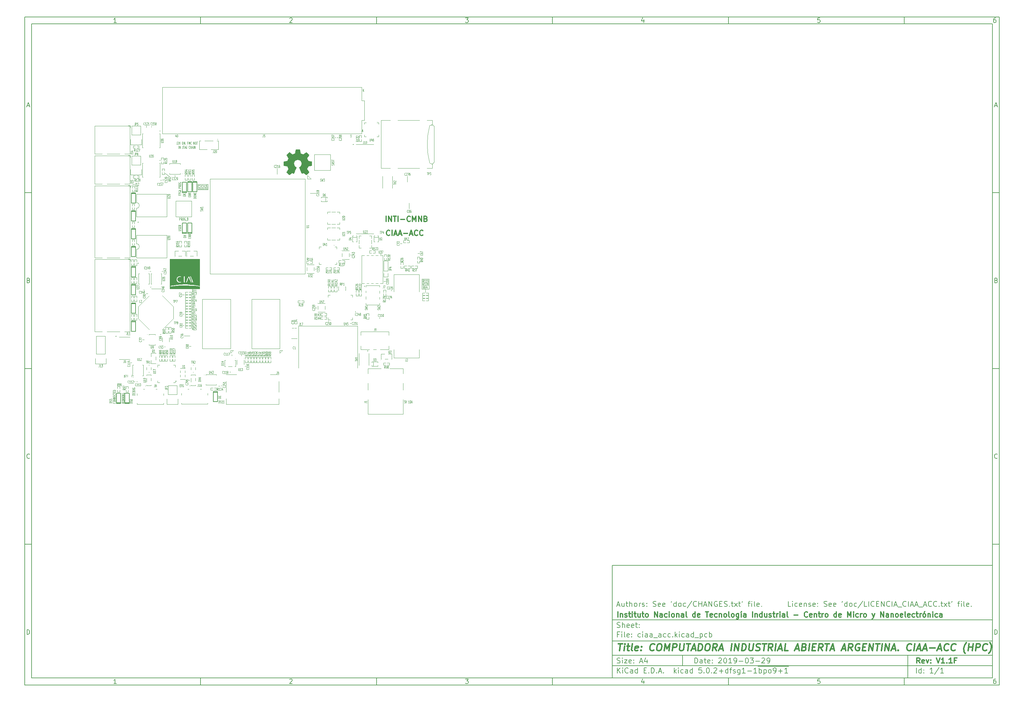
<source format=gbr>
G04 #@! TF.GenerationSoftware,KiCad,Pcbnew,5.0.2+dfsg1-1~bpo9+1*
G04 #@! TF.CreationDate,2019-03-29T14:07:49-03:00*
G04 #@! TF.ProjectId,ciaa_acc,63696161-5f61-4636-932e-6b696361645f,V1.1F*
G04 #@! TF.SameCoordinates,Original*
G04 #@! TF.FileFunction,Legend,Top*
G04 #@! TF.FilePolarity,Positive*
%FSLAX46Y46*%
G04 Gerber Fmt 4.6, Leading zero omitted, Abs format (unit mm)*
G04 Created by KiCad (PCBNEW 5.0.2+dfsg1-1~bpo9+1) date Fri 29 Mar 2019 02:07:49 PM -03*
%MOMM*%
%LPD*%
G01*
G04 APERTURE LIST*
%ADD10C,0.101600*%
%ADD11C,0.150000*%
%ADD12C,0.300000*%
%ADD13C,0.400000*%
%ADD14C,0.114300*%
%ADD15C,0.127000*%
%ADD16C,0.002540*%
G04 APERTURE END LIST*
D10*
D11*
X177002200Y-166007200D02*
X177002200Y-198007200D01*
X285002200Y-198007200D01*
X285002200Y-166007200D01*
X177002200Y-166007200D01*
D10*
D11*
X10000000Y-10000000D02*
X10000000Y-200007200D01*
X287002200Y-200007200D01*
X287002200Y-10000000D01*
X10000000Y-10000000D01*
D10*
D11*
X12000000Y-12000000D02*
X12000000Y-198007200D01*
X285002200Y-198007200D01*
X285002200Y-12000000D01*
X12000000Y-12000000D01*
D10*
D11*
X60000000Y-12000000D02*
X60000000Y-10000000D01*
D10*
D11*
X110000000Y-12000000D02*
X110000000Y-10000000D01*
D10*
D11*
X160000000Y-12000000D02*
X160000000Y-10000000D01*
D10*
D11*
X210000000Y-12000000D02*
X210000000Y-10000000D01*
D10*
D11*
X260000000Y-12000000D02*
X260000000Y-10000000D01*
D10*
D11*
X36065476Y-11588095D02*
X35322619Y-11588095D01*
X35694047Y-11588095D02*
X35694047Y-10288095D01*
X35570238Y-10473809D01*
X35446428Y-10597619D01*
X35322619Y-10659523D01*
D10*
D11*
X85322619Y-10411904D02*
X85384523Y-10350000D01*
X85508333Y-10288095D01*
X85817857Y-10288095D01*
X85941666Y-10350000D01*
X86003571Y-10411904D01*
X86065476Y-10535714D01*
X86065476Y-10659523D01*
X86003571Y-10845238D01*
X85260714Y-11588095D01*
X86065476Y-11588095D01*
D10*
D11*
X135260714Y-10288095D02*
X136065476Y-10288095D01*
X135632142Y-10783333D01*
X135817857Y-10783333D01*
X135941666Y-10845238D01*
X136003571Y-10907142D01*
X136065476Y-11030952D01*
X136065476Y-11340476D01*
X136003571Y-11464285D01*
X135941666Y-11526190D01*
X135817857Y-11588095D01*
X135446428Y-11588095D01*
X135322619Y-11526190D01*
X135260714Y-11464285D01*
D10*
D11*
X185941666Y-10721428D02*
X185941666Y-11588095D01*
X185632142Y-10226190D02*
X185322619Y-11154761D01*
X186127380Y-11154761D01*
D10*
D11*
X236003571Y-10288095D02*
X235384523Y-10288095D01*
X235322619Y-10907142D01*
X235384523Y-10845238D01*
X235508333Y-10783333D01*
X235817857Y-10783333D01*
X235941666Y-10845238D01*
X236003571Y-10907142D01*
X236065476Y-11030952D01*
X236065476Y-11340476D01*
X236003571Y-11464285D01*
X235941666Y-11526190D01*
X235817857Y-11588095D01*
X235508333Y-11588095D01*
X235384523Y-11526190D01*
X235322619Y-11464285D01*
D10*
D11*
X285941666Y-10288095D02*
X285694047Y-10288095D01*
X285570238Y-10350000D01*
X285508333Y-10411904D01*
X285384523Y-10597619D01*
X285322619Y-10845238D01*
X285322619Y-11340476D01*
X285384523Y-11464285D01*
X285446428Y-11526190D01*
X285570238Y-11588095D01*
X285817857Y-11588095D01*
X285941666Y-11526190D01*
X286003571Y-11464285D01*
X286065476Y-11340476D01*
X286065476Y-11030952D01*
X286003571Y-10907142D01*
X285941666Y-10845238D01*
X285817857Y-10783333D01*
X285570238Y-10783333D01*
X285446428Y-10845238D01*
X285384523Y-10907142D01*
X285322619Y-11030952D01*
D10*
D11*
X60000000Y-198007200D02*
X60000000Y-200007200D01*
D10*
D11*
X110000000Y-198007200D02*
X110000000Y-200007200D01*
D10*
D11*
X160000000Y-198007200D02*
X160000000Y-200007200D01*
D10*
D11*
X210000000Y-198007200D02*
X210000000Y-200007200D01*
D10*
D11*
X260000000Y-198007200D02*
X260000000Y-200007200D01*
D10*
D11*
X36065476Y-199595295D02*
X35322619Y-199595295D01*
X35694047Y-199595295D02*
X35694047Y-198295295D01*
X35570238Y-198481009D01*
X35446428Y-198604819D01*
X35322619Y-198666723D01*
D10*
D11*
X85322619Y-198419104D02*
X85384523Y-198357200D01*
X85508333Y-198295295D01*
X85817857Y-198295295D01*
X85941666Y-198357200D01*
X86003571Y-198419104D01*
X86065476Y-198542914D01*
X86065476Y-198666723D01*
X86003571Y-198852438D01*
X85260714Y-199595295D01*
X86065476Y-199595295D01*
D10*
D11*
X135260714Y-198295295D02*
X136065476Y-198295295D01*
X135632142Y-198790533D01*
X135817857Y-198790533D01*
X135941666Y-198852438D01*
X136003571Y-198914342D01*
X136065476Y-199038152D01*
X136065476Y-199347676D01*
X136003571Y-199471485D01*
X135941666Y-199533390D01*
X135817857Y-199595295D01*
X135446428Y-199595295D01*
X135322619Y-199533390D01*
X135260714Y-199471485D01*
D10*
D11*
X185941666Y-198728628D02*
X185941666Y-199595295D01*
X185632142Y-198233390D02*
X185322619Y-199161961D01*
X186127380Y-199161961D01*
D10*
D11*
X236003571Y-198295295D02*
X235384523Y-198295295D01*
X235322619Y-198914342D01*
X235384523Y-198852438D01*
X235508333Y-198790533D01*
X235817857Y-198790533D01*
X235941666Y-198852438D01*
X236003571Y-198914342D01*
X236065476Y-199038152D01*
X236065476Y-199347676D01*
X236003571Y-199471485D01*
X235941666Y-199533390D01*
X235817857Y-199595295D01*
X235508333Y-199595295D01*
X235384523Y-199533390D01*
X235322619Y-199471485D01*
D10*
D11*
X285941666Y-198295295D02*
X285694047Y-198295295D01*
X285570238Y-198357200D01*
X285508333Y-198419104D01*
X285384523Y-198604819D01*
X285322619Y-198852438D01*
X285322619Y-199347676D01*
X285384523Y-199471485D01*
X285446428Y-199533390D01*
X285570238Y-199595295D01*
X285817857Y-199595295D01*
X285941666Y-199533390D01*
X286003571Y-199471485D01*
X286065476Y-199347676D01*
X286065476Y-199038152D01*
X286003571Y-198914342D01*
X285941666Y-198852438D01*
X285817857Y-198790533D01*
X285570238Y-198790533D01*
X285446428Y-198852438D01*
X285384523Y-198914342D01*
X285322619Y-199038152D01*
D10*
D11*
X10000000Y-60000000D02*
X12000000Y-60000000D01*
D10*
D11*
X10000000Y-110000000D02*
X12000000Y-110000000D01*
D10*
D11*
X10000000Y-160000000D02*
X12000000Y-160000000D01*
D10*
D11*
X10690476Y-35216666D02*
X11309523Y-35216666D01*
X10566666Y-35588095D02*
X11000000Y-34288095D01*
X11433333Y-35588095D01*
D10*
D11*
X11092857Y-84907142D02*
X11278571Y-84969047D01*
X11340476Y-85030952D01*
X11402380Y-85154761D01*
X11402380Y-85340476D01*
X11340476Y-85464285D01*
X11278571Y-85526190D01*
X11154761Y-85588095D01*
X10659523Y-85588095D01*
X10659523Y-84288095D01*
X11092857Y-84288095D01*
X11216666Y-84350000D01*
X11278571Y-84411904D01*
X11340476Y-84535714D01*
X11340476Y-84659523D01*
X11278571Y-84783333D01*
X11216666Y-84845238D01*
X11092857Y-84907142D01*
X10659523Y-84907142D01*
D10*
D11*
X11402380Y-135464285D02*
X11340476Y-135526190D01*
X11154761Y-135588095D01*
X11030952Y-135588095D01*
X10845238Y-135526190D01*
X10721428Y-135402380D01*
X10659523Y-135278571D01*
X10597619Y-135030952D01*
X10597619Y-134845238D01*
X10659523Y-134597619D01*
X10721428Y-134473809D01*
X10845238Y-134350000D01*
X11030952Y-134288095D01*
X11154761Y-134288095D01*
X11340476Y-134350000D01*
X11402380Y-134411904D01*
D10*
D11*
X10659523Y-185588095D02*
X10659523Y-184288095D01*
X10969047Y-184288095D01*
X11154761Y-184350000D01*
X11278571Y-184473809D01*
X11340476Y-184597619D01*
X11402380Y-184845238D01*
X11402380Y-185030952D01*
X11340476Y-185278571D01*
X11278571Y-185402380D01*
X11154761Y-185526190D01*
X10969047Y-185588095D01*
X10659523Y-185588095D01*
D10*
D11*
X287002200Y-60000000D02*
X285002200Y-60000000D01*
D10*
D11*
X287002200Y-110000000D02*
X285002200Y-110000000D01*
D10*
D11*
X287002200Y-160000000D02*
X285002200Y-160000000D01*
D10*
D11*
X285692676Y-35216666D02*
X286311723Y-35216666D01*
X285568866Y-35588095D02*
X286002200Y-34288095D01*
X286435533Y-35588095D01*
D10*
D11*
X286095057Y-84907142D02*
X286280771Y-84969047D01*
X286342676Y-85030952D01*
X286404580Y-85154761D01*
X286404580Y-85340476D01*
X286342676Y-85464285D01*
X286280771Y-85526190D01*
X286156961Y-85588095D01*
X285661723Y-85588095D01*
X285661723Y-84288095D01*
X286095057Y-84288095D01*
X286218866Y-84350000D01*
X286280771Y-84411904D01*
X286342676Y-84535714D01*
X286342676Y-84659523D01*
X286280771Y-84783333D01*
X286218866Y-84845238D01*
X286095057Y-84907142D01*
X285661723Y-84907142D01*
D10*
D11*
X286404580Y-135464285D02*
X286342676Y-135526190D01*
X286156961Y-135588095D01*
X286033152Y-135588095D01*
X285847438Y-135526190D01*
X285723628Y-135402380D01*
X285661723Y-135278571D01*
X285599819Y-135030952D01*
X285599819Y-134845238D01*
X285661723Y-134597619D01*
X285723628Y-134473809D01*
X285847438Y-134350000D01*
X286033152Y-134288095D01*
X286156961Y-134288095D01*
X286342676Y-134350000D01*
X286404580Y-134411904D01*
D10*
D11*
X285661723Y-185588095D02*
X285661723Y-184288095D01*
X285971247Y-184288095D01*
X286156961Y-184350000D01*
X286280771Y-184473809D01*
X286342676Y-184597619D01*
X286404580Y-184845238D01*
X286404580Y-185030952D01*
X286342676Y-185278571D01*
X286280771Y-185402380D01*
X286156961Y-185526190D01*
X285971247Y-185588095D01*
X285661723Y-185588095D01*
D10*
D11*
X200434342Y-193785771D02*
X200434342Y-192285771D01*
X200791485Y-192285771D01*
X201005771Y-192357200D01*
X201148628Y-192500057D01*
X201220057Y-192642914D01*
X201291485Y-192928628D01*
X201291485Y-193142914D01*
X201220057Y-193428628D01*
X201148628Y-193571485D01*
X201005771Y-193714342D01*
X200791485Y-193785771D01*
X200434342Y-193785771D01*
X202577200Y-193785771D02*
X202577200Y-193000057D01*
X202505771Y-192857200D01*
X202362914Y-192785771D01*
X202077200Y-192785771D01*
X201934342Y-192857200D01*
X202577200Y-193714342D02*
X202434342Y-193785771D01*
X202077200Y-193785771D01*
X201934342Y-193714342D01*
X201862914Y-193571485D01*
X201862914Y-193428628D01*
X201934342Y-193285771D01*
X202077200Y-193214342D01*
X202434342Y-193214342D01*
X202577200Y-193142914D01*
X203077200Y-192785771D02*
X203648628Y-192785771D01*
X203291485Y-192285771D02*
X203291485Y-193571485D01*
X203362914Y-193714342D01*
X203505771Y-193785771D01*
X203648628Y-193785771D01*
X204720057Y-193714342D02*
X204577200Y-193785771D01*
X204291485Y-193785771D01*
X204148628Y-193714342D01*
X204077200Y-193571485D01*
X204077200Y-193000057D01*
X204148628Y-192857200D01*
X204291485Y-192785771D01*
X204577200Y-192785771D01*
X204720057Y-192857200D01*
X204791485Y-193000057D01*
X204791485Y-193142914D01*
X204077200Y-193285771D01*
X205434342Y-193642914D02*
X205505771Y-193714342D01*
X205434342Y-193785771D01*
X205362914Y-193714342D01*
X205434342Y-193642914D01*
X205434342Y-193785771D01*
X205434342Y-192857200D02*
X205505771Y-192928628D01*
X205434342Y-193000057D01*
X205362914Y-192928628D01*
X205434342Y-192857200D01*
X205434342Y-193000057D01*
X207220057Y-192428628D02*
X207291485Y-192357200D01*
X207434342Y-192285771D01*
X207791485Y-192285771D01*
X207934342Y-192357200D01*
X208005771Y-192428628D01*
X208077200Y-192571485D01*
X208077200Y-192714342D01*
X208005771Y-192928628D01*
X207148628Y-193785771D01*
X208077200Y-193785771D01*
X209005771Y-192285771D02*
X209148628Y-192285771D01*
X209291485Y-192357200D01*
X209362914Y-192428628D01*
X209434342Y-192571485D01*
X209505771Y-192857200D01*
X209505771Y-193214342D01*
X209434342Y-193500057D01*
X209362914Y-193642914D01*
X209291485Y-193714342D01*
X209148628Y-193785771D01*
X209005771Y-193785771D01*
X208862914Y-193714342D01*
X208791485Y-193642914D01*
X208720057Y-193500057D01*
X208648628Y-193214342D01*
X208648628Y-192857200D01*
X208720057Y-192571485D01*
X208791485Y-192428628D01*
X208862914Y-192357200D01*
X209005771Y-192285771D01*
X210934342Y-193785771D02*
X210077200Y-193785771D01*
X210505771Y-193785771D02*
X210505771Y-192285771D01*
X210362914Y-192500057D01*
X210220057Y-192642914D01*
X210077200Y-192714342D01*
X211648628Y-193785771D02*
X211934342Y-193785771D01*
X212077200Y-193714342D01*
X212148628Y-193642914D01*
X212291485Y-193428628D01*
X212362914Y-193142914D01*
X212362914Y-192571485D01*
X212291485Y-192428628D01*
X212220057Y-192357200D01*
X212077200Y-192285771D01*
X211791485Y-192285771D01*
X211648628Y-192357200D01*
X211577200Y-192428628D01*
X211505771Y-192571485D01*
X211505771Y-192928628D01*
X211577200Y-193071485D01*
X211648628Y-193142914D01*
X211791485Y-193214342D01*
X212077200Y-193214342D01*
X212220057Y-193142914D01*
X212291485Y-193071485D01*
X212362914Y-192928628D01*
X213005771Y-193214342D02*
X214148628Y-193214342D01*
X215148628Y-192285771D02*
X215291485Y-192285771D01*
X215434342Y-192357200D01*
X215505771Y-192428628D01*
X215577200Y-192571485D01*
X215648628Y-192857200D01*
X215648628Y-193214342D01*
X215577200Y-193500057D01*
X215505771Y-193642914D01*
X215434342Y-193714342D01*
X215291485Y-193785771D01*
X215148628Y-193785771D01*
X215005771Y-193714342D01*
X214934342Y-193642914D01*
X214862914Y-193500057D01*
X214791485Y-193214342D01*
X214791485Y-192857200D01*
X214862914Y-192571485D01*
X214934342Y-192428628D01*
X215005771Y-192357200D01*
X215148628Y-192285771D01*
X216148628Y-192285771D02*
X217077200Y-192285771D01*
X216577200Y-192857200D01*
X216791485Y-192857200D01*
X216934342Y-192928628D01*
X217005771Y-193000057D01*
X217077200Y-193142914D01*
X217077200Y-193500057D01*
X217005771Y-193642914D01*
X216934342Y-193714342D01*
X216791485Y-193785771D01*
X216362914Y-193785771D01*
X216220057Y-193714342D01*
X216148628Y-193642914D01*
X217720057Y-193214342D02*
X218862914Y-193214342D01*
X219505771Y-192428628D02*
X219577200Y-192357200D01*
X219720057Y-192285771D01*
X220077200Y-192285771D01*
X220220057Y-192357200D01*
X220291485Y-192428628D01*
X220362914Y-192571485D01*
X220362914Y-192714342D01*
X220291485Y-192928628D01*
X219434342Y-193785771D01*
X220362914Y-193785771D01*
X221077200Y-193785771D02*
X221362914Y-193785771D01*
X221505771Y-193714342D01*
X221577200Y-193642914D01*
X221720057Y-193428628D01*
X221791485Y-193142914D01*
X221791485Y-192571485D01*
X221720057Y-192428628D01*
X221648628Y-192357200D01*
X221505771Y-192285771D01*
X221220057Y-192285771D01*
X221077200Y-192357200D01*
X221005771Y-192428628D01*
X220934342Y-192571485D01*
X220934342Y-192928628D01*
X221005771Y-193071485D01*
X221077200Y-193142914D01*
X221220057Y-193214342D01*
X221505771Y-193214342D01*
X221648628Y-193142914D01*
X221720057Y-193071485D01*
X221791485Y-192928628D01*
D10*
D11*
X177002200Y-194507200D02*
X285002200Y-194507200D01*
D10*
D11*
X178434342Y-196585771D02*
X178434342Y-195085771D01*
X179291485Y-196585771D02*
X178648628Y-195728628D01*
X179291485Y-195085771D02*
X178434342Y-195942914D01*
X179934342Y-196585771D02*
X179934342Y-195585771D01*
X179934342Y-195085771D02*
X179862914Y-195157200D01*
X179934342Y-195228628D01*
X180005771Y-195157200D01*
X179934342Y-195085771D01*
X179934342Y-195228628D01*
X181505771Y-196442914D02*
X181434342Y-196514342D01*
X181220057Y-196585771D01*
X181077200Y-196585771D01*
X180862914Y-196514342D01*
X180720057Y-196371485D01*
X180648628Y-196228628D01*
X180577200Y-195942914D01*
X180577200Y-195728628D01*
X180648628Y-195442914D01*
X180720057Y-195300057D01*
X180862914Y-195157200D01*
X181077200Y-195085771D01*
X181220057Y-195085771D01*
X181434342Y-195157200D01*
X181505771Y-195228628D01*
X182791485Y-196585771D02*
X182791485Y-195800057D01*
X182720057Y-195657200D01*
X182577200Y-195585771D01*
X182291485Y-195585771D01*
X182148628Y-195657200D01*
X182791485Y-196514342D02*
X182648628Y-196585771D01*
X182291485Y-196585771D01*
X182148628Y-196514342D01*
X182077200Y-196371485D01*
X182077200Y-196228628D01*
X182148628Y-196085771D01*
X182291485Y-196014342D01*
X182648628Y-196014342D01*
X182791485Y-195942914D01*
X184148628Y-196585771D02*
X184148628Y-195085771D01*
X184148628Y-196514342D02*
X184005771Y-196585771D01*
X183720057Y-196585771D01*
X183577200Y-196514342D01*
X183505771Y-196442914D01*
X183434342Y-196300057D01*
X183434342Y-195871485D01*
X183505771Y-195728628D01*
X183577200Y-195657200D01*
X183720057Y-195585771D01*
X184005771Y-195585771D01*
X184148628Y-195657200D01*
X186005771Y-195800057D02*
X186505771Y-195800057D01*
X186720057Y-196585771D02*
X186005771Y-196585771D01*
X186005771Y-195085771D01*
X186720057Y-195085771D01*
X187362914Y-196442914D02*
X187434342Y-196514342D01*
X187362914Y-196585771D01*
X187291485Y-196514342D01*
X187362914Y-196442914D01*
X187362914Y-196585771D01*
X188077200Y-196585771D02*
X188077200Y-195085771D01*
X188434342Y-195085771D01*
X188648628Y-195157200D01*
X188791485Y-195300057D01*
X188862914Y-195442914D01*
X188934342Y-195728628D01*
X188934342Y-195942914D01*
X188862914Y-196228628D01*
X188791485Y-196371485D01*
X188648628Y-196514342D01*
X188434342Y-196585771D01*
X188077200Y-196585771D01*
X189577200Y-196442914D02*
X189648628Y-196514342D01*
X189577200Y-196585771D01*
X189505771Y-196514342D01*
X189577200Y-196442914D01*
X189577200Y-196585771D01*
X190220057Y-196157200D02*
X190934342Y-196157200D01*
X190077200Y-196585771D02*
X190577200Y-195085771D01*
X191077200Y-196585771D01*
X191577200Y-196442914D02*
X191648628Y-196514342D01*
X191577200Y-196585771D01*
X191505771Y-196514342D01*
X191577200Y-196442914D01*
X191577200Y-196585771D01*
X194577200Y-196585771D02*
X194577200Y-195085771D01*
X194720057Y-196014342D02*
X195148628Y-196585771D01*
X195148628Y-195585771D02*
X194577200Y-196157200D01*
X195791485Y-196585771D02*
X195791485Y-195585771D01*
X195791485Y-195085771D02*
X195720057Y-195157200D01*
X195791485Y-195228628D01*
X195862914Y-195157200D01*
X195791485Y-195085771D01*
X195791485Y-195228628D01*
X197148628Y-196514342D02*
X197005771Y-196585771D01*
X196720057Y-196585771D01*
X196577200Y-196514342D01*
X196505771Y-196442914D01*
X196434342Y-196300057D01*
X196434342Y-195871485D01*
X196505771Y-195728628D01*
X196577200Y-195657200D01*
X196720057Y-195585771D01*
X197005771Y-195585771D01*
X197148628Y-195657200D01*
X198434342Y-196585771D02*
X198434342Y-195800057D01*
X198362914Y-195657200D01*
X198220057Y-195585771D01*
X197934342Y-195585771D01*
X197791485Y-195657200D01*
X198434342Y-196514342D02*
X198291485Y-196585771D01*
X197934342Y-196585771D01*
X197791485Y-196514342D01*
X197720057Y-196371485D01*
X197720057Y-196228628D01*
X197791485Y-196085771D01*
X197934342Y-196014342D01*
X198291485Y-196014342D01*
X198434342Y-195942914D01*
X199791485Y-196585771D02*
X199791485Y-195085771D01*
X199791485Y-196514342D02*
X199648628Y-196585771D01*
X199362914Y-196585771D01*
X199220057Y-196514342D01*
X199148628Y-196442914D01*
X199077200Y-196300057D01*
X199077200Y-195871485D01*
X199148628Y-195728628D01*
X199220057Y-195657200D01*
X199362914Y-195585771D01*
X199648628Y-195585771D01*
X199791485Y-195657200D01*
X202362914Y-195085771D02*
X201648628Y-195085771D01*
X201577200Y-195800057D01*
X201648628Y-195728628D01*
X201791485Y-195657200D01*
X202148628Y-195657200D01*
X202291485Y-195728628D01*
X202362914Y-195800057D01*
X202434342Y-195942914D01*
X202434342Y-196300057D01*
X202362914Y-196442914D01*
X202291485Y-196514342D01*
X202148628Y-196585771D01*
X201791485Y-196585771D01*
X201648628Y-196514342D01*
X201577200Y-196442914D01*
X203077200Y-196442914D02*
X203148628Y-196514342D01*
X203077200Y-196585771D01*
X203005771Y-196514342D01*
X203077200Y-196442914D01*
X203077200Y-196585771D01*
X204077200Y-195085771D02*
X204220057Y-195085771D01*
X204362914Y-195157200D01*
X204434342Y-195228628D01*
X204505771Y-195371485D01*
X204577200Y-195657200D01*
X204577200Y-196014342D01*
X204505771Y-196300057D01*
X204434342Y-196442914D01*
X204362914Y-196514342D01*
X204220057Y-196585771D01*
X204077200Y-196585771D01*
X203934342Y-196514342D01*
X203862914Y-196442914D01*
X203791485Y-196300057D01*
X203720057Y-196014342D01*
X203720057Y-195657200D01*
X203791485Y-195371485D01*
X203862914Y-195228628D01*
X203934342Y-195157200D01*
X204077200Y-195085771D01*
X205220057Y-196442914D02*
X205291485Y-196514342D01*
X205220057Y-196585771D01*
X205148628Y-196514342D01*
X205220057Y-196442914D01*
X205220057Y-196585771D01*
X205862914Y-195228628D02*
X205934342Y-195157200D01*
X206077200Y-195085771D01*
X206434342Y-195085771D01*
X206577200Y-195157200D01*
X206648628Y-195228628D01*
X206720057Y-195371485D01*
X206720057Y-195514342D01*
X206648628Y-195728628D01*
X205791485Y-196585771D01*
X206720057Y-196585771D01*
X207362914Y-196014342D02*
X208505771Y-196014342D01*
X207934342Y-196585771D02*
X207934342Y-195442914D01*
X209862914Y-196585771D02*
X209862914Y-195085771D01*
X209862914Y-196514342D02*
X209720057Y-196585771D01*
X209434342Y-196585771D01*
X209291485Y-196514342D01*
X209220057Y-196442914D01*
X209148628Y-196300057D01*
X209148628Y-195871485D01*
X209220057Y-195728628D01*
X209291485Y-195657200D01*
X209434342Y-195585771D01*
X209720057Y-195585771D01*
X209862914Y-195657200D01*
X210362914Y-195585771D02*
X210934342Y-195585771D01*
X210577200Y-196585771D02*
X210577200Y-195300057D01*
X210648628Y-195157200D01*
X210791485Y-195085771D01*
X210934342Y-195085771D01*
X211362914Y-196514342D02*
X211505771Y-196585771D01*
X211791485Y-196585771D01*
X211934342Y-196514342D01*
X212005771Y-196371485D01*
X212005771Y-196300057D01*
X211934342Y-196157200D01*
X211791485Y-196085771D01*
X211577200Y-196085771D01*
X211434342Y-196014342D01*
X211362914Y-195871485D01*
X211362914Y-195800057D01*
X211434342Y-195657200D01*
X211577200Y-195585771D01*
X211791485Y-195585771D01*
X211934342Y-195657200D01*
X213291485Y-195585771D02*
X213291485Y-196800057D01*
X213220057Y-196942914D01*
X213148628Y-197014342D01*
X213005771Y-197085771D01*
X212791485Y-197085771D01*
X212648628Y-197014342D01*
X213291485Y-196514342D02*
X213148628Y-196585771D01*
X212862914Y-196585771D01*
X212720057Y-196514342D01*
X212648628Y-196442914D01*
X212577200Y-196300057D01*
X212577200Y-195871485D01*
X212648628Y-195728628D01*
X212720057Y-195657200D01*
X212862914Y-195585771D01*
X213148628Y-195585771D01*
X213291485Y-195657200D01*
X214791485Y-196585771D02*
X213934342Y-196585771D01*
X214362914Y-196585771D02*
X214362914Y-195085771D01*
X214220057Y-195300057D01*
X214077200Y-195442914D01*
X213934342Y-195514342D01*
X215434342Y-196014342D02*
X216577200Y-196014342D01*
X218077200Y-196585771D02*
X217220057Y-196585771D01*
X217648628Y-196585771D02*
X217648628Y-195085771D01*
X217505771Y-195300057D01*
X217362914Y-195442914D01*
X217220057Y-195514342D01*
X218362914Y-194677200D02*
X219720057Y-194677200D01*
X218720057Y-196585771D02*
X218720057Y-195085771D01*
X218720057Y-195657200D02*
X218862914Y-195585771D01*
X219148628Y-195585771D01*
X219291485Y-195657200D01*
X219362914Y-195728628D01*
X219434342Y-195871485D01*
X219434342Y-196300057D01*
X219362914Y-196442914D01*
X219291485Y-196514342D01*
X219148628Y-196585771D01*
X218862914Y-196585771D01*
X218720057Y-196514342D01*
X219720057Y-194677200D02*
X221077200Y-194677200D01*
X220077200Y-195585771D02*
X220077200Y-197085771D01*
X220077200Y-195657200D02*
X220220057Y-195585771D01*
X220505771Y-195585771D01*
X220648628Y-195657200D01*
X220720057Y-195728628D01*
X220791485Y-195871485D01*
X220791485Y-196300057D01*
X220720057Y-196442914D01*
X220648628Y-196514342D01*
X220505771Y-196585771D01*
X220220057Y-196585771D01*
X220077200Y-196514342D01*
X221077200Y-194677200D02*
X222434342Y-194677200D01*
X221648628Y-196585771D02*
X221505771Y-196514342D01*
X221434342Y-196442914D01*
X221362914Y-196300057D01*
X221362914Y-195871485D01*
X221434342Y-195728628D01*
X221505771Y-195657200D01*
X221648628Y-195585771D01*
X221862914Y-195585771D01*
X222005771Y-195657200D01*
X222077200Y-195728628D01*
X222148628Y-195871485D01*
X222148628Y-196300057D01*
X222077200Y-196442914D01*
X222005771Y-196514342D01*
X221862914Y-196585771D01*
X221648628Y-196585771D01*
X222434342Y-194677200D02*
X223862914Y-194677200D01*
X222862914Y-196585771D02*
X223148628Y-196585771D01*
X223291485Y-196514342D01*
X223362914Y-196442914D01*
X223505771Y-196228628D01*
X223577200Y-195942914D01*
X223577200Y-195371485D01*
X223505771Y-195228628D01*
X223434342Y-195157200D01*
X223291485Y-195085771D01*
X223005771Y-195085771D01*
X222862914Y-195157200D01*
X222791485Y-195228628D01*
X222720057Y-195371485D01*
X222720057Y-195728628D01*
X222791485Y-195871485D01*
X222862914Y-195942914D01*
X223005771Y-196014342D01*
X223291485Y-196014342D01*
X223434342Y-195942914D01*
X223505771Y-195871485D01*
X223577200Y-195728628D01*
X223862914Y-194677200D02*
X225720057Y-194677200D01*
X224220057Y-196014342D02*
X225362914Y-196014342D01*
X224791485Y-196585771D02*
X224791485Y-195442914D01*
X225720057Y-194677200D02*
X227148628Y-194677200D01*
X226862914Y-196585771D02*
X226005771Y-196585771D01*
X226434342Y-196585771D02*
X226434342Y-195085771D01*
X226291485Y-195300057D01*
X226148628Y-195442914D01*
X226005771Y-195514342D01*
D10*
D11*
X177002200Y-191507200D02*
X285002200Y-191507200D01*
D10*
D12*
X264411485Y-193785771D02*
X263911485Y-193071485D01*
X263554342Y-193785771D02*
X263554342Y-192285771D01*
X264125771Y-192285771D01*
X264268628Y-192357200D01*
X264340057Y-192428628D01*
X264411485Y-192571485D01*
X264411485Y-192785771D01*
X264340057Y-192928628D01*
X264268628Y-193000057D01*
X264125771Y-193071485D01*
X263554342Y-193071485D01*
X265625771Y-193714342D02*
X265482914Y-193785771D01*
X265197200Y-193785771D01*
X265054342Y-193714342D01*
X264982914Y-193571485D01*
X264982914Y-193000057D01*
X265054342Y-192857200D01*
X265197200Y-192785771D01*
X265482914Y-192785771D01*
X265625771Y-192857200D01*
X265697200Y-193000057D01*
X265697200Y-193142914D01*
X264982914Y-193285771D01*
X266197200Y-192785771D02*
X266554342Y-193785771D01*
X266911485Y-192785771D01*
X267482914Y-193642914D02*
X267554342Y-193714342D01*
X267482914Y-193785771D01*
X267411485Y-193714342D01*
X267482914Y-193642914D01*
X267482914Y-193785771D01*
X267482914Y-192857200D02*
X267554342Y-192928628D01*
X267482914Y-193000057D01*
X267411485Y-192928628D01*
X267482914Y-192857200D01*
X267482914Y-193000057D01*
X269125771Y-192285771D02*
X269625771Y-193785771D01*
X270125771Y-192285771D01*
X271411485Y-193785771D02*
X270554342Y-193785771D01*
X270982914Y-193785771D02*
X270982914Y-192285771D01*
X270840057Y-192500057D01*
X270697200Y-192642914D01*
X270554342Y-192714342D01*
X272054342Y-193642914D02*
X272125771Y-193714342D01*
X272054342Y-193785771D01*
X271982914Y-193714342D01*
X272054342Y-193642914D01*
X272054342Y-193785771D01*
X273554342Y-193785771D02*
X272697200Y-193785771D01*
X273125771Y-193785771D02*
X273125771Y-192285771D01*
X272982914Y-192500057D01*
X272840057Y-192642914D01*
X272697200Y-192714342D01*
X274697200Y-193000057D02*
X274197200Y-193000057D01*
X274197200Y-193785771D02*
X274197200Y-192285771D01*
X274911485Y-192285771D01*
D10*
D11*
X178362914Y-193714342D02*
X178577200Y-193785771D01*
X178934342Y-193785771D01*
X179077200Y-193714342D01*
X179148628Y-193642914D01*
X179220057Y-193500057D01*
X179220057Y-193357200D01*
X179148628Y-193214342D01*
X179077200Y-193142914D01*
X178934342Y-193071485D01*
X178648628Y-193000057D01*
X178505771Y-192928628D01*
X178434342Y-192857200D01*
X178362914Y-192714342D01*
X178362914Y-192571485D01*
X178434342Y-192428628D01*
X178505771Y-192357200D01*
X178648628Y-192285771D01*
X179005771Y-192285771D01*
X179220057Y-192357200D01*
X179862914Y-193785771D02*
X179862914Y-192785771D01*
X179862914Y-192285771D02*
X179791485Y-192357200D01*
X179862914Y-192428628D01*
X179934342Y-192357200D01*
X179862914Y-192285771D01*
X179862914Y-192428628D01*
X180434342Y-192785771D02*
X181220057Y-192785771D01*
X180434342Y-193785771D01*
X181220057Y-193785771D01*
X182362914Y-193714342D02*
X182220057Y-193785771D01*
X181934342Y-193785771D01*
X181791485Y-193714342D01*
X181720057Y-193571485D01*
X181720057Y-193000057D01*
X181791485Y-192857200D01*
X181934342Y-192785771D01*
X182220057Y-192785771D01*
X182362914Y-192857200D01*
X182434342Y-193000057D01*
X182434342Y-193142914D01*
X181720057Y-193285771D01*
X183077200Y-193642914D02*
X183148628Y-193714342D01*
X183077200Y-193785771D01*
X183005771Y-193714342D01*
X183077200Y-193642914D01*
X183077200Y-193785771D01*
X183077200Y-192857200D02*
X183148628Y-192928628D01*
X183077200Y-193000057D01*
X183005771Y-192928628D01*
X183077200Y-192857200D01*
X183077200Y-193000057D01*
X184862914Y-193357200D02*
X185577200Y-193357200D01*
X184720057Y-193785771D02*
X185220057Y-192285771D01*
X185720057Y-193785771D01*
X186862914Y-192785771D02*
X186862914Y-193785771D01*
X186505771Y-192214342D02*
X186148628Y-193285771D01*
X187077200Y-193285771D01*
D10*
D11*
X263434342Y-196585771D02*
X263434342Y-195085771D01*
X264791485Y-196585771D02*
X264791485Y-195085771D01*
X264791485Y-196514342D02*
X264648628Y-196585771D01*
X264362914Y-196585771D01*
X264220057Y-196514342D01*
X264148628Y-196442914D01*
X264077200Y-196300057D01*
X264077200Y-195871485D01*
X264148628Y-195728628D01*
X264220057Y-195657200D01*
X264362914Y-195585771D01*
X264648628Y-195585771D01*
X264791485Y-195657200D01*
X265505771Y-196442914D02*
X265577200Y-196514342D01*
X265505771Y-196585771D01*
X265434342Y-196514342D01*
X265505771Y-196442914D01*
X265505771Y-196585771D01*
X265505771Y-195657200D02*
X265577200Y-195728628D01*
X265505771Y-195800057D01*
X265434342Y-195728628D01*
X265505771Y-195657200D01*
X265505771Y-195800057D01*
X268148628Y-196585771D02*
X267291485Y-196585771D01*
X267720057Y-196585771D02*
X267720057Y-195085771D01*
X267577200Y-195300057D01*
X267434342Y-195442914D01*
X267291485Y-195514342D01*
X269862914Y-195014342D02*
X268577200Y-196942914D01*
X271148628Y-196585771D02*
X270291485Y-196585771D01*
X270720057Y-196585771D02*
X270720057Y-195085771D01*
X270577200Y-195300057D01*
X270434342Y-195442914D01*
X270291485Y-195514342D01*
D10*
D11*
X177002200Y-187507200D02*
X285002200Y-187507200D01*
D10*
D13*
X178714580Y-188211961D02*
X179857438Y-188211961D01*
X179036009Y-190211961D02*
X179286009Y-188211961D01*
X180274104Y-190211961D02*
X180440771Y-188878628D01*
X180524104Y-188211961D02*
X180416961Y-188307200D01*
X180500295Y-188402438D01*
X180607438Y-188307200D01*
X180524104Y-188211961D01*
X180500295Y-188402438D01*
X181107438Y-188878628D02*
X181869342Y-188878628D01*
X181476485Y-188211961D02*
X181262200Y-189926247D01*
X181333628Y-190116723D01*
X181512200Y-190211961D01*
X181702676Y-190211961D01*
X182655057Y-190211961D02*
X182476485Y-190116723D01*
X182405057Y-189926247D01*
X182619342Y-188211961D01*
X184190771Y-190116723D02*
X183988390Y-190211961D01*
X183607438Y-190211961D01*
X183428866Y-190116723D01*
X183357438Y-189926247D01*
X183452676Y-189164342D01*
X183571723Y-188973866D01*
X183774104Y-188878628D01*
X184155057Y-188878628D01*
X184333628Y-188973866D01*
X184405057Y-189164342D01*
X184381247Y-189354819D01*
X183405057Y-189545295D01*
X185155057Y-190021485D02*
X185238390Y-190116723D01*
X185131247Y-190211961D01*
X185047914Y-190116723D01*
X185155057Y-190021485D01*
X185131247Y-190211961D01*
X185286009Y-188973866D02*
X185369342Y-189069104D01*
X185262200Y-189164342D01*
X185178866Y-189069104D01*
X185286009Y-188973866D01*
X185262200Y-189164342D01*
X188774104Y-190021485D02*
X188666961Y-190116723D01*
X188369342Y-190211961D01*
X188178866Y-190211961D01*
X187905057Y-190116723D01*
X187738390Y-189926247D01*
X187666961Y-189735771D01*
X187619342Y-189354819D01*
X187655057Y-189069104D01*
X187797914Y-188688152D01*
X187916961Y-188497676D01*
X188131247Y-188307200D01*
X188428866Y-188211961D01*
X188619342Y-188211961D01*
X188893152Y-188307200D01*
X188976485Y-188402438D01*
X190238390Y-188211961D02*
X190619342Y-188211961D01*
X190797914Y-188307200D01*
X190964580Y-188497676D01*
X191012200Y-188878628D01*
X190928866Y-189545295D01*
X190786009Y-189926247D01*
X190571723Y-190116723D01*
X190369342Y-190211961D01*
X189988390Y-190211961D01*
X189809819Y-190116723D01*
X189643152Y-189926247D01*
X189595533Y-189545295D01*
X189678866Y-188878628D01*
X189821723Y-188497676D01*
X190036009Y-188307200D01*
X190238390Y-188211961D01*
X191702676Y-190211961D02*
X191952676Y-188211961D01*
X192440771Y-189640533D01*
X193286009Y-188211961D01*
X193036009Y-190211961D01*
X193988390Y-190211961D02*
X194238390Y-188211961D01*
X195000295Y-188211961D01*
X195178866Y-188307200D01*
X195262200Y-188402438D01*
X195333628Y-188592914D01*
X195297914Y-188878628D01*
X195178866Y-189069104D01*
X195071723Y-189164342D01*
X194869342Y-189259580D01*
X194107438Y-189259580D01*
X196238390Y-188211961D02*
X196036009Y-189831009D01*
X196107438Y-190021485D01*
X196190771Y-190116723D01*
X196369342Y-190211961D01*
X196750295Y-190211961D01*
X196952676Y-190116723D01*
X197059819Y-190021485D01*
X197178866Y-189831009D01*
X197381247Y-188211961D01*
X198047914Y-188211961D02*
X199190771Y-188211961D01*
X198369342Y-190211961D02*
X198619342Y-188211961D01*
X199583628Y-189640533D02*
X200536009Y-189640533D01*
X199321723Y-190211961D02*
X200238390Y-188211961D01*
X200655057Y-190211961D01*
X201321723Y-190211961D02*
X201571723Y-188211961D01*
X202047914Y-188211961D01*
X202321723Y-188307200D01*
X202488390Y-188497676D01*
X202559819Y-188688152D01*
X202607438Y-189069104D01*
X202571723Y-189354819D01*
X202428866Y-189735771D01*
X202309819Y-189926247D01*
X202095533Y-190116723D01*
X201797914Y-190211961D01*
X201321723Y-190211961D01*
X203952676Y-188211961D02*
X204333628Y-188211961D01*
X204512200Y-188307200D01*
X204678866Y-188497676D01*
X204726485Y-188878628D01*
X204643152Y-189545295D01*
X204500295Y-189926247D01*
X204286009Y-190116723D01*
X204083628Y-190211961D01*
X203702676Y-190211961D01*
X203524104Y-190116723D01*
X203357438Y-189926247D01*
X203309819Y-189545295D01*
X203393152Y-188878628D01*
X203536009Y-188497676D01*
X203750295Y-188307200D01*
X203952676Y-188211961D01*
X206559819Y-190211961D02*
X206012200Y-189259580D01*
X205416961Y-190211961D02*
X205666961Y-188211961D01*
X206428866Y-188211961D01*
X206607438Y-188307200D01*
X206690771Y-188402438D01*
X206762200Y-188592914D01*
X206726485Y-188878628D01*
X206607438Y-189069104D01*
X206500295Y-189164342D01*
X206297914Y-189259580D01*
X205536009Y-189259580D01*
X207393152Y-189640533D02*
X208345533Y-189640533D01*
X207131247Y-190211961D02*
X208047914Y-188211961D01*
X208464580Y-190211961D01*
X210655057Y-190211961D02*
X210905057Y-188211961D01*
X211607438Y-190211961D02*
X211857438Y-188211961D01*
X212750295Y-190211961D01*
X213000295Y-188211961D01*
X213702676Y-190211961D02*
X213952676Y-188211961D01*
X214428866Y-188211961D01*
X214702676Y-188307200D01*
X214869342Y-188497676D01*
X214940771Y-188688152D01*
X214988390Y-189069104D01*
X214952676Y-189354819D01*
X214809819Y-189735771D01*
X214690771Y-189926247D01*
X214476485Y-190116723D01*
X214178866Y-190211961D01*
X213702676Y-190211961D01*
X215952676Y-188211961D02*
X215750295Y-189831009D01*
X215821723Y-190021485D01*
X215905057Y-190116723D01*
X216083628Y-190211961D01*
X216464580Y-190211961D01*
X216666961Y-190116723D01*
X216774104Y-190021485D01*
X216893152Y-189831009D01*
X217095533Y-188211961D01*
X217714580Y-190116723D02*
X217988390Y-190211961D01*
X218464580Y-190211961D01*
X218666961Y-190116723D01*
X218774104Y-190021485D01*
X218893152Y-189831009D01*
X218916961Y-189640533D01*
X218845533Y-189450057D01*
X218762200Y-189354819D01*
X218583628Y-189259580D01*
X218214580Y-189164342D01*
X218036009Y-189069104D01*
X217952676Y-188973866D01*
X217881247Y-188783390D01*
X217905057Y-188592914D01*
X218024104Y-188402438D01*
X218131247Y-188307200D01*
X218333628Y-188211961D01*
X218809819Y-188211961D01*
X219083628Y-188307200D01*
X219666961Y-188211961D02*
X220809819Y-188211961D01*
X219988390Y-190211961D02*
X220238390Y-188211961D01*
X222369342Y-190211961D02*
X221821723Y-189259580D01*
X221226485Y-190211961D02*
X221476485Y-188211961D01*
X222238390Y-188211961D01*
X222416961Y-188307200D01*
X222500295Y-188402438D01*
X222571723Y-188592914D01*
X222536009Y-188878628D01*
X222416961Y-189069104D01*
X222309819Y-189164342D01*
X222107438Y-189259580D01*
X221345533Y-189259580D01*
X223226485Y-190211961D02*
X223476485Y-188211961D01*
X224155057Y-189640533D02*
X225107438Y-189640533D01*
X223893152Y-190211961D02*
X224809819Y-188211961D01*
X225226485Y-190211961D01*
X226845533Y-190211961D02*
X225893152Y-190211961D01*
X226143152Y-188211961D01*
X229012200Y-189640533D02*
X229964580Y-189640533D01*
X228750295Y-190211961D02*
X229666961Y-188211961D01*
X230083628Y-190211961D01*
X231547914Y-189164342D02*
X231821723Y-189259580D01*
X231905057Y-189354819D01*
X231976485Y-189545295D01*
X231940771Y-189831009D01*
X231821723Y-190021485D01*
X231714580Y-190116723D01*
X231512200Y-190211961D01*
X230750295Y-190211961D01*
X231000295Y-188211961D01*
X231666961Y-188211961D01*
X231845533Y-188307200D01*
X231928866Y-188402438D01*
X232000295Y-188592914D01*
X231976485Y-188783390D01*
X231857438Y-188973866D01*
X231750295Y-189069104D01*
X231547914Y-189164342D01*
X230881247Y-189164342D01*
X232750295Y-190211961D02*
X233000295Y-188211961D01*
X233833628Y-189164342D02*
X234500295Y-189164342D01*
X234655057Y-190211961D02*
X233702676Y-190211961D01*
X233952676Y-188211961D01*
X234905057Y-188211961D01*
X236655057Y-190211961D02*
X236107438Y-189259580D01*
X235512200Y-190211961D02*
X235762200Y-188211961D01*
X236524104Y-188211961D01*
X236702676Y-188307200D01*
X236786009Y-188402438D01*
X236857438Y-188592914D01*
X236821723Y-188878628D01*
X236702676Y-189069104D01*
X236595533Y-189164342D01*
X236393152Y-189259580D01*
X235631247Y-189259580D01*
X237476485Y-188211961D02*
X238619342Y-188211961D01*
X237797914Y-190211961D02*
X238047914Y-188211961D01*
X239012200Y-189640533D02*
X239964580Y-189640533D01*
X238750295Y-190211961D02*
X239666961Y-188211961D01*
X240083628Y-190211961D01*
X242250295Y-189640533D02*
X243202676Y-189640533D01*
X241988390Y-190211961D02*
X242905057Y-188211961D01*
X243321723Y-190211961D01*
X245131247Y-190211961D02*
X244583628Y-189259580D01*
X243988390Y-190211961D02*
X244238390Y-188211961D01*
X245000295Y-188211961D01*
X245178866Y-188307200D01*
X245262200Y-188402438D01*
X245333628Y-188592914D01*
X245297914Y-188878628D01*
X245178866Y-189069104D01*
X245071723Y-189164342D01*
X244869342Y-189259580D01*
X244107438Y-189259580D01*
X247274104Y-188307200D02*
X247095533Y-188211961D01*
X246809819Y-188211961D01*
X246512200Y-188307200D01*
X246297914Y-188497676D01*
X246178866Y-188688152D01*
X246036009Y-189069104D01*
X246000295Y-189354819D01*
X246047914Y-189735771D01*
X246119342Y-189926247D01*
X246286009Y-190116723D01*
X246559819Y-190211961D01*
X246750295Y-190211961D01*
X247047914Y-190116723D01*
X247155057Y-190021485D01*
X247238390Y-189354819D01*
X246857438Y-189354819D01*
X248119342Y-189164342D02*
X248786009Y-189164342D01*
X248940771Y-190211961D02*
X247988390Y-190211961D01*
X248238390Y-188211961D01*
X249190771Y-188211961D01*
X249797914Y-190211961D02*
X250047914Y-188211961D01*
X250940771Y-190211961D01*
X251190771Y-188211961D01*
X251857438Y-188211961D02*
X253000295Y-188211961D01*
X252178866Y-190211961D02*
X252428866Y-188211961D01*
X253416961Y-190211961D02*
X253666961Y-188211961D01*
X254369342Y-190211961D02*
X254619342Y-188211961D01*
X255512199Y-190211961D01*
X255762199Y-188211961D01*
X256440771Y-189640533D02*
X257393152Y-189640533D01*
X256178866Y-190211961D02*
X257095533Y-188211961D01*
X257512199Y-190211961D01*
X258202676Y-190021485D02*
X258286009Y-190116723D01*
X258178866Y-190211961D01*
X258095533Y-190116723D01*
X258202676Y-190021485D01*
X258178866Y-190211961D01*
X261821723Y-190021485D02*
X261714580Y-190116723D01*
X261416961Y-190211961D01*
X261226485Y-190211961D01*
X260952676Y-190116723D01*
X260786009Y-189926247D01*
X260714580Y-189735771D01*
X260666961Y-189354819D01*
X260702676Y-189069104D01*
X260845533Y-188688152D01*
X260964580Y-188497676D01*
X261178866Y-188307200D01*
X261476485Y-188211961D01*
X261666961Y-188211961D01*
X261940771Y-188307200D01*
X262024104Y-188402438D01*
X262655057Y-190211961D02*
X262905057Y-188211961D01*
X263583628Y-189640533D02*
X264536009Y-189640533D01*
X263321723Y-190211961D02*
X264238390Y-188211961D01*
X264655057Y-190211961D01*
X265297914Y-189640533D02*
X266250295Y-189640533D01*
X265036009Y-190211961D02*
X265952676Y-188211961D01*
X266369342Y-190211961D01*
X267131247Y-189450057D02*
X268655057Y-189450057D01*
X269488390Y-189640533D02*
X270440771Y-189640533D01*
X269226485Y-190211961D02*
X270143152Y-188211961D01*
X270559819Y-190211961D01*
X272393152Y-190021485D02*
X272286009Y-190116723D01*
X271988390Y-190211961D01*
X271797914Y-190211961D01*
X271524104Y-190116723D01*
X271357438Y-189926247D01*
X271286009Y-189735771D01*
X271238390Y-189354819D01*
X271274104Y-189069104D01*
X271416961Y-188688152D01*
X271536009Y-188497676D01*
X271750295Y-188307200D01*
X272047914Y-188211961D01*
X272238390Y-188211961D01*
X272512200Y-188307200D01*
X272595533Y-188402438D01*
X274393152Y-190021485D02*
X274286009Y-190116723D01*
X273988390Y-190211961D01*
X273797914Y-190211961D01*
X273524104Y-190116723D01*
X273357438Y-189926247D01*
X273286009Y-189735771D01*
X273238390Y-189354819D01*
X273274104Y-189069104D01*
X273416961Y-188688152D01*
X273536009Y-188497676D01*
X273750295Y-188307200D01*
X274047914Y-188211961D01*
X274238390Y-188211961D01*
X274512200Y-188307200D01*
X274595533Y-188402438D01*
X277226485Y-190973866D02*
X277143152Y-190878628D01*
X276988390Y-190592914D01*
X276916961Y-190402438D01*
X276857438Y-190116723D01*
X276821723Y-189640533D01*
X276869342Y-189259580D01*
X277024104Y-188783390D01*
X277155057Y-188497676D01*
X277274104Y-188307200D01*
X277500295Y-188021485D01*
X277607438Y-187926247D01*
X278083628Y-190211961D02*
X278333628Y-188211961D01*
X278214580Y-189164342D02*
X279357438Y-189164342D01*
X279226485Y-190211961D02*
X279476485Y-188211961D01*
X280178866Y-190211961D02*
X280428866Y-188211961D01*
X281190771Y-188211961D01*
X281369342Y-188307200D01*
X281452676Y-188402438D01*
X281524104Y-188592914D01*
X281488390Y-188878628D01*
X281369342Y-189069104D01*
X281262200Y-189164342D01*
X281059819Y-189259580D01*
X280297914Y-189259580D01*
X283345533Y-190021485D02*
X283238390Y-190116723D01*
X282940771Y-190211961D01*
X282750295Y-190211961D01*
X282476485Y-190116723D01*
X282309819Y-189926247D01*
X282238390Y-189735771D01*
X282190771Y-189354819D01*
X282226485Y-189069104D01*
X282369342Y-188688152D01*
X282488390Y-188497676D01*
X282702676Y-188307200D01*
X283000295Y-188211961D01*
X283190771Y-188211961D01*
X283464580Y-188307200D01*
X283547914Y-188402438D01*
X283893152Y-190973866D02*
X284000295Y-190878628D01*
X284226485Y-190592914D01*
X284345533Y-190402438D01*
X284476485Y-190116723D01*
X284631247Y-189640533D01*
X284678866Y-189259580D01*
X284643152Y-188783390D01*
X284583628Y-188497676D01*
X284512200Y-188307200D01*
X284357438Y-188021485D01*
X284274104Y-187926247D01*
D10*
D11*
X178934342Y-185600057D02*
X178434342Y-185600057D01*
X178434342Y-186385771D02*
X178434342Y-184885771D01*
X179148628Y-184885771D01*
X179720057Y-186385771D02*
X179720057Y-185385771D01*
X179720057Y-184885771D02*
X179648628Y-184957200D01*
X179720057Y-185028628D01*
X179791485Y-184957200D01*
X179720057Y-184885771D01*
X179720057Y-185028628D01*
X180648628Y-186385771D02*
X180505771Y-186314342D01*
X180434342Y-186171485D01*
X180434342Y-184885771D01*
X181791485Y-186314342D02*
X181648628Y-186385771D01*
X181362914Y-186385771D01*
X181220057Y-186314342D01*
X181148628Y-186171485D01*
X181148628Y-185600057D01*
X181220057Y-185457200D01*
X181362914Y-185385771D01*
X181648628Y-185385771D01*
X181791485Y-185457200D01*
X181862914Y-185600057D01*
X181862914Y-185742914D01*
X181148628Y-185885771D01*
X182505771Y-186242914D02*
X182577200Y-186314342D01*
X182505771Y-186385771D01*
X182434342Y-186314342D01*
X182505771Y-186242914D01*
X182505771Y-186385771D01*
X182505771Y-185457200D02*
X182577200Y-185528628D01*
X182505771Y-185600057D01*
X182434342Y-185528628D01*
X182505771Y-185457200D01*
X182505771Y-185600057D01*
X185005771Y-186314342D02*
X184862914Y-186385771D01*
X184577200Y-186385771D01*
X184434342Y-186314342D01*
X184362914Y-186242914D01*
X184291485Y-186100057D01*
X184291485Y-185671485D01*
X184362914Y-185528628D01*
X184434342Y-185457200D01*
X184577200Y-185385771D01*
X184862914Y-185385771D01*
X185005771Y-185457200D01*
X185648628Y-186385771D02*
X185648628Y-185385771D01*
X185648628Y-184885771D02*
X185577200Y-184957200D01*
X185648628Y-185028628D01*
X185720057Y-184957200D01*
X185648628Y-184885771D01*
X185648628Y-185028628D01*
X187005771Y-186385771D02*
X187005771Y-185600057D01*
X186934342Y-185457200D01*
X186791485Y-185385771D01*
X186505771Y-185385771D01*
X186362914Y-185457200D01*
X187005771Y-186314342D02*
X186862914Y-186385771D01*
X186505771Y-186385771D01*
X186362914Y-186314342D01*
X186291485Y-186171485D01*
X186291485Y-186028628D01*
X186362914Y-185885771D01*
X186505771Y-185814342D01*
X186862914Y-185814342D01*
X187005771Y-185742914D01*
X188362914Y-186385771D02*
X188362914Y-185600057D01*
X188291485Y-185457200D01*
X188148628Y-185385771D01*
X187862914Y-185385771D01*
X187720057Y-185457200D01*
X188362914Y-186314342D02*
X188220057Y-186385771D01*
X187862914Y-186385771D01*
X187720057Y-186314342D01*
X187648628Y-186171485D01*
X187648628Y-186028628D01*
X187720057Y-185885771D01*
X187862914Y-185814342D01*
X188220057Y-185814342D01*
X188362914Y-185742914D01*
X188720057Y-186528628D02*
X189862914Y-186528628D01*
X190862914Y-186385771D02*
X190862914Y-185600057D01*
X190791485Y-185457200D01*
X190648628Y-185385771D01*
X190362914Y-185385771D01*
X190220057Y-185457200D01*
X190862914Y-186314342D02*
X190720057Y-186385771D01*
X190362914Y-186385771D01*
X190220057Y-186314342D01*
X190148628Y-186171485D01*
X190148628Y-186028628D01*
X190220057Y-185885771D01*
X190362914Y-185814342D01*
X190720057Y-185814342D01*
X190862914Y-185742914D01*
X192220057Y-186314342D02*
X192077200Y-186385771D01*
X191791485Y-186385771D01*
X191648628Y-186314342D01*
X191577200Y-186242914D01*
X191505771Y-186100057D01*
X191505771Y-185671485D01*
X191577200Y-185528628D01*
X191648628Y-185457200D01*
X191791485Y-185385771D01*
X192077200Y-185385771D01*
X192220057Y-185457200D01*
X193505771Y-186314342D02*
X193362914Y-186385771D01*
X193077200Y-186385771D01*
X192934342Y-186314342D01*
X192862914Y-186242914D01*
X192791485Y-186100057D01*
X192791485Y-185671485D01*
X192862914Y-185528628D01*
X192934342Y-185457200D01*
X193077200Y-185385771D01*
X193362914Y-185385771D01*
X193505771Y-185457200D01*
X194148628Y-186242914D02*
X194220057Y-186314342D01*
X194148628Y-186385771D01*
X194077200Y-186314342D01*
X194148628Y-186242914D01*
X194148628Y-186385771D01*
X194862914Y-186385771D02*
X194862914Y-184885771D01*
X195005771Y-185814342D02*
X195434342Y-186385771D01*
X195434342Y-185385771D02*
X194862914Y-185957200D01*
X196077200Y-186385771D02*
X196077200Y-185385771D01*
X196077200Y-184885771D02*
X196005771Y-184957200D01*
X196077200Y-185028628D01*
X196148628Y-184957200D01*
X196077200Y-184885771D01*
X196077200Y-185028628D01*
X197434342Y-186314342D02*
X197291485Y-186385771D01*
X197005771Y-186385771D01*
X196862914Y-186314342D01*
X196791485Y-186242914D01*
X196720057Y-186100057D01*
X196720057Y-185671485D01*
X196791485Y-185528628D01*
X196862914Y-185457200D01*
X197005771Y-185385771D01*
X197291485Y-185385771D01*
X197434342Y-185457200D01*
X198720057Y-186385771D02*
X198720057Y-185600057D01*
X198648628Y-185457200D01*
X198505771Y-185385771D01*
X198220057Y-185385771D01*
X198077200Y-185457200D01*
X198720057Y-186314342D02*
X198577200Y-186385771D01*
X198220057Y-186385771D01*
X198077200Y-186314342D01*
X198005771Y-186171485D01*
X198005771Y-186028628D01*
X198077200Y-185885771D01*
X198220057Y-185814342D01*
X198577200Y-185814342D01*
X198720057Y-185742914D01*
X200077200Y-186385771D02*
X200077200Y-184885771D01*
X200077200Y-186314342D02*
X199934342Y-186385771D01*
X199648628Y-186385771D01*
X199505771Y-186314342D01*
X199434342Y-186242914D01*
X199362914Y-186100057D01*
X199362914Y-185671485D01*
X199434342Y-185528628D01*
X199505771Y-185457200D01*
X199648628Y-185385771D01*
X199934342Y-185385771D01*
X200077200Y-185457200D01*
X200434342Y-186528628D02*
X201577200Y-186528628D01*
X201934342Y-185385771D02*
X201934342Y-186885771D01*
X201934342Y-185457200D02*
X202077200Y-185385771D01*
X202362914Y-185385771D01*
X202505771Y-185457200D01*
X202577200Y-185528628D01*
X202648628Y-185671485D01*
X202648628Y-186100057D01*
X202577200Y-186242914D01*
X202505771Y-186314342D01*
X202362914Y-186385771D01*
X202077200Y-186385771D01*
X201934342Y-186314342D01*
X203934342Y-186314342D02*
X203791485Y-186385771D01*
X203505771Y-186385771D01*
X203362914Y-186314342D01*
X203291485Y-186242914D01*
X203220057Y-186100057D01*
X203220057Y-185671485D01*
X203291485Y-185528628D01*
X203362914Y-185457200D01*
X203505771Y-185385771D01*
X203791485Y-185385771D01*
X203934342Y-185457200D01*
X204577200Y-186385771D02*
X204577200Y-184885771D01*
X204577200Y-185457200D02*
X204720057Y-185385771D01*
X205005771Y-185385771D01*
X205148628Y-185457200D01*
X205220057Y-185528628D01*
X205291485Y-185671485D01*
X205291485Y-186100057D01*
X205220057Y-186242914D01*
X205148628Y-186314342D01*
X205005771Y-186385771D01*
X204720057Y-186385771D01*
X204577200Y-186314342D01*
D10*
D11*
X177002200Y-181507200D02*
X285002200Y-181507200D01*
D10*
D11*
X178362914Y-183614342D02*
X178577200Y-183685771D01*
X178934342Y-183685771D01*
X179077200Y-183614342D01*
X179148628Y-183542914D01*
X179220057Y-183400057D01*
X179220057Y-183257200D01*
X179148628Y-183114342D01*
X179077200Y-183042914D01*
X178934342Y-182971485D01*
X178648628Y-182900057D01*
X178505771Y-182828628D01*
X178434342Y-182757200D01*
X178362914Y-182614342D01*
X178362914Y-182471485D01*
X178434342Y-182328628D01*
X178505771Y-182257200D01*
X178648628Y-182185771D01*
X179005771Y-182185771D01*
X179220057Y-182257200D01*
X179862914Y-183685771D02*
X179862914Y-182185771D01*
X180505771Y-183685771D02*
X180505771Y-182900057D01*
X180434342Y-182757200D01*
X180291485Y-182685771D01*
X180077200Y-182685771D01*
X179934342Y-182757200D01*
X179862914Y-182828628D01*
X181791485Y-183614342D02*
X181648628Y-183685771D01*
X181362914Y-183685771D01*
X181220057Y-183614342D01*
X181148628Y-183471485D01*
X181148628Y-182900057D01*
X181220057Y-182757200D01*
X181362914Y-182685771D01*
X181648628Y-182685771D01*
X181791485Y-182757200D01*
X181862914Y-182900057D01*
X181862914Y-183042914D01*
X181148628Y-183185771D01*
X183077200Y-183614342D02*
X182934342Y-183685771D01*
X182648628Y-183685771D01*
X182505771Y-183614342D01*
X182434342Y-183471485D01*
X182434342Y-182900057D01*
X182505771Y-182757200D01*
X182648628Y-182685771D01*
X182934342Y-182685771D01*
X183077200Y-182757200D01*
X183148628Y-182900057D01*
X183148628Y-183042914D01*
X182434342Y-183185771D01*
X183577200Y-182685771D02*
X184148628Y-182685771D01*
X183791485Y-182185771D02*
X183791485Y-183471485D01*
X183862914Y-183614342D01*
X184005771Y-183685771D01*
X184148628Y-183685771D01*
X184648628Y-183542914D02*
X184720057Y-183614342D01*
X184648628Y-183685771D01*
X184577200Y-183614342D01*
X184648628Y-183542914D01*
X184648628Y-183685771D01*
X184648628Y-182757200D02*
X184720057Y-182828628D01*
X184648628Y-182900057D01*
X184577200Y-182828628D01*
X184648628Y-182757200D01*
X184648628Y-182900057D01*
D10*
D12*
X178554342Y-180685771D02*
X178554342Y-179185771D01*
X179268628Y-179685771D02*
X179268628Y-180685771D01*
X179268628Y-179828628D02*
X179340057Y-179757200D01*
X179482914Y-179685771D01*
X179697200Y-179685771D01*
X179840057Y-179757200D01*
X179911485Y-179900057D01*
X179911485Y-180685771D01*
X180554342Y-180614342D02*
X180697200Y-180685771D01*
X180982914Y-180685771D01*
X181125771Y-180614342D01*
X181197200Y-180471485D01*
X181197200Y-180400057D01*
X181125771Y-180257200D01*
X180982914Y-180185771D01*
X180768628Y-180185771D01*
X180625771Y-180114342D01*
X180554342Y-179971485D01*
X180554342Y-179900057D01*
X180625771Y-179757200D01*
X180768628Y-179685771D01*
X180982914Y-179685771D01*
X181125771Y-179757200D01*
X181625771Y-179685771D02*
X182197200Y-179685771D01*
X181840057Y-179185771D02*
X181840057Y-180471485D01*
X181911485Y-180614342D01*
X182054342Y-180685771D01*
X182197200Y-180685771D01*
X182697200Y-180685771D02*
X182697200Y-179685771D01*
X182697200Y-179185771D02*
X182625771Y-179257200D01*
X182697200Y-179328628D01*
X182768628Y-179257200D01*
X182697200Y-179185771D01*
X182697200Y-179328628D01*
X183197200Y-179685771D02*
X183768628Y-179685771D01*
X183411485Y-179185771D02*
X183411485Y-180471485D01*
X183482914Y-180614342D01*
X183625771Y-180685771D01*
X183768628Y-180685771D01*
X184911485Y-179685771D02*
X184911485Y-180685771D01*
X184268628Y-179685771D02*
X184268628Y-180471485D01*
X184340057Y-180614342D01*
X184482914Y-180685771D01*
X184697200Y-180685771D01*
X184840057Y-180614342D01*
X184911485Y-180542914D01*
X185411485Y-179685771D02*
X185982914Y-179685771D01*
X185625771Y-179185771D02*
X185625771Y-180471485D01*
X185697200Y-180614342D01*
X185840057Y-180685771D01*
X185982914Y-180685771D01*
X186697200Y-180685771D02*
X186554342Y-180614342D01*
X186482914Y-180542914D01*
X186411485Y-180400057D01*
X186411485Y-179971485D01*
X186482914Y-179828628D01*
X186554342Y-179757200D01*
X186697200Y-179685771D01*
X186911485Y-179685771D01*
X187054342Y-179757200D01*
X187125771Y-179828628D01*
X187197200Y-179971485D01*
X187197200Y-180400057D01*
X187125771Y-180542914D01*
X187054342Y-180614342D01*
X186911485Y-180685771D01*
X186697200Y-180685771D01*
X188982914Y-180685771D02*
X188982914Y-179185771D01*
X189840057Y-180685771D01*
X189840057Y-179185771D01*
X191197200Y-180685771D02*
X191197200Y-179900057D01*
X191125771Y-179757200D01*
X190982914Y-179685771D01*
X190697200Y-179685771D01*
X190554342Y-179757200D01*
X191197200Y-180614342D02*
X191054342Y-180685771D01*
X190697200Y-180685771D01*
X190554342Y-180614342D01*
X190482914Y-180471485D01*
X190482914Y-180328628D01*
X190554342Y-180185771D01*
X190697200Y-180114342D01*
X191054342Y-180114342D01*
X191197200Y-180042914D01*
X192554342Y-180614342D02*
X192411485Y-180685771D01*
X192125771Y-180685771D01*
X191982914Y-180614342D01*
X191911485Y-180542914D01*
X191840057Y-180400057D01*
X191840057Y-179971485D01*
X191911485Y-179828628D01*
X191982914Y-179757200D01*
X192125771Y-179685771D01*
X192411485Y-179685771D01*
X192554342Y-179757200D01*
X193197200Y-180685771D02*
X193197200Y-179685771D01*
X193197200Y-179185771D02*
X193125771Y-179257200D01*
X193197200Y-179328628D01*
X193268628Y-179257200D01*
X193197200Y-179185771D01*
X193197200Y-179328628D01*
X194125771Y-180685771D02*
X193982914Y-180614342D01*
X193911485Y-180542914D01*
X193840057Y-180400057D01*
X193840057Y-179971485D01*
X193911485Y-179828628D01*
X193982914Y-179757200D01*
X194125771Y-179685771D01*
X194340057Y-179685771D01*
X194482914Y-179757200D01*
X194554342Y-179828628D01*
X194625771Y-179971485D01*
X194625771Y-180400057D01*
X194554342Y-180542914D01*
X194482914Y-180614342D01*
X194340057Y-180685771D01*
X194125771Y-180685771D01*
X195268628Y-179685771D02*
X195268628Y-180685771D01*
X195268628Y-179828628D02*
X195340057Y-179757200D01*
X195482914Y-179685771D01*
X195697200Y-179685771D01*
X195840057Y-179757200D01*
X195911485Y-179900057D01*
X195911485Y-180685771D01*
X197268628Y-180685771D02*
X197268628Y-179900057D01*
X197197200Y-179757200D01*
X197054342Y-179685771D01*
X196768628Y-179685771D01*
X196625771Y-179757200D01*
X197268628Y-180614342D02*
X197125771Y-180685771D01*
X196768628Y-180685771D01*
X196625771Y-180614342D01*
X196554342Y-180471485D01*
X196554342Y-180328628D01*
X196625771Y-180185771D01*
X196768628Y-180114342D01*
X197125771Y-180114342D01*
X197268628Y-180042914D01*
X198197200Y-180685771D02*
X198054342Y-180614342D01*
X197982914Y-180471485D01*
X197982914Y-179185771D01*
X200554342Y-180685771D02*
X200554342Y-179185771D01*
X200554342Y-180614342D02*
X200411485Y-180685771D01*
X200125771Y-180685771D01*
X199982914Y-180614342D01*
X199911485Y-180542914D01*
X199840057Y-180400057D01*
X199840057Y-179971485D01*
X199911485Y-179828628D01*
X199982914Y-179757200D01*
X200125771Y-179685771D01*
X200411485Y-179685771D01*
X200554342Y-179757200D01*
X201840057Y-180614342D02*
X201697200Y-180685771D01*
X201411485Y-180685771D01*
X201268628Y-180614342D01*
X201197200Y-180471485D01*
X201197200Y-179900057D01*
X201268628Y-179757200D01*
X201411485Y-179685771D01*
X201697200Y-179685771D01*
X201840057Y-179757200D01*
X201911485Y-179900057D01*
X201911485Y-180042914D01*
X201197200Y-180185771D01*
X203482914Y-179185771D02*
X204340057Y-179185771D01*
X203911485Y-180685771D02*
X203911485Y-179185771D01*
X205411485Y-180614342D02*
X205268628Y-180685771D01*
X204982914Y-180685771D01*
X204840057Y-180614342D01*
X204768628Y-180471485D01*
X204768628Y-179900057D01*
X204840057Y-179757200D01*
X204982914Y-179685771D01*
X205268628Y-179685771D01*
X205411485Y-179757200D01*
X205482914Y-179900057D01*
X205482914Y-180042914D01*
X204768628Y-180185771D01*
X206768628Y-180614342D02*
X206625771Y-180685771D01*
X206340057Y-180685771D01*
X206197200Y-180614342D01*
X206125771Y-180542914D01*
X206054342Y-180400057D01*
X206054342Y-179971485D01*
X206125771Y-179828628D01*
X206197200Y-179757200D01*
X206340057Y-179685771D01*
X206625771Y-179685771D01*
X206768628Y-179757200D01*
X207411485Y-179685771D02*
X207411485Y-180685771D01*
X207411485Y-179828628D02*
X207482914Y-179757200D01*
X207625771Y-179685771D01*
X207840057Y-179685771D01*
X207982914Y-179757200D01*
X208054342Y-179900057D01*
X208054342Y-180685771D01*
X208982914Y-180685771D02*
X208840057Y-180614342D01*
X208768628Y-180542914D01*
X208697200Y-180400057D01*
X208697200Y-179971485D01*
X208768628Y-179828628D01*
X208840057Y-179757200D01*
X208982914Y-179685771D01*
X209197200Y-179685771D01*
X209340057Y-179757200D01*
X209411485Y-179828628D01*
X209482914Y-179971485D01*
X209482914Y-180400057D01*
X209411485Y-180542914D01*
X209340057Y-180614342D01*
X209197200Y-180685771D01*
X208982914Y-180685771D01*
X210340057Y-180685771D02*
X210197200Y-180614342D01*
X210125771Y-180471485D01*
X210125771Y-179185771D01*
X211125771Y-180685771D02*
X210982914Y-180614342D01*
X210911485Y-180542914D01*
X210840057Y-180400057D01*
X210840057Y-179971485D01*
X210911485Y-179828628D01*
X210982914Y-179757200D01*
X211125771Y-179685771D01*
X211340057Y-179685771D01*
X211482914Y-179757200D01*
X211554342Y-179828628D01*
X211625771Y-179971485D01*
X211625771Y-180400057D01*
X211554342Y-180542914D01*
X211482914Y-180614342D01*
X211340057Y-180685771D01*
X211125771Y-180685771D01*
X212911485Y-179685771D02*
X212911485Y-180900057D01*
X212840057Y-181042914D01*
X212768628Y-181114342D01*
X212625771Y-181185771D01*
X212411485Y-181185771D01*
X212268628Y-181114342D01*
X212911485Y-180614342D02*
X212768628Y-180685771D01*
X212482914Y-180685771D01*
X212340057Y-180614342D01*
X212268628Y-180542914D01*
X212197200Y-180400057D01*
X212197200Y-179971485D01*
X212268628Y-179828628D01*
X212340057Y-179757200D01*
X212482914Y-179685771D01*
X212768628Y-179685771D01*
X212911485Y-179757200D01*
X213625771Y-180685771D02*
X213625771Y-179685771D01*
X213768628Y-179114342D02*
X213554342Y-179328628D01*
X214982914Y-180685771D02*
X214982914Y-179900057D01*
X214911485Y-179757200D01*
X214768628Y-179685771D01*
X214482914Y-179685771D01*
X214340057Y-179757200D01*
X214982914Y-180614342D02*
X214840057Y-180685771D01*
X214482914Y-180685771D01*
X214340057Y-180614342D01*
X214268628Y-180471485D01*
X214268628Y-180328628D01*
X214340057Y-180185771D01*
X214482914Y-180114342D01*
X214840057Y-180114342D01*
X214982914Y-180042914D01*
X216840057Y-180685771D02*
X216840057Y-179185771D01*
X217554342Y-179685771D02*
X217554342Y-180685771D01*
X217554342Y-179828628D02*
X217625771Y-179757200D01*
X217768628Y-179685771D01*
X217982914Y-179685771D01*
X218125771Y-179757200D01*
X218197200Y-179900057D01*
X218197200Y-180685771D01*
X219554342Y-180685771D02*
X219554342Y-179185771D01*
X219554342Y-180614342D02*
X219411485Y-180685771D01*
X219125771Y-180685771D01*
X218982914Y-180614342D01*
X218911485Y-180542914D01*
X218840057Y-180400057D01*
X218840057Y-179971485D01*
X218911485Y-179828628D01*
X218982914Y-179757200D01*
X219125771Y-179685771D01*
X219411485Y-179685771D01*
X219554342Y-179757200D01*
X220911485Y-179685771D02*
X220911485Y-180685771D01*
X220268628Y-179685771D02*
X220268628Y-180471485D01*
X220340057Y-180614342D01*
X220482914Y-180685771D01*
X220697200Y-180685771D01*
X220840057Y-180614342D01*
X220911485Y-180542914D01*
X221554342Y-180614342D02*
X221697200Y-180685771D01*
X221982914Y-180685771D01*
X222125771Y-180614342D01*
X222197200Y-180471485D01*
X222197200Y-180400057D01*
X222125771Y-180257200D01*
X221982914Y-180185771D01*
X221768628Y-180185771D01*
X221625771Y-180114342D01*
X221554342Y-179971485D01*
X221554342Y-179900057D01*
X221625771Y-179757200D01*
X221768628Y-179685771D01*
X221982914Y-179685771D01*
X222125771Y-179757200D01*
X222625771Y-179685771D02*
X223197200Y-179685771D01*
X222840057Y-179185771D02*
X222840057Y-180471485D01*
X222911485Y-180614342D01*
X223054342Y-180685771D01*
X223197200Y-180685771D01*
X223697200Y-180685771D02*
X223697200Y-179685771D01*
X223697200Y-179971485D02*
X223768628Y-179828628D01*
X223840057Y-179757200D01*
X223982914Y-179685771D01*
X224125771Y-179685771D01*
X224625771Y-180685771D02*
X224625771Y-179685771D01*
X224625771Y-179185771D02*
X224554342Y-179257200D01*
X224625771Y-179328628D01*
X224697200Y-179257200D01*
X224625771Y-179185771D01*
X224625771Y-179328628D01*
X225982914Y-180685771D02*
X225982914Y-179900057D01*
X225911485Y-179757200D01*
X225768628Y-179685771D01*
X225482914Y-179685771D01*
X225340057Y-179757200D01*
X225982914Y-180614342D02*
X225840057Y-180685771D01*
X225482914Y-180685771D01*
X225340057Y-180614342D01*
X225268628Y-180471485D01*
X225268628Y-180328628D01*
X225340057Y-180185771D01*
X225482914Y-180114342D01*
X225840057Y-180114342D01*
X225982914Y-180042914D01*
X226911485Y-180685771D02*
X226768628Y-180614342D01*
X226697200Y-180471485D01*
X226697200Y-179185771D01*
X228625771Y-180114342D02*
X229768628Y-180114342D01*
X232482914Y-180542914D02*
X232411485Y-180614342D01*
X232197200Y-180685771D01*
X232054342Y-180685771D01*
X231840057Y-180614342D01*
X231697200Y-180471485D01*
X231625771Y-180328628D01*
X231554342Y-180042914D01*
X231554342Y-179828628D01*
X231625771Y-179542914D01*
X231697200Y-179400057D01*
X231840057Y-179257200D01*
X232054342Y-179185771D01*
X232197200Y-179185771D01*
X232411485Y-179257200D01*
X232482914Y-179328628D01*
X233697200Y-180614342D02*
X233554342Y-180685771D01*
X233268628Y-180685771D01*
X233125771Y-180614342D01*
X233054342Y-180471485D01*
X233054342Y-179900057D01*
X233125771Y-179757200D01*
X233268628Y-179685771D01*
X233554342Y-179685771D01*
X233697200Y-179757200D01*
X233768628Y-179900057D01*
X233768628Y-180042914D01*
X233054342Y-180185771D01*
X234411485Y-179685771D02*
X234411485Y-180685771D01*
X234411485Y-179828628D02*
X234482914Y-179757200D01*
X234625771Y-179685771D01*
X234840057Y-179685771D01*
X234982914Y-179757200D01*
X235054342Y-179900057D01*
X235054342Y-180685771D01*
X235554342Y-179685771D02*
X236125771Y-179685771D01*
X235768628Y-179185771D02*
X235768628Y-180471485D01*
X235840057Y-180614342D01*
X235982914Y-180685771D01*
X236125771Y-180685771D01*
X236625771Y-180685771D02*
X236625771Y-179685771D01*
X236625771Y-179971485D02*
X236697200Y-179828628D01*
X236768628Y-179757200D01*
X236911485Y-179685771D01*
X237054342Y-179685771D01*
X237768628Y-180685771D02*
X237625771Y-180614342D01*
X237554342Y-180542914D01*
X237482914Y-180400057D01*
X237482914Y-179971485D01*
X237554342Y-179828628D01*
X237625771Y-179757200D01*
X237768628Y-179685771D01*
X237982914Y-179685771D01*
X238125771Y-179757200D01*
X238197200Y-179828628D01*
X238268628Y-179971485D01*
X238268628Y-180400057D01*
X238197200Y-180542914D01*
X238125771Y-180614342D01*
X237982914Y-180685771D01*
X237768628Y-180685771D01*
X240697200Y-180685771D02*
X240697200Y-179185771D01*
X240697200Y-180614342D02*
X240554342Y-180685771D01*
X240268628Y-180685771D01*
X240125771Y-180614342D01*
X240054342Y-180542914D01*
X239982914Y-180400057D01*
X239982914Y-179971485D01*
X240054342Y-179828628D01*
X240125771Y-179757200D01*
X240268628Y-179685771D01*
X240554342Y-179685771D01*
X240697200Y-179757200D01*
X241982914Y-180614342D02*
X241840057Y-180685771D01*
X241554342Y-180685771D01*
X241411485Y-180614342D01*
X241340057Y-180471485D01*
X241340057Y-179900057D01*
X241411485Y-179757200D01*
X241554342Y-179685771D01*
X241840057Y-179685771D01*
X241982914Y-179757200D01*
X242054342Y-179900057D01*
X242054342Y-180042914D01*
X241340057Y-180185771D01*
X243840057Y-180685771D02*
X243840057Y-179185771D01*
X244340057Y-180257200D01*
X244840057Y-179185771D01*
X244840057Y-180685771D01*
X245554342Y-180685771D02*
X245554342Y-179685771D01*
X245554342Y-179185771D02*
X245482914Y-179257200D01*
X245554342Y-179328628D01*
X245625771Y-179257200D01*
X245554342Y-179185771D01*
X245554342Y-179328628D01*
X246911485Y-180614342D02*
X246768628Y-180685771D01*
X246482914Y-180685771D01*
X246340057Y-180614342D01*
X246268628Y-180542914D01*
X246197200Y-180400057D01*
X246197200Y-179971485D01*
X246268628Y-179828628D01*
X246340057Y-179757200D01*
X246482914Y-179685771D01*
X246768628Y-179685771D01*
X246911485Y-179757200D01*
X247554342Y-180685771D02*
X247554342Y-179685771D01*
X247554342Y-179971485D02*
X247625771Y-179828628D01*
X247697200Y-179757200D01*
X247840057Y-179685771D01*
X247982914Y-179685771D01*
X248697200Y-180685771D02*
X248554342Y-180614342D01*
X248482914Y-180542914D01*
X248411485Y-180400057D01*
X248411485Y-179971485D01*
X248482914Y-179828628D01*
X248554342Y-179757200D01*
X248697200Y-179685771D01*
X248911485Y-179685771D01*
X249054342Y-179757200D01*
X249125771Y-179828628D01*
X249197200Y-179971485D01*
X249197200Y-180400057D01*
X249125771Y-180542914D01*
X249054342Y-180614342D01*
X248911485Y-180685771D01*
X248697200Y-180685771D01*
X250840057Y-179685771D02*
X251197200Y-180685771D01*
X251554342Y-179685771D02*
X251197200Y-180685771D01*
X251054342Y-181042914D01*
X250982914Y-181114342D01*
X250840057Y-181185771D01*
X253268628Y-180685771D02*
X253268628Y-179185771D01*
X254125771Y-180685771D01*
X254125771Y-179185771D01*
X255482914Y-180685771D02*
X255482914Y-179900057D01*
X255411485Y-179757200D01*
X255268628Y-179685771D01*
X254982914Y-179685771D01*
X254840057Y-179757200D01*
X255482914Y-180614342D02*
X255340057Y-180685771D01*
X254982914Y-180685771D01*
X254840057Y-180614342D01*
X254768628Y-180471485D01*
X254768628Y-180328628D01*
X254840057Y-180185771D01*
X254982914Y-180114342D01*
X255340057Y-180114342D01*
X255482914Y-180042914D01*
X256197200Y-179685771D02*
X256197200Y-180685771D01*
X256197200Y-179828628D02*
X256268628Y-179757200D01*
X256411485Y-179685771D01*
X256625771Y-179685771D01*
X256768628Y-179757200D01*
X256840057Y-179900057D01*
X256840057Y-180685771D01*
X257768628Y-180685771D02*
X257625771Y-180614342D01*
X257554342Y-180542914D01*
X257482914Y-180400057D01*
X257482914Y-179971485D01*
X257554342Y-179828628D01*
X257625771Y-179757200D01*
X257768628Y-179685771D01*
X257982914Y-179685771D01*
X258125771Y-179757200D01*
X258197200Y-179828628D01*
X258268628Y-179971485D01*
X258268628Y-180400057D01*
X258197200Y-180542914D01*
X258125771Y-180614342D01*
X257982914Y-180685771D01*
X257768628Y-180685771D01*
X259482914Y-180614342D02*
X259340057Y-180685771D01*
X259054342Y-180685771D01*
X258911485Y-180614342D01*
X258840057Y-180471485D01*
X258840057Y-179900057D01*
X258911485Y-179757200D01*
X259054342Y-179685771D01*
X259340057Y-179685771D01*
X259482914Y-179757200D01*
X259554342Y-179900057D01*
X259554342Y-180042914D01*
X258840057Y-180185771D01*
X260411485Y-180685771D02*
X260268628Y-180614342D01*
X260197200Y-180471485D01*
X260197200Y-179185771D01*
X261554342Y-180614342D02*
X261411485Y-180685771D01*
X261125771Y-180685771D01*
X260982914Y-180614342D01*
X260911485Y-180471485D01*
X260911485Y-179900057D01*
X260982914Y-179757200D01*
X261125771Y-179685771D01*
X261411485Y-179685771D01*
X261554342Y-179757200D01*
X261625771Y-179900057D01*
X261625771Y-180042914D01*
X260911485Y-180185771D01*
X262911485Y-180614342D02*
X262768628Y-180685771D01*
X262482914Y-180685771D01*
X262340057Y-180614342D01*
X262268628Y-180542914D01*
X262197200Y-180400057D01*
X262197200Y-179971485D01*
X262268628Y-179828628D01*
X262340057Y-179757200D01*
X262482914Y-179685771D01*
X262768628Y-179685771D01*
X262911485Y-179757200D01*
X263340057Y-179685771D02*
X263911485Y-179685771D01*
X263554342Y-179185771D02*
X263554342Y-180471485D01*
X263625771Y-180614342D01*
X263768628Y-180685771D01*
X263911485Y-180685771D01*
X264411485Y-180685771D02*
X264411485Y-179685771D01*
X264411485Y-179971485D02*
X264482914Y-179828628D01*
X264554342Y-179757200D01*
X264697200Y-179685771D01*
X264840057Y-179685771D01*
X265554342Y-180685771D02*
X265411485Y-180614342D01*
X265340057Y-180542914D01*
X265268628Y-180400057D01*
X265268628Y-179971485D01*
X265340057Y-179828628D01*
X265411485Y-179757200D01*
X265554342Y-179685771D01*
X265768628Y-179685771D01*
X265911485Y-179757200D01*
X265982914Y-179828628D01*
X266054342Y-179971485D01*
X266054342Y-180400057D01*
X265982914Y-180542914D01*
X265911485Y-180614342D01*
X265768628Y-180685771D01*
X265554342Y-180685771D01*
X265840057Y-179114342D02*
X265625771Y-179328628D01*
X266697200Y-179685771D02*
X266697200Y-180685771D01*
X266697200Y-179828628D02*
X266768628Y-179757200D01*
X266911485Y-179685771D01*
X267125771Y-179685771D01*
X267268628Y-179757200D01*
X267340057Y-179900057D01*
X267340057Y-180685771D01*
X268054342Y-180685771D02*
X268054342Y-179685771D01*
X268054342Y-179185771D02*
X267982914Y-179257200D01*
X268054342Y-179328628D01*
X268125771Y-179257200D01*
X268054342Y-179185771D01*
X268054342Y-179328628D01*
X269411485Y-180614342D02*
X269268628Y-180685771D01*
X268982914Y-180685771D01*
X268840057Y-180614342D01*
X268768628Y-180542914D01*
X268697200Y-180400057D01*
X268697200Y-179971485D01*
X268768628Y-179828628D01*
X268840057Y-179757200D01*
X268982914Y-179685771D01*
X269268628Y-179685771D01*
X269411485Y-179757200D01*
X270697200Y-180685771D02*
X270697200Y-179900057D01*
X270625771Y-179757200D01*
X270482914Y-179685771D01*
X270197200Y-179685771D01*
X270054342Y-179757200D01*
X270697200Y-180614342D02*
X270554342Y-180685771D01*
X270197200Y-180685771D01*
X270054342Y-180614342D01*
X269982914Y-180471485D01*
X269982914Y-180328628D01*
X270054342Y-180185771D01*
X270197200Y-180114342D01*
X270554342Y-180114342D01*
X270697200Y-180042914D01*
D10*
D11*
X178362914Y-177257200D02*
X179077200Y-177257200D01*
X178220057Y-177685771D02*
X178720057Y-176185771D01*
X179220057Y-177685771D01*
X180362914Y-176685771D02*
X180362914Y-177685771D01*
X179720057Y-176685771D02*
X179720057Y-177471485D01*
X179791485Y-177614342D01*
X179934342Y-177685771D01*
X180148628Y-177685771D01*
X180291485Y-177614342D01*
X180362914Y-177542914D01*
X180862914Y-176685771D02*
X181434342Y-176685771D01*
X181077200Y-176185771D02*
X181077200Y-177471485D01*
X181148628Y-177614342D01*
X181291485Y-177685771D01*
X181434342Y-177685771D01*
X181934342Y-177685771D02*
X181934342Y-176185771D01*
X182577200Y-177685771D02*
X182577200Y-176900057D01*
X182505771Y-176757200D01*
X182362914Y-176685771D01*
X182148628Y-176685771D01*
X182005771Y-176757200D01*
X181934342Y-176828628D01*
X183505771Y-177685771D02*
X183362914Y-177614342D01*
X183291485Y-177542914D01*
X183220057Y-177400057D01*
X183220057Y-176971485D01*
X183291485Y-176828628D01*
X183362914Y-176757200D01*
X183505771Y-176685771D01*
X183720057Y-176685771D01*
X183862914Y-176757200D01*
X183934342Y-176828628D01*
X184005771Y-176971485D01*
X184005771Y-177400057D01*
X183934342Y-177542914D01*
X183862914Y-177614342D01*
X183720057Y-177685771D01*
X183505771Y-177685771D01*
X184648628Y-177685771D02*
X184648628Y-176685771D01*
X184648628Y-176971485D02*
X184720057Y-176828628D01*
X184791485Y-176757200D01*
X184934342Y-176685771D01*
X185077200Y-176685771D01*
X185505771Y-177614342D02*
X185648628Y-177685771D01*
X185934342Y-177685771D01*
X186077200Y-177614342D01*
X186148628Y-177471485D01*
X186148628Y-177400057D01*
X186077200Y-177257200D01*
X185934342Y-177185771D01*
X185720057Y-177185771D01*
X185577200Y-177114342D01*
X185505771Y-176971485D01*
X185505771Y-176900057D01*
X185577200Y-176757200D01*
X185720057Y-176685771D01*
X185934342Y-176685771D01*
X186077200Y-176757200D01*
X186791485Y-177542914D02*
X186862914Y-177614342D01*
X186791485Y-177685771D01*
X186720057Y-177614342D01*
X186791485Y-177542914D01*
X186791485Y-177685771D01*
X186791485Y-176757200D02*
X186862914Y-176828628D01*
X186791485Y-176900057D01*
X186720057Y-176828628D01*
X186791485Y-176757200D01*
X186791485Y-176900057D01*
X188577200Y-177614342D02*
X188791485Y-177685771D01*
X189148628Y-177685771D01*
X189291485Y-177614342D01*
X189362914Y-177542914D01*
X189434342Y-177400057D01*
X189434342Y-177257200D01*
X189362914Y-177114342D01*
X189291485Y-177042914D01*
X189148628Y-176971485D01*
X188862914Y-176900057D01*
X188720057Y-176828628D01*
X188648628Y-176757200D01*
X188577200Y-176614342D01*
X188577200Y-176471485D01*
X188648628Y-176328628D01*
X188720057Y-176257200D01*
X188862914Y-176185771D01*
X189220057Y-176185771D01*
X189434342Y-176257200D01*
X190648628Y-177614342D02*
X190505771Y-177685771D01*
X190220057Y-177685771D01*
X190077200Y-177614342D01*
X190005771Y-177471485D01*
X190005771Y-176900057D01*
X190077200Y-176757200D01*
X190220057Y-176685771D01*
X190505771Y-176685771D01*
X190648628Y-176757200D01*
X190720057Y-176900057D01*
X190720057Y-177042914D01*
X190005771Y-177185771D01*
X191934342Y-177614342D02*
X191791485Y-177685771D01*
X191505771Y-177685771D01*
X191362914Y-177614342D01*
X191291485Y-177471485D01*
X191291485Y-176900057D01*
X191362914Y-176757200D01*
X191505771Y-176685771D01*
X191791485Y-176685771D01*
X191934342Y-176757200D01*
X192005771Y-176900057D01*
X192005771Y-177042914D01*
X191291485Y-177185771D01*
X193862914Y-176185771D02*
X193720057Y-176471485D01*
X195148628Y-177685771D02*
X195148628Y-176185771D01*
X195148628Y-177614342D02*
X195005771Y-177685771D01*
X194720057Y-177685771D01*
X194577200Y-177614342D01*
X194505771Y-177542914D01*
X194434342Y-177400057D01*
X194434342Y-176971485D01*
X194505771Y-176828628D01*
X194577200Y-176757200D01*
X194720057Y-176685771D01*
X195005771Y-176685771D01*
X195148628Y-176757200D01*
X196077200Y-177685771D02*
X195934342Y-177614342D01*
X195862914Y-177542914D01*
X195791485Y-177400057D01*
X195791485Y-176971485D01*
X195862914Y-176828628D01*
X195934342Y-176757200D01*
X196077200Y-176685771D01*
X196291485Y-176685771D01*
X196434342Y-176757200D01*
X196505771Y-176828628D01*
X196577200Y-176971485D01*
X196577200Y-177400057D01*
X196505771Y-177542914D01*
X196434342Y-177614342D01*
X196291485Y-177685771D01*
X196077200Y-177685771D01*
X197862914Y-177614342D02*
X197720057Y-177685771D01*
X197434342Y-177685771D01*
X197291485Y-177614342D01*
X197220057Y-177542914D01*
X197148628Y-177400057D01*
X197148628Y-176971485D01*
X197220057Y-176828628D01*
X197291485Y-176757200D01*
X197434342Y-176685771D01*
X197720057Y-176685771D01*
X197862914Y-176757200D01*
X199577200Y-176114342D02*
X198291485Y-178042914D01*
X200934342Y-177542914D02*
X200862914Y-177614342D01*
X200648628Y-177685771D01*
X200505771Y-177685771D01*
X200291485Y-177614342D01*
X200148628Y-177471485D01*
X200077200Y-177328628D01*
X200005771Y-177042914D01*
X200005771Y-176828628D01*
X200077200Y-176542914D01*
X200148628Y-176400057D01*
X200291485Y-176257200D01*
X200505771Y-176185771D01*
X200648628Y-176185771D01*
X200862914Y-176257200D01*
X200934342Y-176328628D01*
X201577200Y-177685771D02*
X201577200Y-176185771D01*
X201577200Y-176900057D02*
X202434342Y-176900057D01*
X202434342Y-177685771D02*
X202434342Y-176185771D01*
X203077200Y-177257200D02*
X203791485Y-177257200D01*
X202934342Y-177685771D02*
X203434342Y-176185771D01*
X203934342Y-177685771D01*
X204434342Y-177685771D02*
X204434342Y-176185771D01*
X205291485Y-177685771D01*
X205291485Y-176185771D01*
X206791485Y-176257200D02*
X206648628Y-176185771D01*
X206434342Y-176185771D01*
X206220057Y-176257200D01*
X206077200Y-176400057D01*
X206005771Y-176542914D01*
X205934342Y-176828628D01*
X205934342Y-177042914D01*
X206005771Y-177328628D01*
X206077200Y-177471485D01*
X206220057Y-177614342D01*
X206434342Y-177685771D01*
X206577200Y-177685771D01*
X206791485Y-177614342D01*
X206862914Y-177542914D01*
X206862914Y-177042914D01*
X206577200Y-177042914D01*
X207505771Y-176900057D02*
X208005771Y-176900057D01*
X208220057Y-177685771D02*
X207505771Y-177685771D01*
X207505771Y-176185771D01*
X208220057Y-176185771D01*
X208791485Y-177614342D02*
X209005771Y-177685771D01*
X209362914Y-177685771D01*
X209505771Y-177614342D01*
X209577200Y-177542914D01*
X209648628Y-177400057D01*
X209648628Y-177257200D01*
X209577200Y-177114342D01*
X209505771Y-177042914D01*
X209362914Y-176971485D01*
X209077200Y-176900057D01*
X208934342Y-176828628D01*
X208862914Y-176757200D01*
X208791485Y-176614342D01*
X208791485Y-176471485D01*
X208862914Y-176328628D01*
X208934342Y-176257200D01*
X209077200Y-176185771D01*
X209434342Y-176185771D01*
X209648628Y-176257200D01*
X210291485Y-177542914D02*
X210362914Y-177614342D01*
X210291485Y-177685771D01*
X210220057Y-177614342D01*
X210291485Y-177542914D01*
X210291485Y-177685771D01*
X210791485Y-176685771D02*
X211362914Y-176685771D01*
X211005771Y-176185771D02*
X211005771Y-177471485D01*
X211077200Y-177614342D01*
X211220057Y-177685771D01*
X211362914Y-177685771D01*
X211720057Y-177685771D02*
X212505771Y-176685771D01*
X211720057Y-176685771D02*
X212505771Y-177685771D01*
X212862914Y-176685771D02*
X213434342Y-176685771D01*
X213077200Y-176185771D02*
X213077200Y-177471485D01*
X213148628Y-177614342D01*
X213291485Y-177685771D01*
X213434342Y-177685771D01*
X214005771Y-176185771D02*
X213862914Y-176471485D01*
X215577200Y-176685771D02*
X216148628Y-176685771D01*
X215791485Y-177685771D02*
X215791485Y-176400057D01*
X215862914Y-176257200D01*
X216005771Y-176185771D01*
X216148628Y-176185771D01*
X216648628Y-177685771D02*
X216648628Y-176685771D01*
X216648628Y-176185771D02*
X216577200Y-176257200D01*
X216648628Y-176328628D01*
X216720057Y-176257200D01*
X216648628Y-176185771D01*
X216648628Y-176328628D01*
X217577200Y-177685771D02*
X217434342Y-177614342D01*
X217362914Y-177471485D01*
X217362914Y-176185771D01*
X218720057Y-177614342D02*
X218577200Y-177685771D01*
X218291485Y-177685771D01*
X218148628Y-177614342D01*
X218077200Y-177471485D01*
X218077200Y-176900057D01*
X218148628Y-176757200D01*
X218291485Y-176685771D01*
X218577200Y-176685771D01*
X218720057Y-176757200D01*
X218791485Y-176900057D01*
X218791485Y-177042914D01*
X218077200Y-177185771D01*
X219434342Y-177542914D02*
X219505771Y-177614342D01*
X219434342Y-177685771D01*
X219362914Y-177614342D01*
X219434342Y-177542914D01*
X219434342Y-177685771D01*
X227720057Y-177685771D02*
X227005771Y-177685771D01*
X227005771Y-176185771D01*
X228220057Y-177685771D02*
X228220057Y-176685771D01*
X228220057Y-176185771D02*
X228148628Y-176257200D01*
X228220057Y-176328628D01*
X228291485Y-176257200D01*
X228220057Y-176185771D01*
X228220057Y-176328628D01*
X229577200Y-177614342D02*
X229434342Y-177685771D01*
X229148628Y-177685771D01*
X229005771Y-177614342D01*
X228934342Y-177542914D01*
X228862914Y-177400057D01*
X228862914Y-176971485D01*
X228934342Y-176828628D01*
X229005771Y-176757200D01*
X229148628Y-176685771D01*
X229434342Y-176685771D01*
X229577200Y-176757200D01*
X230791485Y-177614342D02*
X230648628Y-177685771D01*
X230362914Y-177685771D01*
X230220057Y-177614342D01*
X230148628Y-177471485D01*
X230148628Y-176900057D01*
X230220057Y-176757200D01*
X230362914Y-176685771D01*
X230648628Y-176685771D01*
X230791485Y-176757200D01*
X230862914Y-176900057D01*
X230862914Y-177042914D01*
X230148628Y-177185771D01*
X231505771Y-176685771D02*
X231505771Y-177685771D01*
X231505771Y-176828628D02*
X231577200Y-176757200D01*
X231720057Y-176685771D01*
X231934342Y-176685771D01*
X232077200Y-176757200D01*
X232148628Y-176900057D01*
X232148628Y-177685771D01*
X232791485Y-177614342D02*
X232934342Y-177685771D01*
X233220057Y-177685771D01*
X233362914Y-177614342D01*
X233434342Y-177471485D01*
X233434342Y-177400057D01*
X233362914Y-177257200D01*
X233220057Y-177185771D01*
X233005771Y-177185771D01*
X232862914Y-177114342D01*
X232791485Y-176971485D01*
X232791485Y-176900057D01*
X232862914Y-176757200D01*
X233005771Y-176685771D01*
X233220057Y-176685771D01*
X233362914Y-176757200D01*
X234648628Y-177614342D02*
X234505771Y-177685771D01*
X234220057Y-177685771D01*
X234077200Y-177614342D01*
X234005771Y-177471485D01*
X234005771Y-176900057D01*
X234077200Y-176757200D01*
X234220057Y-176685771D01*
X234505771Y-176685771D01*
X234648628Y-176757200D01*
X234720057Y-176900057D01*
X234720057Y-177042914D01*
X234005771Y-177185771D01*
X235362914Y-177542914D02*
X235434342Y-177614342D01*
X235362914Y-177685771D01*
X235291485Y-177614342D01*
X235362914Y-177542914D01*
X235362914Y-177685771D01*
X235362914Y-176757200D02*
X235434342Y-176828628D01*
X235362914Y-176900057D01*
X235291485Y-176828628D01*
X235362914Y-176757200D01*
X235362914Y-176900057D01*
X237148628Y-177614342D02*
X237362914Y-177685771D01*
X237720057Y-177685771D01*
X237862914Y-177614342D01*
X237934342Y-177542914D01*
X238005771Y-177400057D01*
X238005771Y-177257200D01*
X237934342Y-177114342D01*
X237862914Y-177042914D01*
X237720057Y-176971485D01*
X237434342Y-176900057D01*
X237291485Y-176828628D01*
X237220057Y-176757200D01*
X237148628Y-176614342D01*
X237148628Y-176471485D01*
X237220057Y-176328628D01*
X237291485Y-176257200D01*
X237434342Y-176185771D01*
X237791485Y-176185771D01*
X238005771Y-176257200D01*
X239220057Y-177614342D02*
X239077200Y-177685771D01*
X238791485Y-177685771D01*
X238648628Y-177614342D01*
X238577200Y-177471485D01*
X238577200Y-176900057D01*
X238648628Y-176757200D01*
X238791485Y-176685771D01*
X239077200Y-176685771D01*
X239220057Y-176757200D01*
X239291485Y-176900057D01*
X239291485Y-177042914D01*
X238577200Y-177185771D01*
X240505771Y-177614342D02*
X240362914Y-177685771D01*
X240077200Y-177685771D01*
X239934342Y-177614342D01*
X239862914Y-177471485D01*
X239862914Y-176900057D01*
X239934342Y-176757200D01*
X240077200Y-176685771D01*
X240362914Y-176685771D01*
X240505771Y-176757200D01*
X240577200Y-176900057D01*
X240577200Y-177042914D01*
X239862914Y-177185771D01*
X242434342Y-176185771D02*
X242291485Y-176471485D01*
X243720057Y-177685771D02*
X243720057Y-176185771D01*
X243720057Y-177614342D02*
X243577200Y-177685771D01*
X243291485Y-177685771D01*
X243148628Y-177614342D01*
X243077200Y-177542914D01*
X243005771Y-177400057D01*
X243005771Y-176971485D01*
X243077200Y-176828628D01*
X243148628Y-176757200D01*
X243291485Y-176685771D01*
X243577200Y-176685771D01*
X243720057Y-176757200D01*
X244648628Y-177685771D02*
X244505771Y-177614342D01*
X244434342Y-177542914D01*
X244362914Y-177400057D01*
X244362914Y-176971485D01*
X244434342Y-176828628D01*
X244505771Y-176757200D01*
X244648628Y-176685771D01*
X244862914Y-176685771D01*
X245005771Y-176757200D01*
X245077200Y-176828628D01*
X245148628Y-176971485D01*
X245148628Y-177400057D01*
X245077200Y-177542914D01*
X245005771Y-177614342D01*
X244862914Y-177685771D01*
X244648628Y-177685771D01*
X246434342Y-177614342D02*
X246291485Y-177685771D01*
X246005771Y-177685771D01*
X245862914Y-177614342D01*
X245791485Y-177542914D01*
X245720057Y-177400057D01*
X245720057Y-176971485D01*
X245791485Y-176828628D01*
X245862914Y-176757200D01*
X246005771Y-176685771D01*
X246291485Y-176685771D01*
X246434342Y-176757200D01*
X248148628Y-176114342D02*
X246862914Y-178042914D01*
X249362914Y-177685771D02*
X248648628Y-177685771D01*
X248648628Y-176185771D01*
X249862914Y-177685771D02*
X249862914Y-176185771D01*
X251434342Y-177542914D02*
X251362914Y-177614342D01*
X251148628Y-177685771D01*
X251005771Y-177685771D01*
X250791485Y-177614342D01*
X250648628Y-177471485D01*
X250577200Y-177328628D01*
X250505771Y-177042914D01*
X250505771Y-176828628D01*
X250577200Y-176542914D01*
X250648628Y-176400057D01*
X250791485Y-176257200D01*
X251005771Y-176185771D01*
X251148628Y-176185771D01*
X251362914Y-176257200D01*
X251434342Y-176328628D01*
X252077200Y-176900057D02*
X252577200Y-176900057D01*
X252791485Y-177685771D02*
X252077200Y-177685771D01*
X252077200Y-176185771D01*
X252791485Y-176185771D01*
X253434342Y-177685771D02*
X253434342Y-176185771D01*
X254291485Y-177685771D01*
X254291485Y-176185771D01*
X255862914Y-177542914D02*
X255791485Y-177614342D01*
X255577200Y-177685771D01*
X255434342Y-177685771D01*
X255220057Y-177614342D01*
X255077200Y-177471485D01*
X255005771Y-177328628D01*
X254934342Y-177042914D01*
X254934342Y-176828628D01*
X255005771Y-176542914D01*
X255077200Y-176400057D01*
X255220057Y-176257200D01*
X255434342Y-176185771D01*
X255577200Y-176185771D01*
X255791485Y-176257200D01*
X255862914Y-176328628D01*
X256505771Y-177685771D02*
X256505771Y-176185771D01*
X257148628Y-177257200D02*
X257862914Y-177257200D01*
X257005771Y-177685771D02*
X257505771Y-176185771D01*
X258005771Y-177685771D01*
X258148628Y-177828628D02*
X259291485Y-177828628D01*
X260505771Y-177542914D02*
X260434342Y-177614342D01*
X260220057Y-177685771D01*
X260077200Y-177685771D01*
X259862914Y-177614342D01*
X259720057Y-177471485D01*
X259648628Y-177328628D01*
X259577200Y-177042914D01*
X259577200Y-176828628D01*
X259648628Y-176542914D01*
X259720057Y-176400057D01*
X259862914Y-176257200D01*
X260077200Y-176185771D01*
X260220057Y-176185771D01*
X260434342Y-176257200D01*
X260505771Y-176328628D01*
X261148628Y-177685771D02*
X261148628Y-176185771D01*
X261791485Y-177257200D02*
X262505771Y-177257200D01*
X261648628Y-177685771D02*
X262148628Y-176185771D01*
X262648628Y-177685771D01*
X263077200Y-177257200D02*
X263791485Y-177257200D01*
X262934342Y-177685771D02*
X263434342Y-176185771D01*
X263934342Y-177685771D01*
X264077200Y-177828628D02*
X265220057Y-177828628D01*
X265505771Y-177257200D02*
X266220057Y-177257200D01*
X265362914Y-177685771D02*
X265862914Y-176185771D01*
X266362914Y-177685771D01*
X267720057Y-177542914D02*
X267648628Y-177614342D01*
X267434342Y-177685771D01*
X267291485Y-177685771D01*
X267077200Y-177614342D01*
X266934342Y-177471485D01*
X266862914Y-177328628D01*
X266791485Y-177042914D01*
X266791485Y-176828628D01*
X266862914Y-176542914D01*
X266934342Y-176400057D01*
X267077200Y-176257200D01*
X267291485Y-176185771D01*
X267434342Y-176185771D01*
X267648628Y-176257200D01*
X267720057Y-176328628D01*
X269220057Y-177542914D02*
X269148628Y-177614342D01*
X268934342Y-177685771D01*
X268791485Y-177685771D01*
X268577200Y-177614342D01*
X268434342Y-177471485D01*
X268362914Y-177328628D01*
X268291485Y-177042914D01*
X268291485Y-176828628D01*
X268362914Y-176542914D01*
X268434342Y-176400057D01*
X268577200Y-176257200D01*
X268791485Y-176185771D01*
X268934342Y-176185771D01*
X269148628Y-176257200D01*
X269220057Y-176328628D01*
X269862914Y-177542914D02*
X269934342Y-177614342D01*
X269862914Y-177685771D01*
X269791485Y-177614342D01*
X269862914Y-177542914D01*
X269862914Y-177685771D01*
X270362914Y-176685771D02*
X270934342Y-176685771D01*
X270577200Y-176185771D02*
X270577200Y-177471485D01*
X270648628Y-177614342D01*
X270791485Y-177685771D01*
X270934342Y-177685771D01*
X271291485Y-177685771D02*
X272077200Y-176685771D01*
X271291485Y-176685771D02*
X272077200Y-177685771D01*
X272434342Y-176685771D02*
X273005771Y-176685771D01*
X272648628Y-176185771D02*
X272648628Y-177471485D01*
X272720057Y-177614342D01*
X272862914Y-177685771D01*
X273005771Y-177685771D01*
X273577200Y-176185771D02*
X273434342Y-176471485D01*
X275148628Y-176685771D02*
X275720057Y-176685771D01*
X275362914Y-177685771D02*
X275362914Y-176400057D01*
X275434342Y-176257200D01*
X275577200Y-176185771D01*
X275720057Y-176185771D01*
X276220057Y-177685771D02*
X276220057Y-176685771D01*
X276220057Y-176185771D02*
X276148628Y-176257200D01*
X276220057Y-176328628D01*
X276291485Y-176257200D01*
X276220057Y-176185771D01*
X276220057Y-176328628D01*
X277148628Y-177685771D02*
X277005771Y-177614342D01*
X276934342Y-177471485D01*
X276934342Y-176185771D01*
X278291485Y-177614342D02*
X278148628Y-177685771D01*
X277862914Y-177685771D01*
X277720057Y-177614342D01*
X277648628Y-177471485D01*
X277648628Y-176900057D01*
X277720057Y-176757200D01*
X277862914Y-176685771D01*
X278148628Y-176685771D01*
X278291485Y-176757200D01*
X278362914Y-176900057D01*
X278362914Y-177042914D01*
X277648628Y-177185771D01*
X279005771Y-177542914D02*
X279077200Y-177614342D01*
X279005771Y-177685771D01*
X278934342Y-177614342D01*
X279005771Y-177542914D01*
X279005771Y-177685771D01*
D10*
D11*
X197002200Y-191507200D02*
X197002200Y-194507200D01*
D10*
D11*
X261002200Y-191507200D02*
X261002200Y-198007200D01*
D12*
X112714285Y-68178571D02*
X112714285Y-66678571D01*
X113428571Y-68178571D02*
X113428571Y-66678571D01*
X114285714Y-68178571D01*
X114285714Y-66678571D01*
X114785714Y-66678571D02*
X115642857Y-66678571D01*
X115214285Y-68178571D02*
X115214285Y-66678571D01*
X116142857Y-68178571D02*
X116142857Y-66678571D01*
X116857142Y-67607142D02*
X118000000Y-67607142D01*
X119571428Y-68035714D02*
X119500000Y-68107142D01*
X119285714Y-68178571D01*
X119142857Y-68178571D01*
X118928571Y-68107142D01*
X118785714Y-67964285D01*
X118714285Y-67821428D01*
X118642857Y-67535714D01*
X118642857Y-67321428D01*
X118714285Y-67035714D01*
X118785714Y-66892857D01*
X118928571Y-66750000D01*
X119142857Y-66678571D01*
X119285714Y-66678571D01*
X119500000Y-66750000D01*
X119571428Y-66821428D01*
X120214285Y-68178571D02*
X120214285Y-66678571D01*
X120714285Y-67750000D01*
X121214285Y-66678571D01*
X121214285Y-68178571D01*
X121928571Y-68178571D02*
X121928571Y-66678571D01*
X122785714Y-68178571D01*
X122785714Y-66678571D01*
X124000000Y-67392857D02*
X124214285Y-67464285D01*
X124285714Y-67535714D01*
X124357142Y-67678571D01*
X124357142Y-67892857D01*
X124285714Y-68035714D01*
X124214285Y-68107142D01*
X124071428Y-68178571D01*
X123500000Y-68178571D01*
X123500000Y-66678571D01*
X124000000Y-66678571D01*
X124142857Y-66750000D01*
X124214285Y-66821428D01*
X124285714Y-66964285D01*
X124285714Y-67107142D01*
X124214285Y-67250000D01*
X124142857Y-67321428D01*
X124000000Y-67392857D01*
X123500000Y-67392857D01*
X113750000Y-72035714D02*
X113678571Y-72107142D01*
X113464285Y-72178571D01*
X113321428Y-72178571D01*
X113107142Y-72107142D01*
X112964285Y-71964285D01*
X112892857Y-71821428D01*
X112821428Y-71535714D01*
X112821428Y-71321428D01*
X112892857Y-71035714D01*
X112964285Y-70892857D01*
X113107142Y-70750000D01*
X113321428Y-70678571D01*
X113464285Y-70678571D01*
X113678571Y-70750000D01*
X113750000Y-70821428D01*
X114392857Y-72178571D02*
X114392857Y-70678571D01*
X115035714Y-71750000D02*
X115750000Y-71750000D01*
X114892857Y-72178571D02*
X115392857Y-70678571D01*
X115892857Y-72178571D01*
X116321428Y-71750000D02*
X117035714Y-71750000D01*
X116178571Y-72178571D02*
X116678571Y-70678571D01*
X117178571Y-72178571D01*
X117678571Y-71607142D02*
X118821428Y-71607142D01*
X119464285Y-71750000D02*
X120178571Y-71750000D01*
X119321428Y-72178571D02*
X119821428Y-70678571D01*
X120321428Y-72178571D01*
X121678571Y-72035714D02*
X121607142Y-72107142D01*
X121392857Y-72178571D01*
X121250000Y-72178571D01*
X121035714Y-72107142D01*
X120892857Y-71964285D01*
X120821428Y-71821428D01*
X120750000Y-71535714D01*
X120750000Y-71321428D01*
X120821428Y-71035714D01*
X120892857Y-70892857D01*
X121035714Y-70750000D01*
X121250000Y-70678571D01*
X121392857Y-70678571D01*
X121607142Y-70750000D01*
X121678571Y-70821428D01*
X123178571Y-72035714D02*
X123107142Y-72107142D01*
X122892857Y-72178571D01*
X122750000Y-72178571D01*
X122535714Y-72107142D01*
X122392857Y-71964285D01*
X122321428Y-71821428D01*
X122250000Y-71535714D01*
X122250000Y-71321428D01*
X122321428Y-71035714D01*
X122392857Y-70892857D01*
X122535714Y-70750000D01*
X122750000Y-70678571D01*
X122892857Y-70678571D01*
X123107142Y-70750000D01*
X123178571Y-70821428D01*
D10*
X46100000Y-87300000D02*
X46000000Y-87200000D01*
X48700000Y-87300000D02*
X46100000Y-87300000D01*
D14*
X97887866Y-52151114D02*
X97921733Y-52085800D01*
X97921733Y-51976942D01*
X97887866Y-51933400D01*
X97854000Y-51911628D01*
X97786266Y-51889857D01*
X97718533Y-51889857D01*
X97650800Y-51911628D01*
X97616933Y-51933400D01*
X97583066Y-51976942D01*
X97549200Y-52064028D01*
X97515333Y-52107571D01*
X97481466Y-52129342D01*
X97413733Y-52151114D01*
X97346000Y-52151114D01*
X97278266Y-52129342D01*
X97244400Y-52107571D01*
X97210533Y-52064028D01*
X97210533Y-51955171D01*
X97244400Y-51889857D01*
X97921733Y-51432657D02*
X97583066Y-51585057D01*
X97921733Y-51693914D02*
X97210533Y-51693914D01*
X97210533Y-51519742D01*
X97244400Y-51476200D01*
X97278266Y-51454428D01*
X97346000Y-51432657D01*
X97447600Y-51432657D01*
X97515333Y-51454428D01*
X97549200Y-51476200D01*
X97583066Y-51519742D01*
X97583066Y-51693914D01*
X97887866Y-51258485D02*
X97921733Y-51193171D01*
X97921733Y-51084314D01*
X97887866Y-51040771D01*
X97854000Y-51019000D01*
X97786266Y-50997228D01*
X97718533Y-50997228D01*
X97650800Y-51019000D01*
X97616933Y-51040771D01*
X97583066Y-51084314D01*
X97549200Y-51171400D01*
X97515333Y-51214942D01*
X97481466Y-51236714D01*
X97413733Y-51258485D01*
X97346000Y-51258485D01*
X97278266Y-51236714D01*
X97244400Y-51214942D01*
X97210533Y-51171400D01*
X97210533Y-51062542D01*
X97244400Y-50997228D01*
X97210533Y-50866600D02*
X97210533Y-50605342D01*
X97921733Y-50735971D02*
X97210533Y-50735971D01*
D10*
X123900000Y-87400000D02*
X123900000Y-88300000D01*
X124900000Y-84500000D02*
X122900000Y-84500000D01*
X124900000Y-87400000D02*
X124900000Y-84500000D01*
X122900000Y-87400000D02*
X124900000Y-87400000D01*
X122900000Y-84500000D02*
X122900000Y-87400000D01*
D14*
X118106371Y-119110533D02*
X117888657Y-119110533D01*
X117866885Y-119449200D01*
X117888657Y-119415333D01*
X117932200Y-119381466D01*
X118041057Y-119381466D01*
X118084600Y-119415333D01*
X118106371Y-119449200D01*
X118128142Y-119516933D01*
X118128142Y-119686266D01*
X118106371Y-119754000D01*
X118084600Y-119787866D01*
X118041057Y-119821733D01*
X117932200Y-119821733D01*
X117888657Y-119787866D01*
X117866885Y-119754000D01*
X118258771Y-119110533D02*
X118411171Y-119821733D01*
X118563571Y-119110533D01*
X119303800Y-119821733D02*
X119042542Y-119821733D01*
X119173171Y-119821733D02*
X119173171Y-119110533D01*
X119129628Y-119212133D01*
X119086085Y-119279866D01*
X119042542Y-119313733D01*
X119586828Y-119110533D02*
X119630371Y-119110533D01*
X119673914Y-119144400D01*
X119695685Y-119178266D01*
X119717457Y-119246000D01*
X119739228Y-119381466D01*
X119739228Y-119550800D01*
X119717457Y-119686266D01*
X119695685Y-119754000D01*
X119673914Y-119787866D01*
X119630371Y-119821733D01*
X119586828Y-119821733D01*
X119543285Y-119787866D01*
X119521514Y-119754000D01*
X119499742Y-119686266D01*
X119477971Y-119550800D01*
X119477971Y-119381466D01*
X119499742Y-119246000D01*
X119521514Y-119178266D01*
X119543285Y-119144400D01*
X119586828Y-119110533D01*
X119913400Y-119618533D02*
X120131114Y-119618533D01*
X119869857Y-119821733D02*
X120022257Y-119110533D01*
X120174657Y-119821733D01*
X110987866Y-93309600D02*
X111021733Y-93244285D01*
X111021733Y-93135428D01*
X110987866Y-93091885D01*
X110954000Y-93070114D01*
X110886266Y-93048342D01*
X110818533Y-93048342D01*
X110750800Y-93070114D01*
X110716933Y-93091885D01*
X110683066Y-93135428D01*
X110649200Y-93222514D01*
X110615333Y-93266057D01*
X110581466Y-93287828D01*
X110513733Y-93309600D01*
X110446000Y-93309600D01*
X110378266Y-93287828D01*
X110344400Y-93266057D01*
X110310533Y-93222514D01*
X110310533Y-93113657D01*
X110344400Y-93048342D01*
X110310533Y-92895942D02*
X111021733Y-92787085D01*
X110513733Y-92700000D01*
X111021733Y-92612914D01*
X110310533Y-92504057D01*
X110378266Y-92351657D02*
X110344400Y-92329885D01*
X110310533Y-92286342D01*
X110310533Y-92177485D01*
X110344400Y-92133942D01*
X110378266Y-92112171D01*
X110446000Y-92090400D01*
X110513733Y-92090400D01*
X110615333Y-92112171D01*
X111021733Y-92373428D01*
X111021733Y-92090400D01*
X107387866Y-93309600D02*
X107421733Y-93244285D01*
X107421733Y-93135428D01*
X107387866Y-93091885D01*
X107354000Y-93070114D01*
X107286266Y-93048342D01*
X107218533Y-93048342D01*
X107150800Y-93070114D01*
X107116933Y-93091885D01*
X107083066Y-93135428D01*
X107049200Y-93222514D01*
X107015333Y-93266057D01*
X106981466Y-93287828D01*
X106913733Y-93309600D01*
X106846000Y-93309600D01*
X106778266Y-93287828D01*
X106744400Y-93266057D01*
X106710533Y-93222514D01*
X106710533Y-93113657D01*
X106744400Y-93048342D01*
X106710533Y-92895942D02*
X107421733Y-92787085D01*
X106913733Y-92700000D01*
X107421733Y-92612914D01*
X106710533Y-92504057D01*
X107421733Y-92090400D02*
X107421733Y-92351657D01*
X107421733Y-92221028D02*
X106710533Y-92221028D01*
X106812133Y-92264571D01*
X106879866Y-92308114D01*
X106913733Y-92351657D01*
D10*
X65700000Y-115000000D02*
X66100000Y-114700000D01*
D14*
X54153685Y-114510533D02*
X54240771Y-114510533D01*
X54284314Y-114544400D01*
X54327857Y-114612133D01*
X54349628Y-114747600D01*
X54349628Y-114984666D01*
X54327857Y-115120133D01*
X54284314Y-115187866D01*
X54240771Y-115221733D01*
X54153685Y-115221733D01*
X54110142Y-115187866D01*
X54066600Y-115120133D01*
X54044828Y-114984666D01*
X54044828Y-114747600D01*
X54066600Y-114612133D01*
X54110142Y-114544400D01*
X54153685Y-114510533D01*
X54480257Y-114510533D02*
X54741514Y-114510533D01*
X54610885Y-115221733D02*
X54610885Y-114510533D01*
X55133400Y-114544400D02*
X55089857Y-114510533D01*
X55024542Y-114510533D01*
X54959228Y-114544400D01*
X54915685Y-114612133D01*
X54893914Y-114679866D01*
X54872142Y-114815333D01*
X54872142Y-114916933D01*
X54893914Y-115052400D01*
X54915685Y-115120133D01*
X54959228Y-115187866D01*
X55024542Y-115221733D01*
X55068085Y-115221733D01*
X55133400Y-115187866D01*
X55155171Y-115154000D01*
X55155171Y-114916933D01*
X55068085Y-114916933D01*
X41321733Y-117523257D02*
X40610533Y-117523257D01*
X40610533Y-117414400D01*
X40644400Y-117349085D01*
X40712133Y-117305542D01*
X40779866Y-117283771D01*
X40915333Y-117262000D01*
X41016933Y-117262000D01*
X41152400Y-117283771D01*
X41220133Y-117305542D01*
X41287866Y-117349085D01*
X41321733Y-117414400D01*
X41321733Y-117523257D01*
X40949200Y-117066057D02*
X40949200Y-116913657D01*
X41321733Y-116848342D02*
X41321733Y-117066057D01*
X40610533Y-117066057D01*
X40610533Y-116848342D01*
X40949200Y-116500000D02*
X40983066Y-116434685D01*
X41016933Y-116412914D01*
X41084666Y-116391142D01*
X41186266Y-116391142D01*
X41254000Y-116412914D01*
X41287866Y-116434685D01*
X41321733Y-116478228D01*
X41321733Y-116652400D01*
X40610533Y-116652400D01*
X40610533Y-116500000D01*
X40644400Y-116456457D01*
X40678266Y-116434685D01*
X40746000Y-116412914D01*
X40813733Y-116412914D01*
X40881466Y-116434685D01*
X40915333Y-116456457D01*
X40949200Y-116500000D01*
X40949200Y-116652400D01*
X40610533Y-116195200D02*
X41186266Y-116195200D01*
X41254000Y-116173428D01*
X41287866Y-116151657D01*
X41321733Y-116108114D01*
X41321733Y-116021028D01*
X41287866Y-115977485D01*
X41254000Y-115955714D01*
X41186266Y-115933942D01*
X40610533Y-115933942D01*
X40644400Y-115476742D02*
X40610533Y-115520285D01*
X40610533Y-115585600D01*
X40644400Y-115650914D01*
X40712133Y-115694457D01*
X40779866Y-115716228D01*
X40915333Y-115738000D01*
X41016933Y-115738000D01*
X41152400Y-115716228D01*
X41220133Y-115694457D01*
X41287866Y-115650914D01*
X41321733Y-115585600D01*
X41321733Y-115542057D01*
X41287866Y-115476742D01*
X41254000Y-115454971D01*
X41016933Y-115454971D01*
X41016933Y-115542057D01*
X38321733Y-119553885D02*
X37983066Y-119706285D01*
X38321733Y-119815142D02*
X37610533Y-119815142D01*
X37610533Y-119640971D01*
X37644400Y-119597428D01*
X37678266Y-119575657D01*
X37746000Y-119553885D01*
X37847600Y-119553885D01*
X37915333Y-119575657D01*
X37949200Y-119597428D01*
X37983066Y-119640971D01*
X37983066Y-119815142D01*
X37610533Y-119357942D02*
X38186266Y-119357942D01*
X38254000Y-119336171D01*
X38287866Y-119314400D01*
X38321733Y-119270857D01*
X38321733Y-119183771D01*
X38287866Y-119140228D01*
X38254000Y-119118457D01*
X38186266Y-119096685D01*
X37610533Y-119096685D01*
X38321733Y-118878971D02*
X37610533Y-118878971D01*
X38321733Y-118617714D01*
X37610533Y-118617714D01*
X38321733Y-118400000D02*
X37610533Y-118400000D01*
X38321733Y-118138742D01*
X37610533Y-118138742D01*
X38321733Y-117921028D02*
X37610533Y-117921028D01*
X38321733Y-117703314D02*
X37610533Y-117703314D01*
X38321733Y-117442057D01*
X37610533Y-117442057D01*
X37644400Y-116984857D02*
X37610533Y-117028400D01*
X37610533Y-117093714D01*
X37644400Y-117159028D01*
X37712133Y-117202571D01*
X37779866Y-117224342D01*
X37915333Y-117246114D01*
X38016933Y-117246114D01*
X38152400Y-117224342D01*
X38220133Y-117202571D01*
X38287866Y-117159028D01*
X38321733Y-117093714D01*
X38321733Y-117050171D01*
X38287866Y-116984857D01*
X38254000Y-116963085D01*
X38016933Y-116963085D01*
X38016933Y-117050171D01*
X65010533Y-118372142D02*
X65010533Y-118285057D01*
X65044400Y-118241514D01*
X65112133Y-118197971D01*
X65247600Y-118176200D01*
X65484666Y-118176200D01*
X65620133Y-118197971D01*
X65687866Y-118241514D01*
X65721733Y-118285057D01*
X65721733Y-118372142D01*
X65687866Y-118415685D01*
X65620133Y-118459228D01*
X65484666Y-118481000D01*
X65247600Y-118481000D01*
X65112133Y-118459228D01*
X65044400Y-118415685D01*
X65010533Y-118372142D01*
X65654000Y-117719000D02*
X65687866Y-117740771D01*
X65721733Y-117806085D01*
X65721733Y-117849628D01*
X65687866Y-117914942D01*
X65620133Y-117958485D01*
X65552400Y-117980257D01*
X65416933Y-118002028D01*
X65315333Y-118002028D01*
X65179866Y-117980257D01*
X65112133Y-117958485D01*
X65044400Y-117914942D01*
X65010533Y-117849628D01*
X65010533Y-117806085D01*
X65044400Y-117740771D01*
X65078266Y-117719000D01*
X35754000Y-119621971D02*
X35787866Y-119643742D01*
X35821733Y-119709057D01*
X35821733Y-119752600D01*
X35787866Y-119817914D01*
X35720133Y-119861457D01*
X35652400Y-119883228D01*
X35516933Y-119905000D01*
X35415333Y-119905000D01*
X35279866Y-119883228D01*
X35212133Y-119861457D01*
X35144400Y-119817914D01*
X35110533Y-119752600D01*
X35110533Y-119709057D01*
X35144400Y-119643742D01*
X35178266Y-119621971D01*
X35110533Y-119338942D02*
X35110533Y-119251857D01*
X35144400Y-119208314D01*
X35212133Y-119164771D01*
X35347600Y-119143000D01*
X35584666Y-119143000D01*
X35720133Y-119164771D01*
X35787866Y-119208314D01*
X35821733Y-119251857D01*
X35821733Y-119338942D01*
X35787866Y-119382485D01*
X35720133Y-119426028D01*
X35584666Y-119447800D01*
X35347600Y-119447800D01*
X35212133Y-119426028D01*
X35144400Y-119382485D01*
X35110533Y-119338942D01*
X35821733Y-118947057D02*
X35110533Y-118947057D01*
X35821733Y-118685800D01*
X35110533Y-118685800D01*
X35821733Y-118468085D02*
X35110533Y-118468085D01*
X35821733Y-118206828D01*
X35110533Y-118206828D01*
X35449200Y-117989114D02*
X35449200Y-117836714D01*
X35821733Y-117771400D02*
X35821733Y-117989114D01*
X35110533Y-117989114D01*
X35110533Y-117771400D01*
X35754000Y-117314200D02*
X35787866Y-117335971D01*
X35821733Y-117401285D01*
X35821733Y-117444828D01*
X35787866Y-117510142D01*
X35720133Y-117553685D01*
X35652400Y-117575457D01*
X35516933Y-117597228D01*
X35415333Y-117597228D01*
X35279866Y-117575457D01*
X35212133Y-117553685D01*
X35144400Y-117510142D01*
X35110533Y-117444828D01*
X35110533Y-117401285D01*
X35144400Y-117335971D01*
X35178266Y-117314200D01*
X35110533Y-117183571D02*
X35110533Y-116922314D01*
X35821733Y-117052942D02*
X35110533Y-117052942D01*
X35449200Y-116769914D02*
X35449200Y-116617514D01*
X35821733Y-116552200D02*
X35821733Y-116769914D01*
X35110533Y-116769914D01*
X35110533Y-116552200D01*
X35821733Y-116356257D02*
X35110533Y-116356257D01*
X35110533Y-116247400D01*
X35144400Y-116182085D01*
X35212133Y-116138542D01*
X35279866Y-116116771D01*
X35415333Y-116095000D01*
X35516933Y-116095000D01*
X35652400Y-116116771D01*
X35720133Y-116138542D01*
X35787866Y-116182085D01*
X35821733Y-116247400D01*
X35821733Y-116356257D01*
X38321733Y-119553885D02*
X37983066Y-119706285D01*
X38321733Y-119815142D02*
X37610533Y-119815142D01*
X37610533Y-119640971D01*
X37644400Y-119597428D01*
X37678266Y-119575657D01*
X37746000Y-119553885D01*
X37847600Y-119553885D01*
X37915333Y-119575657D01*
X37949200Y-119597428D01*
X37983066Y-119640971D01*
X37983066Y-119815142D01*
X37610533Y-119357942D02*
X38186266Y-119357942D01*
X38254000Y-119336171D01*
X38287866Y-119314400D01*
X38321733Y-119270857D01*
X38321733Y-119183771D01*
X38287866Y-119140228D01*
X38254000Y-119118457D01*
X38186266Y-119096685D01*
X37610533Y-119096685D01*
X38321733Y-118878971D02*
X37610533Y-118878971D01*
X38321733Y-118617714D01*
X37610533Y-118617714D01*
X38321733Y-118400000D02*
X37610533Y-118400000D01*
X38321733Y-118138742D01*
X37610533Y-118138742D01*
X38321733Y-117921028D02*
X37610533Y-117921028D01*
X38321733Y-117703314D02*
X37610533Y-117703314D01*
X38321733Y-117442057D01*
X37610533Y-117442057D01*
X37644400Y-116984857D02*
X37610533Y-117028400D01*
X37610533Y-117093714D01*
X37644400Y-117159028D01*
X37712133Y-117202571D01*
X37779866Y-117224342D01*
X37915333Y-117246114D01*
X38016933Y-117246114D01*
X38152400Y-117224342D01*
X38220133Y-117202571D01*
X38287866Y-117159028D01*
X38321733Y-117093714D01*
X38321733Y-117050171D01*
X38287866Y-116984857D01*
X38254000Y-116963085D01*
X38016933Y-116963085D01*
X38016933Y-117050171D01*
D10*
X40700000Y-57700000D02*
X40200000Y-58200000D01*
X41300000Y-57700000D02*
X40700000Y-57700000D01*
D14*
X53280600Y-45519983D02*
X53280600Y-46027983D01*
X53258828Y-46129583D01*
X53215285Y-46197316D01*
X53149971Y-46231183D01*
X53106428Y-46231183D01*
X53476542Y-45587716D02*
X53498314Y-45553850D01*
X53541857Y-45519983D01*
X53650714Y-45519983D01*
X53694257Y-45553850D01*
X53716028Y-45587716D01*
X53737800Y-45655450D01*
X53737800Y-45723183D01*
X53716028Y-45824783D01*
X53454771Y-46231183D01*
X53737800Y-46231183D01*
X54020828Y-45519983D02*
X54064371Y-45519983D01*
X54107914Y-45553850D01*
X54129685Y-45587716D01*
X54151457Y-45655450D01*
X54173228Y-45790916D01*
X54173228Y-45960250D01*
X54151457Y-46095716D01*
X54129685Y-46163450D01*
X54107914Y-46197316D01*
X54064371Y-46231183D01*
X54020828Y-46231183D01*
X53977285Y-46197316D01*
X53955514Y-46163450D01*
X53933742Y-46095716D01*
X53911971Y-45960250D01*
X53911971Y-45790916D01*
X53933742Y-45655450D01*
X53955514Y-45587716D01*
X53977285Y-45553850D01*
X54020828Y-45519983D01*
X54804600Y-45519983D02*
X54891685Y-45519983D01*
X54935228Y-45553850D01*
X54978771Y-45621583D01*
X55000542Y-45757050D01*
X55000542Y-45994116D01*
X54978771Y-46129583D01*
X54935228Y-46197316D01*
X54891685Y-46231183D01*
X54804600Y-46231183D01*
X54761057Y-46197316D01*
X54717514Y-46129583D01*
X54695742Y-45994116D01*
X54695742Y-45757050D01*
X54717514Y-45621583D01*
X54761057Y-45553850D01*
X54804600Y-45519983D01*
X55196485Y-46231183D02*
X55196485Y-45519983D01*
X55457742Y-46231183D01*
X55457742Y-45519983D01*
X55675457Y-46163450D02*
X55697228Y-46197316D01*
X55675457Y-46231183D01*
X55653685Y-46197316D01*
X55675457Y-46163450D01*
X55675457Y-46231183D01*
X55675457Y-45790916D02*
X55697228Y-45824783D01*
X55675457Y-45858650D01*
X55653685Y-45824783D01*
X55675457Y-45790916D01*
X55675457Y-45858650D01*
X56393914Y-45858650D02*
X56241514Y-45858650D01*
X56241514Y-46231183D02*
X56241514Y-45519983D01*
X56459228Y-45519983D01*
X56633400Y-46231183D02*
X56633400Y-45519983D01*
X56785800Y-46027983D01*
X56938200Y-45519983D01*
X56938200Y-46231183D01*
X57417171Y-46163450D02*
X57395400Y-46197316D01*
X57330085Y-46231183D01*
X57286542Y-46231183D01*
X57221228Y-46197316D01*
X57177685Y-46129583D01*
X57155914Y-46061850D01*
X57134142Y-45926383D01*
X57134142Y-45824783D01*
X57155914Y-45689316D01*
X57177685Y-45621583D01*
X57221228Y-45553850D01*
X57286542Y-45519983D01*
X57330085Y-45519983D01*
X57395400Y-45553850D01*
X57417171Y-45587716D01*
X57961457Y-46231183D02*
X57961457Y-45519983D01*
X58222714Y-46231183D01*
X58222714Y-45519983D01*
X58527514Y-45519983D02*
X58614600Y-45519983D01*
X58658142Y-45553850D01*
X58701685Y-45621583D01*
X58723457Y-45757050D01*
X58723457Y-45994116D01*
X58701685Y-46129583D01*
X58658142Y-46197316D01*
X58614600Y-46231183D01*
X58527514Y-46231183D01*
X58483971Y-46197316D01*
X58440428Y-46129583D01*
X58418657Y-45994116D01*
X58418657Y-45757050D01*
X58440428Y-45621583D01*
X58483971Y-45553850D01*
X58527514Y-45519983D01*
X58854085Y-45519983D02*
X59115342Y-45519983D01*
X58984714Y-46231183D02*
X58984714Y-45519983D01*
X53726914Y-47412283D02*
X53726914Y-46701083D01*
X53944628Y-47412283D02*
X53944628Y-46701083D01*
X54205885Y-47412283D01*
X54205885Y-46701083D01*
X54902571Y-46701083D02*
X54902571Y-47209083D01*
X54880800Y-47310683D01*
X54837257Y-47378416D01*
X54771942Y-47412283D01*
X54728400Y-47412283D01*
X55054971Y-46701083D02*
X55316228Y-46701083D01*
X55185600Y-47412283D02*
X55185600Y-46701083D01*
X55446857Y-47209083D02*
X55664571Y-47209083D01*
X55403314Y-47412283D02*
X55555714Y-46701083D01*
X55708114Y-47412283D01*
X56100000Y-46734950D02*
X56056457Y-46701083D01*
X55991142Y-46701083D01*
X55925828Y-46734950D01*
X55882285Y-46802683D01*
X55860514Y-46870416D01*
X55838742Y-47005883D01*
X55838742Y-47107483D01*
X55860514Y-47242950D01*
X55882285Y-47310683D01*
X55925828Y-47378416D01*
X55991142Y-47412283D01*
X56034685Y-47412283D01*
X56100000Y-47378416D01*
X56121771Y-47344550D01*
X56121771Y-47107483D01*
X56034685Y-47107483D01*
X56927314Y-47344550D02*
X56905542Y-47378416D01*
X56840228Y-47412283D01*
X56796685Y-47412283D01*
X56731371Y-47378416D01*
X56687828Y-47310683D01*
X56666057Y-47242950D01*
X56644285Y-47107483D01*
X56644285Y-47005883D01*
X56666057Y-46870416D01*
X56687828Y-46802683D01*
X56731371Y-46734950D01*
X56796685Y-46701083D01*
X56840228Y-46701083D01*
X56905542Y-46734950D01*
X56927314Y-46768816D01*
X57123257Y-47412283D02*
X57123257Y-46701083D01*
X57123257Y-47039750D02*
X57384514Y-47039750D01*
X57384514Y-47412283D02*
X57384514Y-46701083D01*
X57580457Y-47209083D02*
X57798171Y-47209083D01*
X57536914Y-47412283D02*
X57689314Y-46701083D01*
X57841714Y-47412283D01*
X57994114Y-47412283D02*
X57994114Y-46701083D01*
X58211828Y-47412283D02*
X58211828Y-46701083D01*
X58473085Y-47412283D01*
X58473085Y-46701083D01*
D10*
X48700000Y-56900000D02*
X48700000Y-57000000D01*
D14*
X53980800Y-67821733D02*
X53980800Y-67110533D01*
X54154971Y-67110533D01*
X54198514Y-67144400D01*
X54220285Y-67178266D01*
X54242057Y-67246000D01*
X54242057Y-67347600D01*
X54220285Y-67415333D01*
X54198514Y-67449200D01*
X54154971Y-67483066D01*
X53980800Y-67483066D01*
X54699257Y-67821733D02*
X54546857Y-67483066D01*
X54438000Y-67821733D02*
X54438000Y-67110533D01*
X54612171Y-67110533D01*
X54655714Y-67144400D01*
X54677485Y-67178266D01*
X54699257Y-67246000D01*
X54699257Y-67347600D01*
X54677485Y-67415333D01*
X54655714Y-67449200D01*
X54612171Y-67483066D01*
X54438000Y-67483066D01*
X54982285Y-67110533D02*
X55069371Y-67110533D01*
X55112914Y-67144400D01*
X55156457Y-67212133D01*
X55178228Y-67347600D01*
X55178228Y-67584666D01*
X55156457Y-67720133D01*
X55112914Y-67787866D01*
X55069371Y-67821733D01*
X54982285Y-67821733D01*
X54938742Y-67787866D01*
X54895200Y-67720133D01*
X54873428Y-67584666D01*
X54873428Y-67347600D01*
X54895200Y-67212133D01*
X54938742Y-67144400D01*
X54982285Y-67110533D01*
X55613657Y-67144400D02*
X55570114Y-67110533D01*
X55504800Y-67110533D01*
X55439485Y-67144400D01*
X55395942Y-67212133D01*
X55374171Y-67279866D01*
X55352400Y-67415333D01*
X55352400Y-67516933D01*
X55374171Y-67652400D01*
X55395942Y-67720133D01*
X55439485Y-67787866D01*
X55504800Y-67821733D01*
X55548342Y-67821733D01*
X55613657Y-67787866D01*
X55635428Y-67754000D01*
X55635428Y-67516933D01*
X55548342Y-67516933D01*
X55722514Y-67889466D02*
X56070857Y-67889466D01*
X56332114Y-67449200D02*
X56397428Y-67483066D01*
X56419200Y-67516933D01*
X56440971Y-67584666D01*
X56440971Y-67686266D01*
X56419200Y-67754000D01*
X56397428Y-67787866D01*
X56353885Y-67821733D01*
X56179714Y-67821733D01*
X56179714Y-67110533D01*
X56332114Y-67110533D01*
X56375657Y-67144400D01*
X56397428Y-67178266D01*
X56419200Y-67246000D01*
X56419200Y-67313733D01*
X56397428Y-67381466D01*
X56375657Y-67415333D01*
X56332114Y-67449200D01*
X56179714Y-67449200D01*
X53710533Y-70783771D02*
X54286266Y-70783771D01*
X54354000Y-70762000D01*
X54387866Y-70740228D01*
X54421733Y-70696685D01*
X54421733Y-70609600D01*
X54387866Y-70566057D01*
X54354000Y-70544285D01*
X54286266Y-70522514D01*
X53710533Y-70522514D01*
X54387866Y-70326571D02*
X54421733Y-70261257D01*
X54421733Y-70152400D01*
X54387866Y-70108857D01*
X54354000Y-70087085D01*
X54286266Y-70065314D01*
X54218533Y-70065314D01*
X54150800Y-70087085D01*
X54116933Y-70108857D01*
X54083066Y-70152400D01*
X54049200Y-70239485D01*
X54015333Y-70283028D01*
X53981466Y-70304800D01*
X53913733Y-70326571D01*
X53846000Y-70326571D01*
X53778266Y-70304800D01*
X53744400Y-70283028D01*
X53710533Y-70239485D01*
X53710533Y-70130628D01*
X53744400Y-70065314D01*
X54049200Y-69869371D02*
X54049200Y-69716971D01*
X54421733Y-69651657D02*
X54421733Y-69869371D01*
X53710533Y-69869371D01*
X53710533Y-69651657D01*
X54421733Y-69194457D02*
X54083066Y-69346857D01*
X54421733Y-69455714D02*
X53710533Y-69455714D01*
X53710533Y-69281542D01*
X53744400Y-69238000D01*
X53778266Y-69216228D01*
X53846000Y-69194457D01*
X53947600Y-69194457D01*
X54015333Y-69216228D01*
X54049200Y-69238000D01*
X54083066Y-69281542D01*
X54083066Y-69455714D01*
X56849200Y-72955171D02*
X56849200Y-72802771D01*
X57221733Y-72737457D02*
X57221733Y-72955171D01*
X56510533Y-72955171D01*
X56510533Y-72737457D01*
X57221733Y-72280257D02*
X56883066Y-72432657D01*
X57221733Y-72541514D02*
X56510533Y-72541514D01*
X56510533Y-72367342D01*
X56544400Y-72323800D01*
X56578266Y-72302028D01*
X56646000Y-72280257D01*
X56747600Y-72280257D01*
X56815333Y-72302028D01*
X56849200Y-72323800D01*
X56883066Y-72367342D01*
X56883066Y-72541514D01*
X57221733Y-71823057D02*
X56883066Y-71975457D01*
X57221733Y-72084314D02*
X56510533Y-72084314D01*
X56510533Y-71910142D01*
X56544400Y-71866600D01*
X56578266Y-71844828D01*
X56646000Y-71823057D01*
X56747600Y-71823057D01*
X56815333Y-71844828D01*
X56849200Y-71866600D01*
X56883066Y-71910142D01*
X56883066Y-72084314D01*
X55110533Y-72672142D02*
X55110533Y-72585057D01*
X55144400Y-72541514D01*
X55212133Y-72497971D01*
X55347600Y-72476200D01*
X55584666Y-72476200D01*
X55720133Y-72497971D01*
X55787866Y-72541514D01*
X55821733Y-72585057D01*
X55821733Y-72672142D01*
X55787866Y-72715685D01*
X55720133Y-72759228D01*
X55584666Y-72781000D01*
X55347600Y-72781000D01*
X55212133Y-72759228D01*
X55144400Y-72715685D01*
X55110533Y-72672142D01*
X55821733Y-72280257D02*
X55110533Y-72280257D01*
X55821733Y-72019000D02*
X55415333Y-72214942D01*
X55110533Y-72019000D02*
X55516933Y-72280257D01*
X54049200Y-60587285D02*
X54049200Y-60739685D01*
X54421733Y-60739685D02*
X53710533Y-60739685D01*
X53710533Y-60521971D01*
X54421733Y-60347800D02*
X53710533Y-60347800D01*
X53710533Y-60173628D01*
X53744400Y-60130085D01*
X53778266Y-60108314D01*
X53846000Y-60086542D01*
X53947600Y-60086542D01*
X54015333Y-60108314D01*
X54049200Y-60130085D01*
X54083066Y-60173628D01*
X54083066Y-60347800D01*
X53744400Y-59651114D02*
X53710533Y-59694657D01*
X53710533Y-59759971D01*
X53744400Y-59825285D01*
X53812133Y-59868828D01*
X53879866Y-59890600D01*
X54015333Y-59912371D01*
X54116933Y-59912371D01*
X54252400Y-59890600D01*
X54320133Y-59868828D01*
X54387866Y-59825285D01*
X54421733Y-59759971D01*
X54421733Y-59716428D01*
X54387866Y-59651114D01*
X54354000Y-59629342D01*
X54116933Y-59629342D01*
X54116933Y-59716428D01*
X54218533Y-59455171D02*
X54218533Y-59237457D01*
X54421733Y-59498714D02*
X53710533Y-59346314D01*
X54421733Y-59193914D01*
X54421733Y-58693171D02*
X53710533Y-58693171D01*
X53710533Y-58519000D01*
X53744400Y-58475457D01*
X53778266Y-58453685D01*
X53846000Y-58431914D01*
X53947600Y-58431914D01*
X54015333Y-58453685D01*
X54049200Y-58475457D01*
X54083066Y-58519000D01*
X54083066Y-58693171D01*
X54421733Y-57974714D02*
X54083066Y-58127114D01*
X54421733Y-58235971D02*
X53710533Y-58235971D01*
X53710533Y-58061800D01*
X53744400Y-58018257D01*
X53778266Y-57996485D01*
X53846000Y-57974714D01*
X53947600Y-57974714D01*
X54015333Y-57996485D01*
X54049200Y-58018257D01*
X54083066Y-58061800D01*
X54083066Y-58235971D01*
X53710533Y-57691685D02*
X53710533Y-57604600D01*
X53744400Y-57561057D01*
X53812133Y-57517514D01*
X53947600Y-57495742D01*
X54184666Y-57495742D01*
X54320133Y-57517514D01*
X54387866Y-57561057D01*
X54421733Y-57604600D01*
X54421733Y-57691685D01*
X54387866Y-57735228D01*
X54320133Y-57778771D01*
X54184666Y-57800542D01*
X53947600Y-57800542D01*
X53812133Y-57778771D01*
X53744400Y-57735228D01*
X53710533Y-57691685D01*
X53744400Y-57060314D02*
X53710533Y-57103857D01*
X53710533Y-57169171D01*
X53744400Y-57234485D01*
X53812133Y-57278028D01*
X53879866Y-57299800D01*
X54015333Y-57321571D01*
X54116933Y-57321571D01*
X54252400Y-57299800D01*
X54320133Y-57278028D01*
X54387866Y-57234485D01*
X54421733Y-57169171D01*
X54421733Y-57125628D01*
X54387866Y-57060314D01*
X54354000Y-57038542D01*
X54116933Y-57038542D01*
X54116933Y-57125628D01*
X56849200Y-61155171D02*
X56849200Y-61002771D01*
X57221733Y-60937457D02*
X57221733Y-61155171D01*
X56510533Y-61155171D01*
X56510533Y-60937457D01*
X57221733Y-60480257D02*
X56883066Y-60632657D01*
X57221733Y-60741514D02*
X56510533Y-60741514D01*
X56510533Y-60567342D01*
X56544400Y-60523800D01*
X56578266Y-60502028D01*
X56646000Y-60480257D01*
X56747600Y-60480257D01*
X56815333Y-60502028D01*
X56849200Y-60523800D01*
X56883066Y-60567342D01*
X56883066Y-60741514D01*
X57221733Y-60023057D02*
X56883066Y-60175457D01*
X57221733Y-60284314D02*
X56510533Y-60284314D01*
X56510533Y-60110142D01*
X56544400Y-60066600D01*
X56578266Y-60044828D01*
X56646000Y-60023057D01*
X56747600Y-60023057D01*
X56815333Y-60044828D01*
X56849200Y-60066600D01*
X56883066Y-60110142D01*
X56883066Y-60284314D01*
X58721733Y-61605542D02*
X58010533Y-61605542D01*
X58010533Y-61496685D01*
X58044400Y-61431371D01*
X58112133Y-61387828D01*
X58179866Y-61366057D01*
X58315333Y-61344285D01*
X58416933Y-61344285D01*
X58552400Y-61366057D01*
X58620133Y-61387828D01*
X58687866Y-61431371D01*
X58721733Y-61496685D01*
X58721733Y-61605542D01*
X58010533Y-61061257D02*
X58010533Y-60974171D01*
X58044400Y-60930628D01*
X58112133Y-60887085D01*
X58247600Y-60865314D01*
X58484666Y-60865314D01*
X58620133Y-60887085D01*
X58687866Y-60930628D01*
X58721733Y-60974171D01*
X58721733Y-61061257D01*
X58687866Y-61104800D01*
X58620133Y-61148342D01*
X58484666Y-61170114D01*
X58247600Y-61170114D01*
X58112133Y-61148342D01*
X58044400Y-61104800D01*
X58010533Y-61061257D01*
X58721733Y-60669371D02*
X58010533Y-60669371D01*
X58721733Y-60408114D01*
X58010533Y-60408114D01*
X58349200Y-60190400D02*
X58349200Y-60038000D01*
X58721733Y-59972685D02*
X58721733Y-60190400D01*
X58010533Y-60190400D01*
X58010533Y-59972685D01*
X55010533Y-60872142D02*
X55010533Y-60785057D01*
X55044400Y-60741514D01*
X55112133Y-60697971D01*
X55247600Y-60676200D01*
X55484666Y-60676200D01*
X55620133Y-60697971D01*
X55687866Y-60741514D01*
X55721733Y-60785057D01*
X55721733Y-60872142D01*
X55687866Y-60915685D01*
X55620133Y-60959228D01*
X55484666Y-60981000D01*
X55247600Y-60981000D01*
X55112133Y-60959228D01*
X55044400Y-60915685D01*
X55010533Y-60872142D01*
X55721733Y-60480257D02*
X55010533Y-60480257D01*
X55721733Y-60219000D02*
X55315333Y-60414942D01*
X55010533Y-60219000D02*
X55416933Y-60480257D01*
D10*
X62100000Y-57600000D02*
X59200000Y-57600000D01*
X62100000Y-59100000D02*
X62100000Y-57600000D01*
X59200000Y-59100000D02*
X62100000Y-59100000D01*
X59200000Y-57600000D02*
X59200000Y-59100000D01*
X49900000Y-54500000D02*
X51200000Y-55400000D01*
G04 #@! TO.C,U46*
X110585000Y-43537000D02*
X110585000Y-44037000D01*
X110585000Y-44037000D02*
X110085000Y-44037000D01*
X107085000Y-44037000D02*
X106585000Y-44037000D01*
X106585000Y-44037000D02*
X106585000Y-43537000D01*
X106585000Y-40537000D02*
X106585000Y-40037000D01*
X106585000Y-40037000D02*
X107085000Y-40037000D01*
X110585000Y-40537000D02*
X110585000Y-40037000D01*
X110585000Y-40037000D02*
X110085000Y-40037000D01*
X110235000Y-39787000D02*
G75*
G03X110235000Y-39787000I-50000J0D01*
G01*
G04 #@! TO.C,J17*
X87853000Y-109806000D02*
X87853000Y-97926000D01*
X87853000Y-97926000D02*
X104613000Y-97926000D01*
X104613000Y-97926000D02*
X104613000Y-109806000D01*
G04 #@! TO.C,J5*
X105758000Y-43233400D02*
X105758000Y-39410700D01*
X105758000Y-39410700D02*
X106520000Y-39410700D01*
X106520000Y-39410700D02*
X106520000Y-33822700D01*
X106520000Y-33822700D02*
X105758000Y-33822700D01*
X105758000Y-33822700D02*
X105758000Y-30000000D01*
X105758000Y-30000000D02*
X49116000Y-30000000D01*
X49116000Y-30000000D02*
X49116000Y-43233400D01*
X49116000Y-43233400D02*
X105758000Y-43233400D01*
G04 #@! TO.C,U1*
X91411200Y-56100000D02*
X90411200Y-55100000D01*
X90411200Y-56100000D02*
X91411200Y-56100000D01*
X90411200Y-55100000D02*
X90411200Y-56100000D01*
X62700000Y-56100000D02*
X89700000Y-56100000D01*
X62700000Y-83100000D02*
X62700000Y-56100000D01*
X89700000Y-83100000D02*
X62700000Y-83100000D01*
X89700000Y-56100000D02*
X89700000Y-83100000D01*
G04 #@! TO.C,U3*
X68500000Y-105611200D02*
X69300000Y-104811200D01*
X68500000Y-104811200D02*
X68500000Y-105611200D01*
X69300000Y-104811200D02*
X68500000Y-104811200D01*
X68500000Y-90300000D02*
X68500000Y-104300000D01*
X60500000Y-90300000D02*
X68500000Y-90300000D01*
X60500000Y-104300000D02*
X60500000Y-90300000D01*
X68500000Y-104300000D02*
X60500000Y-104300000D01*
G04 #@! TO.C,U2*
X82500000Y-105611200D02*
X83300000Y-104811200D01*
X82500000Y-104811200D02*
X82500000Y-105611200D01*
X83300000Y-104811200D02*
X82500000Y-104811200D01*
X82500000Y-90300000D02*
X82500000Y-104300000D01*
X74500000Y-90300000D02*
X82500000Y-90300000D01*
X74500000Y-104300000D02*
X74500000Y-90300000D01*
X82500000Y-104300000D02*
X74500000Y-104300000D01*
G04 #@! TO.C,U41*
X98020711Y-74950000D02*
G75*
G03X98020711Y-74950000I-70711J0D01*
G01*
X98700000Y-75400000D02*
X98150000Y-75400000D01*
X93700000Y-75400000D02*
X94250000Y-75400000D01*
X93700000Y-75950000D02*
X93700000Y-75400000D01*
X93700000Y-80400000D02*
X93700000Y-79850000D01*
X94250000Y-80400000D02*
X93700000Y-80400000D01*
X98700000Y-80400000D02*
X98150000Y-80400000D01*
X98700000Y-75400000D02*
X98700000Y-75950000D01*
X98700000Y-80400000D02*
X98700000Y-79850000D01*
G04 #@! TO.C,C1*
X85800000Y-101500000D02*
X87400000Y-101500000D01*
G04 #@! TO.C,C56*
X55300000Y-100700000D02*
X56900000Y-100700000D01*
G04 #@! TO.C,C59*
X54950000Y-94500000D02*
X55250000Y-94500000D01*
G04 #@! TO.C,C61*
X55250000Y-97700000D02*
X54950000Y-97700000D01*
G04 #@! TO.C,C67*
X122170000Y-77216000D02*
X121670000Y-77216000D01*
G04 #@! TO.C,C72*
X116717000Y-74422000D02*
X117217000Y-74422000D01*
G04 #@! TO.C,C86*
X119253000Y-62954000D02*
X119253000Y-64554000D01*
G04 #@! TO.C,C89*
X48450000Y-100300000D02*
X48750000Y-100300000D01*
G04 #@! TO.C,C93*
X49800000Y-103650000D02*
X49800000Y-103950000D01*
G04 #@! TO.C,C110*
X110900000Y-95481000D02*
X110900000Y-95781000D01*
G04 #@! TO.C,C112*
X41050000Y-113700000D02*
X41350000Y-113700000D01*
G04 #@! TO.C,C113*
X41750000Y-113700000D02*
X42050000Y-113700000D01*
G04 #@! TO.C,C115*
X71600000Y-106350000D02*
X71600000Y-106050000D01*
G04 #@! TO.C,C116*
X72850000Y-109300000D02*
X72550000Y-109300000D01*
G04 #@! TO.C,C120*
X49650000Y-56300000D02*
X49150000Y-56300000D01*
G04 #@! TO.C,C121*
X44600000Y-40950000D02*
X44600000Y-41450000D01*
G04 #@! TO.C,C129*
X52700000Y-55450000D02*
X52700000Y-54950000D01*
G04 #@! TO.C,C146*
X45650000Y-86800000D02*
X45950000Y-86800000D01*
G04 #@! TO.C,C147*
X49050000Y-82300000D02*
X49350000Y-82300000D01*
G04 #@! TO.C,C148*
X43900000Y-87750000D02*
X43900000Y-87450000D01*
G04 #@! TO.C,C149*
X45550000Y-82300000D02*
X45850000Y-82300000D01*
G04 #@! TO.C,C150*
X92850000Y-81700000D02*
X92550000Y-81700000D01*
G04 #@! TO.C,C159*
X112550000Y-85200000D02*
X112050000Y-85200000D01*
G04 #@! TO.C,C216*
X81700000Y-53100000D02*
X81700000Y-54700000D01*
G04 #@! TO.C,C218*
X92700000Y-60100000D02*
X91100000Y-60100000D01*
G04 #@! TO.C,C243*
X102550000Y-77700000D02*
X102850000Y-77700000D01*
G04 #@! TO.C,C248*
X104013000Y-93703000D02*
X104013000Y-94003000D01*
G04 #@! TO.C,C250*
X96266000Y-96670000D02*
X96266000Y-96370000D01*
G04 #@! TO.C,C251*
X102766000Y-97155000D02*
X102466000Y-97155000D01*
G04 #@! TO.C,C259*
X92950000Y-92700000D02*
X92650000Y-92700000D01*
G04 #@! TO.C,C267*
X98448000Y-44323000D02*
X98148000Y-44323000D01*
G04 #@! TO.C,C268*
X99083000Y-44323000D02*
X98783000Y-44323000D01*
G04 #@! TO.C,D3*
X110350000Y-108050000D02*
X110350000Y-108300000D01*
X110350000Y-109350000D02*
X110350000Y-109100000D01*
X108650000Y-108050000D02*
X108650000Y-108300000D01*
X108650000Y-109350000D02*
X108650000Y-109100000D01*
X109050000Y-109350000D02*
X109050000Y-108050000D01*
X108650000Y-108050000D02*
X110350000Y-108050000D01*
X110350000Y-109350000D02*
X108650000Y-109350000D01*
G04 #@! TO.C,D4*
X104450000Y-73950000D02*
X104200000Y-73950000D01*
X103150000Y-73950000D02*
X103400000Y-73950000D01*
X104450000Y-72250000D02*
X104200000Y-72250000D01*
X103150000Y-72250000D02*
X103400000Y-72250000D01*
X103150000Y-72650000D02*
X104450000Y-72650000D01*
X104450000Y-72250000D02*
X104450000Y-73950000D01*
X103150000Y-73950000D02*
X103150000Y-72250000D01*
G04 #@! TO.C,D5*
X110550000Y-73950000D02*
X110300000Y-73950000D01*
X109250000Y-73950000D02*
X109500000Y-73950000D01*
X110550000Y-72250000D02*
X110300000Y-72250000D01*
X109250000Y-72250000D02*
X109500000Y-72250000D01*
X109250000Y-72650000D02*
X110550000Y-72650000D01*
X110550000Y-72250000D02*
X110550000Y-73950000D01*
X109250000Y-73950000D02*
X109250000Y-72250000D01*
G04 #@! TO.C,D6*
X94250000Y-62550000D02*
X94250000Y-62300000D01*
X94250000Y-61250000D02*
X94250000Y-61500000D01*
X95950000Y-62550000D02*
X95950000Y-62300000D01*
X95950000Y-61250000D02*
X95950000Y-61500000D01*
X95550000Y-61250000D02*
X95550000Y-62550000D01*
X95950000Y-62550000D02*
X94250000Y-62550000D01*
X94250000Y-61250000D02*
X95950000Y-61250000D01*
D15*
G04 #@! TO.C,DS2*
X56300000Y-59750000D02*
X56300000Y-56850000D01*
X57500000Y-59750000D02*
X57500000Y-56850000D01*
X56300000Y-56850000D02*
X57500000Y-56850000D01*
X56300000Y-57050000D02*
X57500000Y-57050000D01*
X57500000Y-59750000D02*
X56300000Y-59750000D01*
G04 #@! TO.C,DS3*
X56000000Y-57050000D02*
X56000000Y-59950000D01*
X54800000Y-57050000D02*
X54800000Y-59950000D01*
X56000000Y-59950000D02*
X54800000Y-59950000D01*
X56000000Y-59750000D02*
X54800000Y-59750000D01*
X54800000Y-57050000D02*
X56000000Y-57050000D01*
G04 #@! TO.C,DS4*
X57800000Y-59750000D02*
X57800000Y-56850000D01*
X59000000Y-59750000D02*
X59000000Y-56850000D01*
X57800000Y-56850000D02*
X59000000Y-56850000D01*
X57800000Y-57050000D02*
X59000000Y-57050000D01*
X59000000Y-59750000D02*
X57800000Y-59750000D01*
G04 #@! TO.C,DS5*
X37300000Y-117050000D02*
X37300000Y-119950000D01*
X36100000Y-117050000D02*
X36100000Y-119950000D01*
X37300000Y-119950000D02*
X36100000Y-119950000D01*
X37300000Y-119750000D02*
X36100000Y-119750000D01*
X36100000Y-117050000D02*
X37300000Y-117050000D01*
G04 #@! TO.C,DS6*
X39700000Y-117050000D02*
X39700000Y-119950000D01*
X38500000Y-117050000D02*
X38500000Y-119950000D01*
X39700000Y-119950000D02*
X38500000Y-119950000D01*
X39700000Y-119750000D02*
X38500000Y-119750000D01*
X38500000Y-117050000D02*
X39700000Y-117050000D01*
G04 #@! TO.C,DS7*
X40294000Y-83900000D02*
X40294000Y-81000000D01*
X41494000Y-83900000D02*
X41494000Y-81000000D01*
X40294000Y-81000000D02*
X41494000Y-81000000D01*
X40294000Y-81200000D02*
X41494000Y-81200000D01*
X41494000Y-83900000D02*
X40294000Y-83900000D01*
G04 #@! TO.C,DS8*
X40294000Y-88980000D02*
X40294000Y-86080000D01*
X41494000Y-88980000D02*
X41494000Y-86080000D01*
X40294000Y-86080000D02*
X41494000Y-86080000D01*
X40294000Y-86280000D02*
X41494000Y-86280000D01*
X41494000Y-88980000D02*
X40294000Y-88980000D01*
G04 #@! TO.C,DS9*
X40294000Y-94251000D02*
X40294000Y-91351000D01*
X41494000Y-94251000D02*
X41494000Y-91351000D01*
X40294000Y-91351000D02*
X41494000Y-91351000D01*
X40294000Y-91551000D02*
X41494000Y-91551000D01*
X41494000Y-94251000D02*
X40294000Y-94251000D01*
G04 #@! TO.C,DS10*
X40294000Y-99394000D02*
X40294000Y-96494000D01*
X41494000Y-99394000D02*
X41494000Y-96494000D01*
X40294000Y-96494000D02*
X41494000Y-96494000D01*
X40294000Y-96694000D02*
X41494000Y-96694000D01*
X41494000Y-99394000D02*
X40294000Y-99394000D01*
G04 #@! TO.C,DS11*
X63600000Y-119450000D02*
X63600000Y-116550000D01*
X64800000Y-119450000D02*
X64800000Y-116550000D01*
X63600000Y-116550000D02*
X64800000Y-116550000D01*
X63600000Y-116750000D02*
X64800000Y-116750000D01*
X64800000Y-119450000D02*
X63600000Y-119450000D01*
G04 #@! TO.C,DS12*
X56000000Y-68650000D02*
X56000000Y-71550000D01*
X54800000Y-68650000D02*
X54800000Y-71550000D01*
X56000000Y-71550000D02*
X54800000Y-71550000D01*
X56000000Y-71350000D02*
X54800000Y-71350000D01*
X54800000Y-68650000D02*
X56000000Y-68650000D01*
G04 #@! TO.C,DS13*
X57500000Y-68650000D02*
X57500000Y-71550000D01*
X56300000Y-68650000D02*
X56300000Y-71550000D01*
X57500000Y-71550000D02*
X56300000Y-71550000D01*
X57500000Y-71350000D02*
X56300000Y-71350000D01*
X56300000Y-68650000D02*
X57500000Y-68650000D01*
D10*
G04 #@! TO.C,J2*
X122152200Y-106960000D02*
X122152200Y-104555500D01*
X114887800Y-106955500D02*
X114887800Y-104555500D01*
X114887800Y-106960000D02*
X122152200Y-106960000D01*
X122152200Y-83236400D02*
X122152200Y-88155500D01*
X114887800Y-83236400D02*
X114887800Y-88155500D01*
X114887800Y-83236400D02*
X122152200Y-83236400D01*
G04 #@! TO.C,J4*
X67250000Y-120200000D02*
X67250000Y-118600000D01*
X82250000Y-118600000D02*
X82250000Y-120200000D01*
X67250000Y-116700000D02*
X67250000Y-113650000D01*
X82250000Y-116700000D02*
X82250000Y-113650000D01*
X79750000Y-111700000D02*
X82250000Y-111700000D01*
X67250000Y-111700000D02*
X70250000Y-111700000D01*
X67250000Y-120200000D02*
X82250000Y-120200000D01*
G04 #@! TO.C,J8*
X49450000Y-119850000D02*
X49450000Y-120150000D01*
X41950000Y-120150000D02*
X41950000Y-119850000D01*
X44470711Y-114970000D02*
G75*
G03X44470711Y-114970000I-70711J0D01*
G01*
X47300000Y-115850000D02*
X47650000Y-115850000D01*
X43750000Y-115850000D02*
X44100000Y-115850000D01*
X41950000Y-117100000D02*
X41950000Y-117600000D01*
X49450000Y-117100000D02*
X49450000Y-117600000D01*
X41950000Y-120150000D02*
X49450000Y-120150000D01*
G04 #@! TO.C,J9*
X107550000Y-105000000D02*
G75*
G03X107550000Y-105000000I-50000J0D01*
G01*
X107611803Y-105000000D02*
G75*
G03X107611803Y-105000000I-111803J0D01*
G01*
X109050000Y-104550000D02*
X109950000Y-104550000D01*
X105525000Y-104550000D02*
X105525000Y-103600000D01*
X113475000Y-104550000D02*
X113475000Y-103600000D01*
X113475000Y-99550000D02*
X113475000Y-100500000D01*
X105525000Y-99550000D02*
X105525000Y-100500000D01*
X111050000Y-104550000D02*
X113475000Y-104550000D01*
X105525000Y-104550000D02*
X107950000Y-104550000D01*
X105525000Y-99550000D02*
X113475000Y-99550000D01*
G04 #@! TO.C,J13*
X32870000Y-105870000D02*
X32870000Y-100790000D01*
X32870000Y-100790000D02*
X30330000Y-100790000D01*
X30330000Y-100790000D02*
X30330000Y-105870000D01*
X30050000Y-108690000D02*
X30050000Y-107140000D01*
X30330000Y-105870000D02*
X32870000Y-105870000D01*
X33150000Y-107140000D02*
X33150000Y-108690000D01*
X33150000Y-108690000D02*
X30050000Y-108690000D01*
G04 #@! TO.C,J16*
X62050000Y-119825000D02*
X62050000Y-120125000D01*
X54550000Y-120125000D02*
X54550000Y-119825000D01*
X57070711Y-114945000D02*
G75*
G03X57070711Y-114945000I-70711J0D01*
G01*
X59900000Y-115825000D02*
X60250000Y-115825000D01*
X56350000Y-115825000D02*
X56700000Y-115825000D01*
X54550000Y-117075000D02*
X54550000Y-117575000D01*
X62050000Y-117075000D02*
X62050000Y-117575000D01*
X54550000Y-120125000D02*
X62050000Y-120125000D01*
G04 #@! TO.C,J18*
X126326000Y-41128000D02*
G75*
G03X125926000Y-40728000I-400000J0D01*
G01*
X125926000Y-51728000D02*
G75*
G03X126326000Y-51328000I0J400000D01*
G01*
X126326000Y-51328000D02*
X126326000Y-41128000D01*
X125576000Y-40728000D02*
X125926000Y-40728000D01*
X125576000Y-51728000D02*
X125926000Y-51728000D01*
X125226000Y-40803000D02*
X125676000Y-40703000D01*
X125101496Y-40925189D02*
G75*
G02X125226000Y-40803000I149504J-27811D01*
G01*
X125826000Y-40503000D02*
G75*
G02X125676000Y-40703000I-175000J-25000D01*
G01*
X125826000Y-51953000D02*
G75*
G03X125676000Y-51753000I-175000J25000D01*
G01*
X125226000Y-51653000D02*
X125676000Y-51753000D01*
X125826000Y-53028000D02*
X125826000Y-51953000D01*
X125101496Y-51530811D02*
G75*
G03X125226000Y-51653000I149504J27811D01*
G01*
X125101812Y-40924951D02*
G75*
G03X125101000Y-51528000I19924188J-5303049D01*
G01*
X125826000Y-39428000D02*
X125826000Y-40503000D01*
X113901000Y-53028000D02*
X111326000Y-53028000D01*
X111326000Y-53028000D02*
X111326000Y-39428000D01*
X111326000Y-39428000D02*
X113901000Y-39428000D01*
X125826000Y-39428000D02*
X124351000Y-39428000D01*
X125826000Y-53028000D02*
X124351000Y-53028000D01*
X122201000Y-39428000D02*
X116051000Y-39428000D01*
X116051000Y-53028000D02*
X122201000Y-53028000D01*
G04 #@! TO.C,JP3*
X50730000Y-117370000D02*
X50730000Y-114830000D01*
X50450000Y-120190000D02*
X50450000Y-118640000D01*
X50730000Y-117370000D02*
X53270000Y-117370000D01*
X53550000Y-118640000D02*
X53550000Y-120190000D01*
X53550000Y-120190000D02*
X50450000Y-120190000D01*
X53270000Y-117370000D02*
X53270000Y-114830000D01*
X53270000Y-114830000D02*
X50730000Y-114830000D01*
G04 #@! TO.C,JP4*
X113269000Y-82231000D02*
X113269000Y-79391000D01*
X113269000Y-79391000D02*
X112029000Y-79391000D01*
X112029000Y-79391000D02*
X112029000Y-82231000D01*
X112029000Y-82231000D02*
X113269000Y-82231000D01*
X113269000Y-83931000D02*
X113269000Y-82911000D01*
X113269000Y-83931000D02*
X112029000Y-83931000D01*
X112029000Y-83931000D02*
X112029000Y-82911000D01*
G04 #@! TO.C,JP5*
X40386000Y-43561000D02*
X40386000Y-41021000D01*
X40106000Y-46381000D02*
X40106000Y-44831000D01*
X40386000Y-43561000D02*
X42926000Y-43561000D01*
X43206000Y-44831000D02*
X43206000Y-46381000D01*
X43206000Y-46381000D02*
X40106000Y-46381000D01*
X42926000Y-43561000D02*
X42926000Y-41021000D01*
X42926000Y-41021000D02*
X40386000Y-41021000D01*
G04 #@! TO.C,JP6*
X40386000Y-52070000D02*
X40386000Y-49530000D01*
X40106000Y-54890000D02*
X40106000Y-53340000D01*
X40386000Y-52070000D02*
X42926000Y-52070000D01*
X43206000Y-53340000D02*
X43206000Y-54890000D01*
X43206000Y-54890000D02*
X40106000Y-54890000D01*
X42926000Y-52070000D02*
X42926000Y-49530000D01*
X42926000Y-49530000D02*
X40386000Y-49530000D01*
G04 #@! TO.C,L2*
X52300000Y-95800000D02*
X49150000Y-98950000D01*
X52300000Y-92400000D02*
X49150000Y-89250000D01*
X42300000Y-92400000D02*
X45450000Y-89250000D01*
X42300000Y-95800000D02*
X45450000Y-98950000D01*
X52300000Y-95800000D02*
X52300000Y-92400000D01*
X42300000Y-95800000D02*
X42300000Y-92400000D01*
G04 #@! TO.C,Q1*
X47300000Y-105600000D02*
X47300000Y-105650000D01*
X47300000Y-108600000D02*
X47300000Y-108550000D01*
X47300000Y-107550000D02*
X47300000Y-106650000D01*
X47650000Y-108700000D02*
G75*
G03X47650000Y-108700000I-50000J0D01*
G01*
X45900000Y-106600000D02*
X45900000Y-105600000D01*
X45900000Y-108600000D02*
X45900000Y-107600000D01*
X45900000Y-105600000D02*
X47300000Y-105600000D01*
X47300000Y-108600000D02*
X45900000Y-108600000D01*
G04 #@! TO.C,Q2*
X114300000Y-107300000D02*
X114250000Y-107300000D01*
X111300000Y-107300000D02*
X111350000Y-107300000D01*
X112350000Y-107300000D02*
X113250000Y-107300000D01*
X111250000Y-107600000D02*
G75*
G03X111250000Y-107600000I-50000J0D01*
G01*
X113300000Y-105900000D02*
X114300000Y-105900000D01*
X111300000Y-105900000D02*
X112300000Y-105900000D01*
X114300000Y-105900000D02*
X114300000Y-107300000D01*
X111300000Y-107300000D02*
X111300000Y-105900000D01*
G04 #@! TO.C,Q3*
X55700000Y-78000000D02*
X55650000Y-78000000D01*
X52700000Y-78000000D02*
X52750000Y-78000000D01*
X53750000Y-78000000D02*
X54650000Y-78000000D01*
X52650000Y-78300000D02*
G75*
G03X52650000Y-78300000I-50000J0D01*
G01*
X54700000Y-76600000D02*
X55700000Y-76600000D01*
X52700000Y-76600000D02*
X53700000Y-76600000D01*
X55700000Y-76600000D02*
X55700000Y-78000000D01*
X52700000Y-78000000D02*
X52700000Y-76600000D01*
G04 #@! TO.C,Q4*
X59000000Y-78000000D02*
X58950000Y-78000000D01*
X56000000Y-78000000D02*
X56050000Y-78000000D01*
X57050000Y-78000000D02*
X57950000Y-78000000D01*
X55950000Y-78300000D02*
G75*
G03X55950000Y-78300000I-50000J0D01*
G01*
X58000000Y-76600000D02*
X59000000Y-76600000D01*
X56000000Y-76600000D02*
X57000000Y-76600000D01*
X59000000Y-76600000D02*
X59000000Y-78000000D01*
X56000000Y-78000000D02*
X56000000Y-76600000D01*
G04 #@! TO.C,R3*
X57320000Y-94520000D02*
X56700000Y-94520000D01*
X57320000Y-93880000D02*
X57320000Y-94520000D01*
X56700000Y-93880000D02*
X57320000Y-93880000D01*
X55680000Y-94520000D02*
X56300000Y-94520000D01*
X55680000Y-93880000D02*
X55680000Y-94520000D01*
X56300000Y-93880000D02*
X55680000Y-93880000D01*
G04 #@! TO.C,R4*
X57320000Y-92120000D02*
X56700000Y-92120000D01*
X57320000Y-91480000D02*
X57320000Y-92120000D01*
X56700000Y-91480000D02*
X57320000Y-91480000D01*
X55680000Y-92120000D02*
X56300000Y-92120000D01*
X55680000Y-91480000D02*
X55680000Y-92120000D01*
X56300000Y-91480000D02*
X55680000Y-91480000D01*
G04 #@! TO.C,R7*
X57320000Y-92920000D02*
X56700000Y-92920000D01*
X57320000Y-92280000D02*
X57320000Y-92920000D01*
X56700000Y-92280000D02*
X57320000Y-92280000D01*
X55680000Y-92920000D02*
X56300000Y-92920000D01*
X55680000Y-92280000D02*
X55680000Y-92920000D01*
X56300000Y-92280000D02*
X55680000Y-92280000D01*
G04 #@! TO.C,R9*
X57320000Y-90520000D02*
X56700000Y-90520000D01*
X57320000Y-89880000D02*
X57320000Y-90520000D01*
X56700000Y-89880000D02*
X57320000Y-89880000D01*
X55680000Y-90520000D02*
X56300000Y-90520000D01*
X55680000Y-89880000D02*
X55680000Y-90520000D01*
X56300000Y-89880000D02*
X55680000Y-89880000D01*
G04 #@! TO.C,R11*
X57320000Y-88920000D02*
X56700000Y-88920000D01*
X57320000Y-88280000D02*
X57320000Y-88920000D01*
X56700000Y-88280000D02*
X57320000Y-88280000D01*
X55680000Y-88920000D02*
X56300000Y-88920000D01*
X55680000Y-88280000D02*
X55680000Y-88920000D01*
X56300000Y-88280000D02*
X55680000Y-88280000D01*
G04 #@! TO.C,R14*
X57320000Y-91320000D02*
X56700000Y-91320000D01*
X57320000Y-90680000D02*
X57320000Y-91320000D01*
X56700000Y-90680000D02*
X57320000Y-90680000D01*
X55680000Y-91320000D02*
X56300000Y-91320000D01*
X55680000Y-90680000D02*
X55680000Y-91320000D01*
X56300000Y-90680000D02*
X55680000Y-90680000D01*
G04 #@! TO.C,R15*
X57320000Y-95320000D02*
X56700000Y-95320000D01*
X57320000Y-94680000D02*
X57320000Y-95320000D01*
X56700000Y-94680000D02*
X57320000Y-94680000D01*
X55680000Y-95320000D02*
X56300000Y-95320000D01*
X55680000Y-94680000D02*
X55680000Y-95320000D01*
X56300000Y-94680000D02*
X55680000Y-94680000D01*
G04 #@! TO.C,R17*
X57320000Y-89720000D02*
X56700000Y-89720000D01*
X57320000Y-89080000D02*
X57320000Y-89720000D01*
X56700000Y-89080000D02*
X57320000Y-89080000D01*
X55680000Y-89720000D02*
X56300000Y-89720000D01*
X55680000Y-89080000D02*
X55680000Y-89720000D01*
X56300000Y-89080000D02*
X55680000Y-89080000D01*
G04 #@! TO.C,R18*
X57320000Y-96120000D02*
X56700000Y-96120000D01*
X57320000Y-95480000D02*
X57320000Y-96120000D01*
X56700000Y-95480000D02*
X57320000Y-95480000D01*
X55680000Y-96120000D02*
X56300000Y-96120000D01*
X55680000Y-95480000D02*
X55680000Y-96120000D01*
X56300000Y-95480000D02*
X55680000Y-95480000D01*
G04 #@! TO.C,R19*
X57320000Y-93720000D02*
X56700000Y-93720000D01*
X57320000Y-93080000D02*
X57320000Y-93720000D01*
X56700000Y-93080000D02*
X57320000Y-93080000D01*
X55680000Y-93720000D02*
X56300000Y-93720000D01*
X55680000Y-93080000D02*
X55680000Y-93720000D01*
X56300000Y-93080000D02*
X55680000Y-93080000D01*
G04 #@! TO.C,R21*
X57320000Y-96920000D02*
X56700000Y-96920000D01*
X57320000Y-96280000D02*
X57320000Y-96920000D01*
X56700000Y-96280000D02*
X57320000Y-96280000D01*
X55680000Y-96920000D02*
X56300000Y-96920000D01*
X55680000Y-96280000D02*
X55680000Y-96920000D01*
X56300000Y-96280000D02*
X55680000Y-96280000D01*
G04 #@! TO.C,R24*
X57320000Y-97720000D02*
X56700000Y-97720000D01*
X57320000Y-97080000D02*
X57320000Y-97720000D01*
X56700000Y-97080000D02*
X57320000Y-97080000D01*
X55680000Y-97720000D02*
X56300000Y-97720000D01*
X55680000Y-97080000D02*
X55680000Y-97720000D01*
X56300000Y-97080000D02*
X55680000Y-97080000D01*
G04 #@! TO.C,R25*
X57320000Y-98520000D02*
X56700000Y-98520000D01*
X57320000Y-97880000D02*
X57320000Y-98520000D01*
X56700000Y-97880000D02*
X57320000Y-97880000D01*
X55680000Y-98520000D02*
X56300000Y-98520000D01*
X55680000Y-97880000D02*
X55680000Y-98520000D01*
X56300000Y-97880000D02*
X55680000Y-97880000D01*
G04 #@! TO.C,R28*
X87680000Y-90680000D02*
X88300000Y-90680000D01*
X87680000Y-91320000D02*
X87680000Y-90680000D01*
X88300000Y-91320000D02*
X87680000Y-91320000D01*
X89320000Y-90680000D02*
X88700000Y-90680000D01*
X89320000Y-91320000D02*
X89320000Y-90680000D01*
X88700000Y-91320000D02*
X89320000Y-91320000D01*
G04 #@! TO.C,R36*
X116901000Y-81465000D02*
X116901000Y-80845000D01*
X117541000Y-81465000D02*
X116901000Y-81465000D01*
X117541000Y-80845000D02*
X117541000Y-81465000D01*
X116901000Y-79825000D02*
X116901000Y-80445000D01*
X117541000Y-79825000D02*
X116901000Y-79825000D01*
X117541000Y-80445000D02*
X117541000Y-79825000D01*
G04 #@! TO.C,R37*
X119957000Y-80833000D02*
X120577000Y-80833000D01*
X119957000Y-81473000D02*
X119957000Y-80833000D01*
X120577000Y-81473000D02*
X119957000Y-81473000D01*
X121597000Y-80833000D02*
X120977000Y-80833000D01*
X121597000Y-81473000D02*
X121597000Y-80833000D01*
X120977000Y-81473000D02*
X121597000Y-81473000D01*
G04 #@! TO.C,R40*
X122240000Y-78301000D02*
X122240000Y-78921000D01*
X121600000Y-78301000D02*
X122240000Y-78301000D01*
X121600000Y-78921000D02*
X121600000Y-78301000D01*
X122240000Y-79941000D02*
X122240000Y-79321000D01*
X121600000Y-79941000D02*
X122240000Y-79941000D01*
X121600000Y-79321000D02*
X121600000Y-79941000D01*
G04 #@! TO.C,R41*
X119565000Y-81473000D02*
X118945000Y-81473000D01*
X119565000Y-80833000D02*
X119565000Y-81473000D01*
X118945000Y-80833000D02*
X119565000Y-80833000D01*
X117925000Y-81473000D02*
X118545000Y-81473000D01*
X117925000Y-80833000D02*
X117925000Y-81473000D01*
X118545000Y-80833000D02*
X117925000Y-80833000D01*
G04 #@! TO.C,R42*
X119311000Y-74234000D02*
X118691000Y-74234000D01*
X119311000Y-73594000D02*
X119311000Y-74234000D01*
X118691000Y-73594000D02*
X119311000Y-73594000D01*
X117671000Y-74234000D02*
X118291000Y-74234000D01*
X117671000Y-73594000D02*
X117671000Y-74234000D01*
X118291000Y-73594000D02*
X117671000Y-73594000D01*
G04 #@! TO.C,R49*
X50080000Y-99920000D02*
X50080000Y-99300000D01*
X50720000Y-99920000D02*
X50080000Y-99920000D01*
X50720000Y-99300000D02*
X50720000Y-99920000D01*
X50080000Y-98280000D02*
X50080000Y-98900000D01*
X50720000Y-98280000D02*
X50080000Y-98280000D01*
X50720000Y-98900000D02*
X50720000Y-98280000D01*
G04 #@! TO.C,R50*
X50980000Y-99920000D02*
X50980000Y-99300000D01*
X51620000Y-99920000D02*
X50980000Y-99920000D01*
X51620000Y-99300000D02*
X51620000Y-99920000D01*
X50980000Y-98280000D02*
X50980000Y-98900000D01*
X51620000Y-98280000D02*
X50980000Y-98280000D01*
X51620000Y-98900000D02*
X51620000Y-98280000D01*
G04 #@! TO.C,R64*
X123080000Y-90080000D02*
X123700000Y-90080000D01*
X123080000Y-90720000D02*
X123080000Y-90080000D01*
X123700000Y-90720000D02*
X123080000Y-90720000D01*
X124720000Y-90080000D02*
X124100000Y-90080000D01*
X124720000Y-90720000D02*
X124720000Y-90080000D01*
X124100000Y-90720000D02*
X124720000Y-90720000D01*
G04 #@! TO.C,R65*
X107815000Y-94311000D02*
X107815000Y-94931000D01*
X107175000Y-94311000D02*
X107815000Y-94311000D01*
X107175000Y-94931000D02*
X107175000Y-94311000D01*
X107815000Y-95951000D02*
X107815000Y-95331000D01*
X107175000Y-95951000D02*
X107815000Y-95951000D01*
X107175000Y-95331000D02*
X107175000Y-95951000D01*
G04 #@! TO.C,R68*
X79280000Y-108320000D02*
X79280000Y-107700000D01*
X79920000Y-108320000D02*
X79280000Y-108320000D01*
X79920000Y-107700000D02*
X79920000Y-108320000D01*
X79280000Y-106680000D02*
X79280000Y-107300000D01*
X79920000Y-106680000D02*
X79280000Y-106680000D01*
X79920000Y-107300000D02*
X79920000Y-106680000D01*
G04 #@! TO.C,R69*
X78480000Y-108320000D02*
X78480000Y-107700000D01*
X79120000Y-108320000D02*
X78480000Y-108320000D01*
X79120000Y-107700000D02*
X79120000Y-108320000D01*
X78480000Y-106680000D02*
X78480000Y-107300000D01*
X79120000Y-106680000D02*
X78480000Y-106680000D01*
X79120000Y-107300000D02*
X79120000Y-106680000D01*
G04 #@! TO.C,R70*
X77680000Y-108320000D02*
X77680000Y-107700000D01*
X78320000Y-108320000D02*
X77680000Y-108320000D01*
X78320000Y-107700000D02*
X78320000Y-108320000D01*
X77680000Y-106680000D02*
X77680000Y-107300000D01*
X78320000Y-106680000D02*
X77680000Y-106680000D01*
X78320000Y-107300000D02*
X78320000Y-106680000D01*
G04 #@! TO.C,R71*
X76880000Y-108320000D02*
X76880000Y-107700000D01*
X77520000Y-108320000D02*
X76880000Y-108320000D01*
X77520000Y-107700000D02*
X77520000Y-108320000D01*
X76880000Y-106680000D02*
X76880000Y-107300000D01*
X77520000Y-106680000D02*
X76880000Y-106680000D01*
X77520000Y-107300000D02*
X77520000Y-106680000D01*
G04 #@! TO.C,R72*
X75980000Y-108320000D02*
X75980000Y-107700000D01*
X76620000Y-108320000D02*
X75980000Y-108320000D01*
X76620000Y-107700000D02*
X76620000Y-108320000D01*
X75980000Y-106680000D02*
X75980000Y-107300000D01*
X76620000Y-106680000D02*
X75980000Y-106680000D01*
X76620000Y-107300000D02*
X76620000Y-106680000D01*
G04 #@! TO.C,R73*
X75180000Y-108320000D02*
X75180000Y-107700000D01*
X75820000Y-108320000D02*
X75180000Y-108320000D01*
X75820000Y-107700000D02*
X75820000Y-108320000D01*
X75180000Y-106680000D02*
X75180000Y-107300000D01*
X75820000Y-106680000D02*
X75180000Y-106680000D01*
X75820000Y-107300000D02*
X75820000Y-106680000D01*
G04 #@! TO.C,R74*
X74380000Y-108320000D02*
X74380000Y-107700000D01*
X75020000Y-108320000D02*
X74380000Y-108320000D01*
X75020000Y-107700000D02*
X75020000Y-108320000D01*
X74380000Y-106680000D02*
X74380000Y-107300000D01*
X75020000Y-106680000D02*
X74380000Y-106680000D01*
X75020000Y-107300000D02*
X75020000Y-106680000D01*
G04 #@! TO.C,R76*
X73580000Y-108320000D02*
X73580000Y-107700000D01*
X74220000Y-108320000D02*
X73580000Y-108320000D01*
X74220000Y-107700000D02*
X74220000Y-108320000D01*
X73580000Y-106680000D02*
X73580000Y-107300000D01*
X74220000Y-106680000D02*
X73580000Y-106680000D01*
X74220000Y-107300000D02*
X74220000Y-106680000D01*
G04 #@! TO.C,R77*
X73320000Y-106680000D02*
X73320000Y-107300000D01*
X72680000Y-106680000D02*
X73320000Y-106680000D01*
X72680000Y-107300000D02*
X72680000Y-106680000D01*
X73320000Y-108320000D02*
X73320000Y-107700000D01*
X72680000Y-108320000D02*
X73320000Y-108320000D01*
X72680000Y-107700000D02*
X72680000Y-108320000D01*
G04 #@! TO.C,R89*
X48920000Y-106280000D02*
X48920000Y-106900000D01*
X48280000Y-106280000D02*
X48920000Y-106280000D01*
X48280000Y-106900000D02*
X48280000Y-106280000D01*
X48920000Y-107920000D02*
X48920000Y-107300000D01*
X48280000Y-107920000D02*
X48920000Y-107920000D01*
X48280000Y-107300000D02*
X48280000Y-107920000D01*
G04 #@! TO.C,R90*
X49880000Y-107920000D02*
X49880000Y-107300000D01*
X50520000Y-107920000D02*
X49880000Y-107920000D01*
X50520000Y-107300000D02*
X50520000Y-107920000D01*
X49880000Y-106280000D02*
X49880000Y-106900000D01*
X50520000Y-106280000D02*
X49880000Y-106280000D01*
X50520000Y-106900000D02*
X50520000Y-106280000D01*
G04 #@! TO.C,R91*
X49080000Y-107920000D02*
X49080000Y-107300000D01*
X49720000Y-107920000D02*
X49080000Y-107920000D01*
X49720000Y-107300000D02*
X49720000Y-107920000D01*
X49080000Y-106280000D02*
X49080000Y-106900000D01*
X49720000Y-106280000D02*
X49080000Y-106280000D01*
X49720000Y-106900000D02*
X49720000Y-106280000D01*
G04 #@! TO.C,R92*
X49080000Y-54820000D02*
X49080000Y-54200000D01*
X49720000Y-54820000D02*
X49080000Y-54820000D01*
X49720000Y-54200000D02*
X49720000Y-54820000D01*
X49080000Y-53180000D02*
X49080000Y-53800000D01*
X49720000Y-53180000D02*
X49080000Y-53180000D01*
X49720000Y-53800000D02*
X49720000Y-53180000D01*
G04 #@! TO.C,R93*
X57220000Y-54780000D02*
X57220000Y-55400000D01*
X56580000Y-54780000D02*
X57220000Y-54780000D01*
X56580000Y-55400000D02*
X56580000Y-54780000D01*
X57220000Y-56420000D02*
X57220000Y-55800000D01*
X56580000Y-56420000D02*
X57220000Y-56420000D01*
X56580000Y-55800000D02*
X56580000Y-56420000D01*
G04 #@! TO.C,R94*
X56220000Y-54780000D02*
X56220000Y-55400000D01*
X55580000Y-54780000D02*
X56220000Y-54780000D01*
X55580000Y-55400000D02*
X55580000Y-54780000D01*
X56220000Y-56420000D02*
X56220000Y-55800000D01*
X55580000Y-56420000D02*
X56220000Y-56420000D01*
X55580000Y-55800000D02*
X55580000Y-56420000D01*
G04 #@! TO.C,R95*
X58220000Y-54780000D02*
X58220000Y-55400000D01*
X57580000Y-54780000D02*
X58220000Y-54780000D01*
X57580000Y-55400000D02*
X57580000Y-54780000D01*
X58220000Y-56420000D02*
X58220000Y-55800000D01*
X57580000Y-56420000D02*
X58220000Y-56420000D01*
X57580000Y-55800000D02*
X57580000Y-56420000D01*
G04 #@! TO.C,R96*
X37020000Y-115080000D02*
X37020000Y-115700000D01*
X36380000Y-115080000D02*
X37020000Y-115080000D01*
X36380000Y-115700000D02*
X36380000Y-115080000D01*
X37020000Y-116720000D02*
X37020000Y-116100000D01*
X36380000Y-116720000D02*
X37020000Y-116720000D01*
X36380000Y-116100000D02*
X36380000Y-116720000D01*
G04 #@! TO.C,R97*
X39420000Y-115080000D02*
X39420000Y-115700000D01*
X38780000Y-115080000D02*
X39420000Y-115080000D01*
X38780000Y-115700000D02*
X38780000Y-115080000D01*
X39420000Y-116720000D02*
X39420000Y-116100000D01*
X38780000Y-116720000D02*
X39420000Y-116720000D01*
X38780000Y-116100000D02*
X38780000Y-116720000D01*
G04 #@! TO.C,R98*
X113620000Y-109020000D02*
X113000000Y-109020000D01*
X113620000Y-108380000D02*
X113620000Y-109020000D01*
X113000000Y-108380000D02*
X113620000Y-108380000D01*
X111980000Y-109020000D02*
X112600000Y-109020000D01*
X111980000Y-108380000D02*
X111980000Y-109020000D01*
X112600000Y-108380000D02*
X111980000Y-108380000D01*
G04 #@! TO.C,R103*
X40960000Y-79063000D02*
X40960000Y-79683000D01*
X40320000Y-79063000D02*
X40960000Y-79063000D01*
X40320000Y-79683000D02*
X40320000Y-79063000D01*
X40960000Y-80703000D02*
X40960000Y-80083000D01*
X40320000Y-80703000D02*
X40960000Y-80703000D01*
X40320000Y-80083000D02*
X40320000Y-80703000D01*
G04 #@! TO.C,R104*
X40960000Y-84143000D02*
X40960000Y-84763000D01*
X40320000Y-84143000D02*
X40960000Y-84143000D01*
X40320000Y-84763000D02*
X40320000Y-84143000D01*
X40960000Y-85783000D02*
X40960000Y-85163000D01*
X40320000Y-85783000D02*
X40960000Y-85783000D01*
X40320000Y-85163000D02*
X40320000Y-85783000D01*
G04 #@! TO.C,R105*
X40960000Y-89350000D02*
X40960000Y-89970000D01*
X40320000Y-89350000D02*
X40960000Y-89350000D01*
X40320000Y-89970000D02*
X40320000Y-89350000D01*
X40960000Y-90990000D02*
X40960000Y-90370000D01*
X40320000Y-90990000D02*
X40960000Y-90990000D01*
X40320000Y-90370000D02*
X40320000Y-90990000D01*
G04 #@! TO.C,R106*
X40960000Y-94557000D02*
X40960000Y-95177000D01*
X40320000Y-94557000D02*
X40960000Y-94557000D01*
X40320000Y-95177000D02*
X40320000Y-94557000D01*
X40960000Y-96197000D02*
X40960000Y-95577000D01*
X40320000Y-96197000D02*
X40960000Y-96197000D01*
X40320000Y-95577000D02*
X40320000Y-96197000D01*
G04 #@! TO.C,R107*
X41209000Y-80695000D02*
X41209000Y-80075000D01*
X41849000Y-80695000D02*
X41209000Y-80695000D01*
X41849000Y-80075000D02*
X41849000Y-80695000D01*
X41209000Y-79055000D02*
X41209000Y-79675000D01*
X41849000Y-79055000D02*
X41209000Y-79055000D01*
X41849000Y-79675000D02*
X41849000Y-79055000D01*
G04 #@! TO.C,R108*
X41209000Y-85783000D02*
X41209000Y-85163000D01*
X41849000Y-85783000D02*
X41209000Y-85783000D01*
X41849000Y-85163000D02*
X41849000Y-85783000D01*
X41209000Y-84143000D02*
X41209000Y-84763000D01*
X41849000Y-84143000D02*
X41209000Y-84143000D01*
X41849000Y-84763000D02*
X41849000Y-84143000D01*
G04 #@! TO.C,R109*
X41209000Y-90990000D02*
X41209000Y-90370000D01*
X41849000Y-90990000D02*
X41209000Y-90990000D01*
X41849000Y-90370000D02*
X41849000Y-90990000D01*
X41209000Y-89350000D02*
X41209000Y-89970000D01*
X41849000Y-89350000D02*
X41209000Y-89350000D01*
X41849000Y-89970000D02*
X41849000Y-89350000D01*
G04 #@! TO.C,R110*
X41209000Y-96197000D02*
X41209000Y-95577000D01*
X41849000Y-96197000D02*
X41209000Y-96197000D01*
X41849000Y-95577000D02*
X41849000Y-96197000D01*
X41209000Y-94557000D02*
X41209000Y-95177000D01*
X41849000Y-94557000D02*
X41209000Y-94557000D01*
X41849000Y-95177000D02*
X41849000Y-94557000D01*
G04 #@! TO.C,R111*
X41214000Y-58116000D02*
X41214000Y-58736000D01*
X40574000Y-58116000D02*
X41214000Y-58116000D01*
X40574000Y-58736000D02*
X40574000Y-58116000D01*
X41214000Y-59756000D02*
X41214000Y-59136000D01*
X40574000Y-59756000D02*
X41214000Y-59756000D01*
X40574000Y-59136000D02*
X40574000Y-59756000D01*
G04 #@! TO.C,R112*
X41214000Y-63188000D02*
X41214000Y-63808000D01*
X40574000Y-63188000D02*
X41214000Y-63188000D01*
X40574000Y-63808000D02*
X40574000Y-63188000D01*
X41214000Y-64828000D02*
X41214000Y-64208000D01*
X40574000Y-64828000D02*
X41214000Y-64828000D01*
X40574000Y-64208000D02*
X40574000Y-64828000D01*
G04 #@! TO.C,R113*
X41214000Y-68268000D02*
X41214000Y-68888000D01*
X40574000Y-68268000D02*
X41214000Y-68268000D01*
X40574000Y-68888000D02*
X40574000Y-68268000D01*
X41214000Y-69908000D02*
X41214000Y-69288000D01*
X40574000Y-69908000D02*
X41214000Y-69908000D01*
X40574000Y-69288000D02*
X40574000Y-69908000D01*
G04 #@! TO.C,R114*
X41214000Y-73348000D02*
X41214000Y-73968000D01*
X40574000Y-73348000D02*
X41214000Y-73348000D01*
X40574000Y-73968000D02*
X40574000Y-73348000D01*
X41214000Y-74988000D02*
X41214000Y-74368000D01*
X40574000Y-74988000D02*
X41214000Y-74988000D01*
X40574000Y-74368000D02*
X40574000Y-74988000D01*
G04 #@! TO.C,R116*
X90080000Y-79480000D02*
X90700000Y-79480000D01*
X90080000Y-80120000D02*
X90080000Y-79480000D01*
X90700000Y-80120000D02*
X90080000Y-80120000D01*
X91720000Y-79480000D02*
X91100000Y-79480000D01*
X91720000Y-80120000D02*
X91720000Y-79480000D01*
X91100000Y-80120000D02*
X91720000Y-80120000D01*
G04 #@! TO.C,R117*
X52720000Y-106280000D02*
X52720000Y-106900000D01*
X52080000Y-106280000D02*
X52720000Y-106280000D01*
X52080000Y-106900000D02*
X52080000Y-106280000D01*
X52720000Y-107920000D02*
X52720000Y-107300000D01*
X52080000Y-107920000D02*
X52720000Y-107920000D01*
X52080000Y-107300000D02*
X52080000Y-107920000D01*
G04 #@! TO.C,R118*
X51920000Y-106280000D02*
X51920000Y-106900000D01*
X51280000Y-106280000D02*
X51920000Y-106280000D01*
X51280000Y-106900000D02*
X51280000Y-106280000D01*
X51920000Y-107920000D02*
X51920000Y-107300000D01*
X51280000Y-107920000D02*
X51920000Y-107920000D01*
X51280000Y-107300000D02*
X51280000Y-107920000D01*
G04 #@! TO.C,R119*
X123080000Y-88480000D02*
X123700000Y-88480000D01*
X123080000Y-89120000D02*
X123080000Y-88480000D01*
X123700000Y-89120000D02*
X123080000Y-89120000D01*
X124720000Y-88480000D02*
X124100000Y-88480000D01*
X124720000Y-89120000D02*
X124720000Y-88480000D01*
X124100000Y-89120000D02*
X124720000Y-89120000D01*
G04 #@! TO.C,R120*
X123080000Y-89280000D02*
X123700000Y-89280000D01*
X123080000Y-89920000D02*
X123080000Y-89280000D01*
X123700000Y-89920000D02*
X123080000Y-89920000D01*
X124720000Y-89280000D02*
X124100000Y-89280000D01*
X124720000Y-89920000D02*
X124720000Y-89280000D01*
X124100000Y-89920000D02*
X124720000Y-89920000D01*
G04 #@! TO.C,R122*
X105080000Y-89320000D02*
X105080000Y-88700000D01*
X105720000Y-89320000D02*
X105080000Y-89320000D01*
X105720000Y-88700000D02*
X105720000Y-89320000D01*
X105080000Y-87680000D02*
X105080000Y-88300000D01*
X105720000Y-87680000D02*
X105080000Y-87680000D01*
X105720000Y-88300000D02*
X105720000Y-87680000D01*
G04 #@! TO.C,R123*
X107980000Y-76480000D02*
X108600000Y-76480000D01*
X107980000Y-77120000D02*
X107980000Y-76480000D01*
X108600000Y-77120000D02*
X107980000Y-77120000D01*
X109620000Y-76480000D02*
X109000000Y-76480000D01*
X109620000Y-77120000D02*
X109620000Y-76480000D01*
X109000000Y-77120000D02*
X109620000Y-77120000D01*
G04 #@! TO.C,R125*
X48829000Y-51747000D02*
X48829000Y-51127000D01*
X49469000Y-51747000D02*
X48829000Y-51747000D01*
X49469000Y-51127000D02*
X49469000Y-51747000D01*
X48829000Y-50107000D02*
X48829000Y-50727000D01*
X49469000Y-50107000D02*
X48829000Y-50107000D01*
X49469000Y-50727000D02*
X49469000Y-50107000D01*
G04 #@! TO.C,R126*
X104820000Y-87680000D02*
X104820000Y-88300000D01*
X104180000Y-87680000D02*
X104820000Y-87680000D01*
X104180000Y-88300000D02*
X104180000Y-87680000D01*
X104820000Y-89320000D02*
X104820000Y-88700000D01*
X104180000Y-89320000D02*
X104820000Y-89320000D01*
X104180000Y-88700000D02*
X104180000Y-89320000D01*
G04 #@! TO.C,R127*
X40836000Y-46670000D02*
X41456000Y-46670000D01*
X40836000Y-47310000D02*
X40836000Y-46670000D01*
X41456000Y-47310000D02*
X40836000Y-47310000D01*
X42476000Y-46670000D02*
X41856000Y-46670000D01*
X42476000Y-47310000D02*
X42476000Y-46670000D01*
X41856000Y-47310000D02*
X42476000Y-47310000D01*
G04 #@! TO.C,R128*
X42476000Y-55819000D02*
X41856000Y-55819000D01*
X42476000Y-55179000D02*
X42476000Y-55819000D01*
X41856000Y-55179000D02*
X42476000Y-55179000D01*
X40836000Y-55819000D02*
X41456000Y-55819000D01*
X40836000Y-55179000D02*
X40836000Y-55819000D01*
X41456000Y-55179000D02*
X40836000Y-55179000D01*
G04 #@! TO.C,R129*
X111980000Y-89320000D02*
X111980000Y-88700000D01*
X112620000Y-89320000D02*
X111980000Y-89320000D01*
X112620000Y-88700000D02*
X112620000Y-89320000D01*
X111980000Y-87680000D02*
X111980000Y-88300000D01*
X112620000Y-87680000D02*
X111980000Y-87680000D01*
X112620000Y-88300000D02*
X112620000Y-87680000D01*
G04 #@! TO.C,R130*
X112820000Y-77580000D02*
X112820000Y-78200000D01*
X112180000Y-77580000D02*
X112820000Y-77580000D01*
X112180000Y-78200000D02*
X112180000Y-77580000D01*
X112820000Y-79220000D02*
X112820000Y-78600000D01*
X112180000Y-79220000D02*
X112820000Y-79220000D01*
X112180000Y-78600000D02*
X112180000Y-79220000D01*
G04 #@! TO.C,R132*
X105090000Y-45397000D02*
X105090000Y-44777000D01*
X105730000Y-45397000D02*
X105090000Y-45397000D01*
X105730000Y-44777000D02*
X105730000Y-45397000D01*
X105090000Y-43757000D02*
X105090000Y-44377000D01*
X105730000Y-43757000D02*
X105090000Y-43757000D01*
X105730000Y-44377000D02*
X105730000Y-43757000D01*
G04 #@! TO.C,R134*
X64520000Y-116120000D02*
X63900000Y-116120000D01*
X64520000Y-115480000D02*
X64520000Y-116120000D01*
X63900000Y-115480000D02*
X64520000Y-115480000D01*
X62880000Y-116120000D02*
X63500000Y-116120000D01*
X62880000Y-115480000D02*
X62880000Y-116120000D01*
X63500000Y-115480000D02*
X62880000Y-115480000D01*
G04 #@! TO.C,R135*
X95580000Y-81280000D02*
X96200000Y-81280000D01*
X95580000Y-81920000D02*
X95580000Y-81280000D01*
X96200000Y-81920000D02*
X95580000Y-81920000D01*
X97220000Y-81280000D02*
X96600000Y-81280000D01*
X97220000Y-81920000D02*
X97220000Y-81280000D01*
X96600000Y-81920000D02*
X97220000Y-81920000D01*
G04 #@! TO.C,R136*
X99420000Y-81920000D02*
X98800000Y-81920000D01*
X99420000Y-81280000D02*
X99420000Y-81920000D01*
X98800000Y-81280000D02*
X99420000Y-81280000D01*
X97780000Y-81920000D02*
X98400000Y-81920000D01*
X97780000Y-81280000D02*
X97780000Y-81920000D01*
X98400000Y-81280000D02*
X97780000Y-81280000D01*
G04 #@! TO.C,R137*
X100920000Y-79920000D02*
X100300000Y-79920000D01*
X100920000Y-79280000D02*
X100920000Y-79920000D01*
X100300000Y-79280000D02*
X100920000Y-79280000D01*
X99280000Y-79920000D02*
X99900000Y-79920000D01*
X99280000Y-79280000D02*
X99280000Y-79920000D01*
X99900000Y-79280000D02*
X99280000Y-79280000D01*
G04 #@! TO.C,R140*
X96327000Y-88196000D02*
X96327000Y-87576000D01*
X96967000Y-88196000D02*
X96327000Y-88196000D01*
X96967000Y-87576000D02*
X96967000Y-88196000D01*
X96327000Y-86556000D02*
X96327000Y-87176000D01*
X96967000Y-86556000D02*
X96327000Y-86556000D01*
X96967000Y-87176000D02*
X96967000Y-86556000D01*
G04 #@! TO.C,R141*
X97216000Y-88196000D02*
X97216000Y-87576000D01*
X97856000Y-88196000D02*
X97216000Y-88196000D01*
X97856000Y-87576000D02*
X97856000Y-88196000D01*
X97216000Y-86556000D02*
X97216000Y-87176000D01*
X97856000Y-86556000D02*
X97216000Y-86556000D01*
X97856000Y-87176000D02*
X97856000Y-86556000D01*
G04 #@! TO.C,R142*
X98105000Y-88196000D02*
X98105000Y-87576000D01*
X98745000Y-88196000D02*
X98105000Y-88196000D01*
X98745000Y-87576000D02*
X98745000Y-88196000D01*
X98105000Y-86556000D02*
X98105000Y-87176000D01*
X98745000Y-86556000D02*
X98105000Y-86556000D01*
X98745000Y-87176000D02*
X98745000Y-86556000D01*
G04 #@! TO.C,R143*
X94176000Y-94295000D02*
X94796000Y-94295000D01*
X94176000Y-94935000D02*
X94176000Y-94295000D01*
X94796000Y-94935000D02*
X94176000Y-94935000D01*
X95816000Y-94295000D02*
X95196000Y-94295000D01*
X95816000Y-94935000D02*
X95816000Y-94295000D01*
X95196000Y-94935000D02*
X95816000Y-94935000D01*
G04 #@! TO.C,R144*
X95816000Y-95951000D02*
X95196000Y-95951000D01*
X95816000Y-95311000D02*
X95816000Y-95951000D01*
X95196000Y-95311000D02*
X95816000Y-95311000D01*
X94176000Y-95951000D02*
X94796000Y-95951000D01*
X94176000Y-95311000D02*
X94176000Y-95951000D01*
X94796000Y-95311000D02*
X94176000Y-95311000D01*
G04 #@! TO.C,R154*
X54520000Y-73780000D02*
X54520000Y-74400000D01*
X53880000Y-73780000D02*
X54520000Y-73780000D01*
X53880000Y-74400000D02*
X53880000Y-73780000D01*
X54520000Y-75420000D02*
X54520000Y-74800000D01*
X53880000Y-75420000D02*
X54520000Y-75420000D01*
X53880000Y-74800000D02*
X53880000Y-75420000D01*
G04 #@! TO.C,R155*
X55380000Y-75420000D02*
X55380000Y-74800000D01*
X56020000Y-75420000D02*
X55380000Y-75420000D01*
X56020000Y-74800000D02*
X56020000Y-75420000D01*
X55380000Y-73780000D02*
X55380000Y-74400000D01*
X56020000Y-73780000D02*
X55380000Y-73780000D01*
X56020000Y-74400000D02*
X56020000Y-73780000D01*
G04 #@! TO.C,RP1*
X99203000Y-87749000D02*
X99253000Y-87749000D01*
X99203000Y-86749000D02*
X99203000Y-87749000D01*
X99253000Y-86749000D02*
X99203000Y-86749000D01*
X101203000Y-86749000D02*
X101153000Y-86749000D01*
X101203000Y-87749000D02*
X101203000Y-86749000D01*
X101153000Y-87749000D02*
X101203000Y-87749000D01*
G04 #@! TO.C,SW1*
X52950000Y-66850000D02*
X52950000Y-62350000D01*
X57450000Y-66850000D02*
X52950000Y-66850000D01*
X57450000Y-62350000D02*
X57450000Y-66850000D01*
X52950000Y-62350000D02*
X57450000Y-62350000D01*
G04 #@! TO.C,SW3*
X96850000Y-53650000D02*
X92350000Y-53650000D01*
X96850000Y-49150000D02*
X96850000Y-53650000D01*
X92350000Y-49150000D02*
X96850000Y-49150000D01*
X92350000Y-53650000D02*
X92350000Y-49150000D01*
G04 #@! TO.C,TH1*
X107800000Y-105685000D02*
X107780000Y-105685000D01*
X107800000Y-109115000D02*
X107780000Y-109115000D01*
X105020000Y-109115000D02*
X105000000Y-109115000D01*
X105020000Y-105685000D02*
X105000000Y-105685000D01*
X107800000Y-109115000D02*
X107800000Y-105685000D01*
X105000000Y-105685000D02*
X105000000Y-109115000D01*
G04 #@! TO.C,TH2*
X111700000Y-58715000D02*
X111720000Y-58715000D01*
X111700000Y-55285000D02*
X111720000Y-55285000D01*
X114480000Y-55285000D02*
X114500000Y-55285000D01*
X114480000Y-58715000D02*
X114500000Y-58715000D01*
X111700000Y-55285000D02*
X111700000Y-58715000D01*
X114500000Y-58715000D02*
X114500000Y-55285000D01*
G04 #@! TO.C,TR1*
X45846100Y-111473200D02*
G75*
G03X45846100Y-111473200I-38100J0D01*
G01*
X45223800Y-108971300D02*
X45376200Y-108971300D01*
X45223800Y-111028700D02*
X45376200Y-111028700D01*
X45935000Y-110342900D02*
X45935000Y-109657100D01*
X44665000Y-110342900D02*
X44665000Y-109657100D01*
G04 #@! TO.C,TR2*
X58446100Y-111473200D02*
G75*
G03X58446100Y-111473200I-38100J0D01*
G01*
X57823800Y-108971300D02*
X57976200Y-108971300D01*
X57823800Y-111028700D02*
X57976200Y-111028700D01*
X58535000Y-110342900D02*
X58535000Y-109657100D01*
X57265000Y-110342900D02*
X57265000Y-109657100D01*
G04 #@! TO.C,U8*
X44850000Y-100300000D02*
G75*
G03X44850000Y-100300000I-50000J0D01*
G01*
X47100000Y-100450000D02*
X47100000Y-100250000D01*
X45300000Y-100450000D02*
X45300000Y-100250000D01*
X47100000Y-103350000D02*
X47100000Y-103150000D01*
X45300000Y-103350000D02*
X45300000Y-103150000D01*
X47100000Y-103350000D02*
X45300000Y-103350000D01*
X45300000Y-100250000D02*
X47100000Y-100250000D01*
G04 #@! TO.C,U10*
X49100000Y-102900000D02*
G75*
G03X49100000Y-102900000I-50000J0D01*
G01*
X49100000Y-101175000D02*
X49100000Y-102425000D01*
X51100000Y-101175000D02*
X51100000Y-102425000D01*
G04 #@! TO.C,U12*
X40850000Y-112500000D02*
G75*
G03X40850000Y-112500000I-50000J0D01*
G01*
X43700000Y-109000000D02*
X43500000Y-109000000D01*
X43700000Y-112000000D02*
X43700000Y-109000000D01*
X43500000Y-112000000D02*
X43700000Y-112000000D01*
X40700000Y-112000000D02*
X40900000Y-112000000D01*
X40700000Y-109000000D02*
X40700000Y-112000000D01*
X40700000Y-109000000D02*
X40900000Y-109000000D01*
G04 #@! TO.C,U13*
X72400000Y-107100000D02*
G75*
G03X72400000Y-107100000I-50000J0D01*
G01*
X72300000Y-108825000D02*
X72300000Y-107575000D01*
X70300000Y-108825000D02*
X70300000Y-107575000D01*
G04 #@! TO.C,U14*
X68950000Y-109400000D02*
X67850000Y-109400000D01*
X69950000Y-107100000D02*
G75*
G03X69950000Y-107100000I-50000J0D01*
G01*
X69750000Y-109400000D02*
X69950000Y-109400000D01*
X69750000Y-107600000D02*
X69950000Y-107600000D01*
X66850000Y-109400000D02*
X67050000Y-109400000D01*
X66850000Y-107600000D02*
X67050000Y-107600000D01*
X66850000Y-109400000D02*
X66850000Y-107600000D01*
X69950000Y-107600000D02*
X69950000Y-109400000D01*
G04 #@! TO.C,U17*
X53150001Y-113600000D02*
G75*
G03X53150001Y-113600000I-70711J0D01*
G01*
X52800000Y-114000000D02*
X52800000Y-113450000D01*
X52800000Y-109000000D02*
X52800000Y-109550000D01*
X52250000Y-109000000D02*
X52800000Y-109000000D01*
X47800000Y-109000000D02*
X48350000Y-109000000D01*
X47800000Y-109550000D02*
X47800000Y-109000000D01*
X47800000Y-114000000D02*
X47800000Y-113450000D01*
X52800000Y-114000000D02*
X52250000Y-114000000D01*
X47800000Y-114000000D02*
X48350000Y-114000000D01*
G04 #@! TO.C,U18*
X54750000Y-54600000D02*
G75*
G03X54750000Y-54600000I-50000J0D01*
G01*
X51200000Y-51700000D02*
X51200000Y-51900000D01*
X54200000Y-51700000D02*
X51200000Y-51700000D01*
X54200000Y-51900000D02*
X54200000Y-51700000D01*
X54200000Y-54700000D02*
X54200000Y-54500000D01*
X51200000Y-54700000D02*
X54200000Y-54700000D01*
X51200000Y-54700000D02*
X51200000Y-54500000D01*
G04 #@! TO.C,U19*
X46450000Y-114900000D02*
G75*
G03X46450000Y-114900000I-50000J0D01*
G01*
X44650000Y-111800000D02*
X44650000Y-111950000D01*
X44650000Y-111800000D02*
X45950000Y-111800000D01*
X45950000Y-111800000D02*
X45950000Y-111950000D01*
X44650000Y-114800000D02*
X44650000Y-114650000D01*
X44650000Y-114800000D02*
X45950000Y-114800000D01*
X45950000Y-114800000D02*
X45950000Y-114650000D01*
X45950000Y-113450000D02*
X45950000Y-112750000D01*
X44650000Y-113850000D02*
X44650000Y-112750000D01*
G04 #@! TO.C,U20*
X96750000Y-65200000D02*
G75*
G03X96750000Y-65200000I-50000J0D01*
G01*
X98350000Y-68950000D02*
X97250000Y-68950000D01*
X97250000Y-65450000D02*
X98350000Y-65450000D01*
X96050000Y-65450000D02*
X96850000Y-65450000D01*
X96050000Y-66000000D02*
X96050000Y-65450000D01*
X96050000Y-68950000D02*
X96050000Y-68400000D01*
X96050000Y-68950000D02*
X96850000Y-68950000D01*
X99550000Y-68950000D02*
X98750000Y-68950000D01*
X99550000Y-68400000D02*
X99550000Y-68950000D01*
X99550000Y-65450000D02*
X98750000Y-65450000D01*
X99550000Y-65450000D02*
X99550000Y-66000000D01*
G04 #@! TO.C,U21*
X96750000Y-69700000D02*
G75*
G03X96750000Y-69700000I-50000J0D01*
G01*
X98350000Y-73450000D02*
X97250000Y-73450000D01*
X97250000Y-69950000D02*
X98350000Y-69950000D01*
X96050000Y-69950000D02*
X96850000Y-69950000D01*
X96050000Y-70500000D02*
X96050000Y-69950000D01*
X96050000Y-73450000D02*
X96050000Y-72900000D01*
X96050000Y-73450000D02*
X96850000Y-73450000D01*
X99550000Y-73450000D02*
X98750000Y-73450000D01*
X99550000Y-72900000D02*
X99550000Y-73450000D01*
X99550000Y-69950000D02*
X98750000Y-69950000D01*
X99550000Y-69950000D02*
X99550000Y-70500000D01*
G04 #@! TO.C,U22*
X104850000Y-75100000D02*
G75*
G03X104850000Y-75100000I-50000J0D01*
G01*
X108550000Y-73450000D02*
X108550000Y-74550000D01*
X105050000Y-74550000D02*
X105050000Y-73450000D01*
X105050000Y-75750000D02*
X105050000Y-74950000D01*
X105600000Y-75750000D02*
X105050000Y-75750000D01*
X108550000Y-75750000D02*
X108000000Y-75750000D01*
X108550000Y-75750000D02*
X108550000Y-74950000D01*
X108550000Y-72250000D02*
X108550000Y-73050000D01*
X108000000Y-72250000D02*
X108550000Y-72250000D01*
X105050000Y-72250000D02*
X105050000Y-73050000D01*
X105050000Y-72250000D02*
X105600000Y-72250000D01*
G04 #@! TO.C,U26*
X48850000Y-82500000D02*
G75*
G03X48850000Y-82500000I-50000J0D01*
G01*
X45900000Y-86000000D02*
X46100000Y-86000000D01*
X45900000Y-83000000D02*
X45900000Y-86000000D01*
X46100000Y-83000000D02*
X45900000Y-83000000D01*
X48900000Y-83000000D02*
X48700000Y-83000000D01*
X48900000Y-86000000D02*
X48900000Y-83000000D01*
X48900000Y-86000000D02*
X48700000Y-86000000D01*
G04 #@! TO.C,U27*
X45350000Y-82500000D02*
G75*
G03X45350000Y-82500000I-50000J0D01*
G01*
X42400000Y-86000000D02*
X42600000Y-86000000D01*
X42400000Y-83000000D02*
X42400000Y-86000000D01*
X42600000Y-83000000D02*
X42400000Y-83000000D01*
X45400000Y-83000000D02*
X45200000Y-83000000D01*
X45400000Y-86000000D02*
X45400000Y-83000000D01*
X45400000Y-86000000D02*
X45200000Y-86000000D01*
G04 #@! TO.C,U28*
X41801000Y-64427000D02*
G75*
G03X41801000Y-62827000I0J800000D01*
G01*
X41801000Y-60427000D02*
X41801000Y-62827000D01*
X41801000Y-66827000D02*
X41801000Y-64427000D01*
X50401000Y-66827000D02*
X41801000Y-66827000D01*
X50401000Y-60427000D02*
X50401000Y-66827000D01*
X41801000Y-60427000D02*
X50401000Y-60427000D01*
X42351000Y-68377000D02*
G75*
G03X42351000Y-68377000I-100000J0D01*
G01*
G04 #@! TO.C,U30*
X41801000Y-76111000D02*
G75*
G03X41801000Y-74511000I0J800000D01*
G01*
X41801000Y-72111000D02*
X41801000Y-74511000D01*
X41801000Y-78511000D02*
X41801000Y-76111000D01*
X50401000Y-78511000D02*
X41801000Y-78511000D01*
X50401000Y-72111000D02*
X50401000Y-78511000D01*
X41801000Y-72111000D02*
X50401000Y-72111000D01*
X42351000Y-80061000D02*
G75*
G03X42351000Y-80061000I-100000J0D01*
G01*
G04 #@! TO.C,U32*
X92450000Y-83000000D02*
G75*
G03X92450000Y-83000000I-50000J0D01*
G01*
X92200000Y-82150000D02*
X92200000Y-81250000D01*
X90200000Y-81250000D02*
X90200000Y-82150000D01*
X90200000Y-80450000D02*
X90200000Y-80500000D01*
X92200000Y-80450000D02*
X90200000Y-80450000D01*
X92200000Y-80500000D02*
X92200000Y-80450000D01*
X92200000Y-82950000D02*
X92200000Y-82900000D01*
X90200000Y-82950000D02*
X92200000Y-82950000D01*
X90200000Y-82950000D02*
X90200000Y-82900000D01*
G04 #@! TO.C,U35*
X48474000Y-51594000D02*
X48274000Y-51594000D01*
X43474000Y-51594000D02*
X43674000Y-51594000D01*
X43474000Y-55594000D02*
X43674000Y-55594000D01*
X48474000Y-55594000D02*
X48274000Y-55594000D01*
X48554512Y-50819400D02*
G75*
G03X48554512Y-50819400I-80512J0D01*
G01*
X48474000Y-55594000D02*
X48474000Y-51594000D01*
X43474000Y-51594000D02*
X43474000Y-55594000D01*
G04 #@! TO.C,U36*
X48474000Y-43212000D02*
X48274000Y-43212000D01*
X43474000Y-43212000D02*
X43674000Y-43212000D01*
X43474000Y-47212000D02*
X43674000Y-47212000D01*
X48474000Y-47212000D02*
X48274000Y-47212000D01*
X48554512Y-42437400D02*
G75*
G03X48554512Y-42437400I-80512J0D01*
G01*
X48474000Y-47212000D02*
X48474000Y-43212000D01*
X43474000Y-43212000D02*
X43474000Y-47212000D01*
G04 #@! TO.C,U37*
X111320711Y-77550000D02*
G75*
G03X111320711Y-77550000I-70711J0D01*
G01*
X109750000Y-77800000D02*
X110400000Y-77800000D01*
X108500000Y-77800000D02*
X109100000Y-77800000D01*
X107200000Y-77800000D02*
X107850000Y-77800000D01*
X107850000Y-85800000D02*
X107200000Y-85800000D01*
X109100000Y-85800000D02*
X108500000Y-85800000D01*
X110400000Y-85800000D02*
X109750000Y-85800000D01*
X105800000Y-85800000D02*
X106550000Y-85800000D01*
X105800000Y-77800000D02*
X106550000Y-77800000D01*
X105800000Y-85800000D02*
X105800000Y-77800000D01*
X111800000Y-85800000D02*
X111050000Y-85800000D01*
X111800000Y-77800000D02*
X111050000Y-77800000D01*
X111800000Y-85800000D02*
X111800000Y-77800000D01*
G04 #@! TO.C,J7*
X106670711Y-86600000D02*
G75*
G03X106670711Y-86600000I-70711J0D01*
G01*
X106950000Y-88400000D02*
X106950000Y-87900000D01*
X106950000Y-90300000D02*
X106950000Y-89500000D01*
X110850000Y-89650000D02*
X110850000Y-90300000D01*
X110850000Y-87900000D02*
X110850000Y-88550000D01*
X106950000Y-91850000D02*
X106950000Y-91400000D01*
X110850000Y-91850000D02*
X110850000Y-91400000D01*
X106950000Y-91850000D02*
X110850000Y-91850000D01*
X110850000Y-86400000D02*
X110850000Y-86800000D01*
X106950000Y-86400000D02*
X106950000Y-86800000D01*
X110850000Y-86400000D02*
X106950000Y-86400000D01*
G04 #@! TO.C,U42*
X100050000Y-76400000D02*
G75*
G03X100050000Y-76400000I-50000J0D01*
G01*
X100200000Y-77250000D02*
X100200000Y-78150000D01*
X102200000Y-78150000D02*
X102200000Y-77250000D01*
X102200000Y-78950000D02*
X102200000Y-78900000D01*
X100200000Y-78950000D02*
X102200000Y-78950000D01*
X100200000Y-78900000D02*
X100200000Y-78950000D01*
X100200000Y-76450000D02*
X100200000Y-76500000D01*
X102200000Y-76450000D02*
X100200000Y-76450000D01*
X102200000Y-76450000D02*
X102200000Y-76500000D01*
G04 #@! TO.C,U43*
X61050000Y-111800000D02*
G75*
G03X61050000Y-111800000I-50000J0D01*
G01*
X64500000Y-114700000D02*
X64500000Y-114500000D01*
X61500000Y-114700000D02*
X64500000Y-114700000D01*
X61500000Y-114500000D02*
X61500000Y-114700000D01*
X61500000Y-111700000D02*
X61500000Y-111900000D01*
X64500000Y-111700000D02*
X61500000Y-111700000D01*
X64500000Y-111700000D02*
X64500000Y-111900000D01*
G04 #@! TO.C,U44*
X59050000Y-114900000D02*
G75*
G03X59050000Y-114900000I-50000J0D01*
G01*
X57250000Y-111800000D02*
X57250000Y-111950000D01*
X57250000Y-111800000D02*
X58550000Y-111800000D01*
X58550000Y-111800000D02*
X58550000Y-111950000D01*
X57250000Y-114800000D02*
X57250000Y-114650000D01*
X57250000Y-114800000D02*
X58550000Y-114800000D01*
X58550000Y-114800000D02*
X58550000Y-114650000D01*
X58550000Y-113450000D02*
X58550000Y-112750000D01*
X57250000Y-113850000D02*
X57250000Y-112750000D01*
G04 #@! TO.C,U45*
X96995000Y-96433000D02*
G75*
G03X96995000Y-96433000I-50000J0D01*
G01*
X103195000Y-96083000D02*
X103195000Y-95513000D01*
X102625000Y-96083000D02*
X103195000Y-96083000D01*
X103195000Y-89083000D02*
X103195000Y-89653000D01*
X102625000Y-89083000D02*
X103195000Y-89083000D01*
X96195000Y-96083000D02*
X96765000Y-96083000D01*
X96195000Y-95513000D02*
X96195000Y-96083000D01*
X96195000Y-89083000D02*
X96765000Y-89083000D01*
X96195000Y-89653000D02*
X96195000Y-89083000D01*
G04 #@! TO.C,U47*
X93211000Y-91410000D02*
G75*
G03X93211000Y-91410000I-50000J0D01*
G01*
X93361000Y-92260000D02*
X93361000Y-93160000D01*
X95361000Y-93160000D02*
X95361000Y-92260000D01*
X95361000Y-93960000D02*
X95361000Y-93910000D01*
X93361000Y-93960000D02*
X95361000Y-93960000D01*
X93361000Y-93910000D02*
X93361000Y-93960000D01*
X93361000Y-91460000D02*
X93361000Y-91510000D01*
X95361000Y-91460000D02*
X93361000Y-91460000D01*
X95361000Y-91460000D02*
X95361000Y-91510000D01*
G04 #@! TO.C,X1*
X55550000Y-111200000D02*
X55550000Y-110600000D01*
X55550000Y-112400000D02*
X55550000Y-111800000D01*
X54250000Y-113100000D02*
X55550000Y-113100000D01*
X54250000Y-111800000D02*
X54250000Y-112400000D01*
X54250000Y-110600000D02*
X54250000Y-111200000D01*
X55550000Y-109900000D02*
X54250000Y-109900000D01*
G04 #@! TO.C,Y1*
X40400000Y-111800000D02*
X40400000Y-112400000D01*
X39200000Y-112400000D02*
X39200000Y-111800000D01*
G04 #@! TO.C,J12*
X40019000Y-57915000D02*
X39419000Y-57915000D01*
X40019000Y-57915000D02*
X40019000Y-58515000D01*
X29919000Y-58015000D02*
X29919000Y-78515000D01*
X39919000Y-58015000D02*
X29919000Y-58015000D01*
X39919000Y-78515000D02*
X39919000Y-58015000D01*
X32019000Y-78515000D02*
X29919000Y-78515000D01*
X37019000Y-78515000D02*
X33419000Y-78515000D01*
X39919000Y-78515000D02*
X38419000Y-78515000D01*
G04 #@! TO.C,J11*
X40019000Y-78870000D02*
X39419000Y-78870000D01*
X40019000Y-78870000D02*
X40019000Y-79470000D01*
X29919000Y-78970000D02*
X29919000Y-99470000D01*
X39919000Y-78970000D02*
X29919000Y-78970000D01*
X39919000Y-99470000D02*
X39919000Y-78970000D01*
X32019000Y-99470000D02*
X29919000Y-99470000D01*
X37019000Y-99470000D02*
X33419000Y-99470000D01*
X39919000Y-99470000D02*
X38419000Y-99470000D01*
G04 #@! TO.C,J15*
X40019000Y-49406000D02*
X39419000Y-49406000D01*
X40019000Y-49406000D02*
X40019000Y-50006000D01*
X29919000Y-49506000D02*
X29919000Y-57506000D01*
X39919000Y-49506000D02*
X29919000Y-49506000D01*
X39919000Y-57506000D02*
X39919000Y-49506000D01*
X32019000Y-57506000D02*
X29919000Y-57506000D01*
X37019000Y-57506000D02*
X33419000Y-57506000D01*
X39919000Y-57506000D02*
X38419000Y-57506000D01*
G04 #@! TO.C,J14*
X40019000Y-40897000D02*
X39419000Y-40897000D01*
X40019000Y-40897000D02*
X40019000Y-41497000D01*
X29919000Y-40997000D02*
X29919000Y-48997000D01*
X39919000Y-40997000D02*
X29919000Y-40997000D01*
X39919000Y-48997000D02*
X39919000Y-40997000D01*
X32019000Y-48997000D02*
X29919000Y-48997000D01*
X37019000Y-48997000D02*
X33419000Y-48997000D01*
X39919000Y-48997000D02*
X38419000Y-48997000D01*
G04 #@! TO.C,C274*
X113538000Y-90447000D02*
X113538000Y-90147000D01*
G04 #@! TO.C,C275*
X114184000Y-87907000D02*
X114184000Y-87607000D01*
G04 #@! TO.C,C241*
X65200000Y-115150000D02*
X65200000Y-114850000D01*
G04 #@! TO.C,C276*
X118745000Y-55334000D02*
X118745000Y-56934000D01*
G04 #@! TO.C,C157*
X48850000Y-56400000D02*
X48550000Y-56400000D01*
G04 #@! TO.C,C158*
X45974000Y-41350000D02*
X45974000Y-41050000D01*
D15*
G04 #@! TO.C,DS14*
X40294000Y-62945000D02*
X40294000Y-60045000D01*
X41494000Y-62945000D02*
X41494000Y-60045000D01*
X40294000Y-60045000D02*
X41494000Y-60045000D01*
X40294000Y-60245000D02*
X41494000Y-60245000D01*
X41494000Y-62945000D02*
X40294000Y-62945000D01*
G04 #@! TO.C,DS15*
X40294000Y-68025000D02*
X40294000Y-65125000D01*
X41494000Y-68025000D02*
X41494000Y-65125000D01*
X40294000Y-65125000D02*
X41494000Y-65125000D01*
X40294000Y-65325000D02*
X41494000Y-65325000D01*
X41494000Y-68025000D02*
X40294000Y-68025000D01*
G04 #@! TO.C,DS16*
X40294000Y-73105000D02*
X40294000Y-70205000D01*
X41494000Y-73105000D02*
X41494000Y-70205000D01*
X40294000Y-70205000D02*
X41494000Y-70205000D01*
X40294000Y-70405000D02*
X41494000Y-70405000D01*
X41494000Y-73105000D02*
X40294000Y-73105000D01*
G04 #@! TO.C,DS17*
X40294000Y-78185000D02*
X40294000Y-75285000D01*
X41494000Y-78185000D02*
X41494000Y-75285000D01*
X40294000Y-75285000D02*
X41494000Y-75285000D01*
X40294000Y-75485000D02*
X41494000Y-75485000D01*
X41494000Y-78185000D02*
X40294000Y-78185000D01*
D10*
G04 #@! TO.C,J20*
X64927711Y-44832000D02*
G75*
G03X64927711Y-44832000I-70711J0D01*
G01*
X59657000Y-47732000D02*
X61807000Y-47732000D01*
X59657000Y-45232000D02*
X59657000Y-47732000D01*
X60057000Y-45232000D02*
X59657000Y-45232000D01*
X63557000Y-45232000D02*
X61157000Y-45232000D01*
X65057000Y-45232000D02*
X64657000Y-45232000D01*
X65057000Y-47732000D02*
X65057000Y-45232000D01*
X65057000Y-47732000D02*
X62907000Y-47732000D01*
G04 #@! TO.C,J6*
X36061803Y-100850000D02*
G75*
G03X36061803Y-100850000I-111803J0D01*
G01*
X36000000Y-100850000D02*
G75*
G03X36000000Y-100850000I-50000J0D01*
G01*
X36876000Y-107375000D02*
X39924000Y-107375000D01*
X39924000Y-101025000D02*
X36876000Y-101025000D01*
G04 #@! TO.C,J10*
X103450711Y-46278000D02*
G75*
G03X103450711Y-46278000I-70711J0D01*
G01*
X103491803Y-46278000D02*
G75*
G03X103491803Y-46278000I-111803J0D01*
G01*
X104180000Y-71628000D02*
X109180000Y-71628000D01*
X104180000Y-46228000D02*
X109180000Y-46228000D01*
G04 #@! TO.C,C114*
X40150000Y-108300000D02*
X40450000Y-108300000D01*
G04 #@! TO.C,C118*
X68400000Y-110850000D02*
X68400000Y-111150000D01*
G04 #@! TO.C,C117*
X68900000Y-106050000D02*
X68900000Y-106350000D01*
G04 #@! TO.C,C31*
X86450000Y-98500000D02*
X85950000Y-98500000D01*
G04 #@! TO.C,C34*
X87250000Y-98500000D02*
X86750000Y-98500000D01*
G04 #@! TO.C,C57*
X54850000Y-89000000D02*
X55350000Y-89000000D01*
G04 #@! TO.C,C68*
X56750000Y-103700000D02*
X57250000Y-103700000D01*
G04 #@! TO.C,C77*
X43450000Y-101800000D02*
X43950000Y-101800000D01*
G04 #@! TO.C,C90*
X44950000Y-88700000D02*
X44450000Y-88700000D01*
G04 #@! TO.C,C245*
X56550000Y-113300000D02*
X56850000Y-113300000D01*
D16*
G04 #@! TO.C,G1*
G36*
X59734180Y-87334180D02*
X55500000Y-87334180D01*
X51268360Y-87334180D01*
X51268360Y-83100000D01*
X51268360Y-78868360D01*
X55500000Y-78868360D01*
X59734180Y-78868360D01*
X59734180Y-82665660D01*
X59734180Y-86465500D01*
X59373500Y-86386760D01*
X58972180Y-86313100D01*
X58446400Y-86236900D01*
X57872360Y-86165780D01*
X57872360Y-85474900D01*
X57841880Y-85345360D01*
X57763140Y-85104060D01*
X57648840Y-84794180D01*
X57521840Y-84461440D01*
X57392300Y-84146480D01*
X57349120Y-84052500D01*
X57224660Y-83831520D01*
X57097660Y-83707060D01*
X57054480Y-83694360D01*
X56963040Y-83740080D01*
X56980820Y-83841680D01*
X57031620Y-83976300D01*
X57125600Y-84225220D01*
X57239900Y-84537640D01*
X57361820Y-84865300D01*
X57471040Y-85167560D01*
X57552320Y-85391080D01*
X57575180Y-85449500D01*
X57661540Y-85533320D01*
X57788540Y-85551100D01*
X57867280Y-85495220D01*
X57872360Y-85474900D01*
X57872360Y-86165780D01*
X57844420Y-86163240D01*
X57427860Y-86117520D01*
X57427860Y-85520620D01*
X57422780Y-85439340D01*
X57377060Y-85281860D01*
X57283080Y-85025320D01*
X57138300Y-84641780D01*
X57082420Y-84497000D01*
X56930020Y-84118540D01*
X56800480Y-83864540D01*
X56686180Y-83737540D01*
X56571880Y-83742620D01*
X56447420Y-83889940D01*
X56300100Y-84179500D01*
X56117220Y-84621460D01*
X55962280Y-85027860D01*
X55858140Y-85307260D01*
X55814960Y-85467280D01*
X55830200Y-85538400D01*
X55896240Y-85556180D01*
X55916560Y-85556180D01*
X56010540Y-85513000D01*
X56114680Y-85365680D01*
X56239140Y-85096440D01*
X56348360Y-84819580D01*
X56627760Y-84080440D01*
X56792860Y-84542720D01*
X56957960Y-84982140D01*
X57087500Y-85281860D01*
X57191640Y-85462200D01*
X57283080Y-85543480D01*
X57333880Y-85556180D01*
X57394840Y-85551100D01*
X57427860Y-85520620D01*
X57427860Y-86117520D01*
X57209420Y-86097200D01*
X56589660Y-86041320D01*
X56030860Y-86003220D01*
X55578740Y-85985440D01*
X55500000Y-85985440D01*
X55500000Y-84799260D01*
X55500000Y-84624000D01*
X55497460Y-84217600D01*
X55489840Y-83948360D01*
X55466980Y-83793420D01*
X55426340Y-83717220D01*
X55362840Y-83694360D01*
X55332360Y-83694360D01*
X55256160Y-83704520D01*
X55207900Y-83755320D01*
X55179960Y-83877240D01*
X55167260Y-84098220D01*
X55162180Y-84448740D01*
X55162180Y-84624000D01*
X55164720Y-85032940D01*
X55172340Y-85299640D01*
X55195200Y-85457120D01*
X55235840Y-85530780D01*
X55299340Y-85553640D01*
X55332360Y-85556180D01*
X55406020Y-85546020D01*
X55454280Y-85492680D01*
X55482220Y-85370760D01*
X55494920Y-85149780D01*
X55500000Y-84799260D01*
X55500000Y-85985440D01*
X55080900Y-85995600D01*
X54555120Y-86028620D01*
X54484000Y-86033700D01*
X54484000Y-83854380D01*
X54410340Y-83729920D01*
X54217300Y-83666420D01*
X53945520Y-83668960D01*
X53757560Y-83704520D01*
X53427360Y-83872160D01*
X53219080Y-84159180D01*
X53132720Y-84555420D01*
X53130180Y-84641780D01*
X53147960Y-84928800D01*
X53226700Y-85126920D01*
X53381640Y-85312340D01*
X53564520Y-85469820D01*
X53744860Y-85538400D01*
X53998860Y-85540940D01*
X54036960Y-85538400D01*
X54313820Y-85500300D01*
X54445900Y-85424100D01*
X54466220Y-85378380D01*
X54448440Y-85289480D01*
X54316360Y-85274240D01*
X54235080Y-85281860D01*
X53864240Y-85274240D01*
X53589920Y-85139620D01*
X53432440Y-84898320D01*
X53407040Y-84565580D01*
X53422280Y-84469060D01*
X53554360Y-84164260D01*
X53782960Y-83994080D01*
X54115700Y-83958520D01*
X54141100Y-83961060D01*
X54367160Y-83968680D01*
X54466220Y-83925500D01*
X54484000Y-83854380D01*
X54484000Y-86033700D01*
X53981080Y-86076880D01*
X53424820Y-86135300D01*
X53300360Y-86150540D01*
X52678060Y-86229280D01*
X52205620Y-86292780D01*
X51860180Y-86341040D01*
X51623960Y-86384220D01*
X51474100Y-86419780D01*
X51392820Y-86457880D01*
X51359800Y-86498520D01*
X51352180Y-86546780D01*
X51352180Y-86549320D01*
X51392820Y-86630600D01*
X51545220Y-86638220D01*
X51626500Y-86628060D01*
X52363100Y-86523920D01*
X53226700Y-86450260D01*
X54189360Y-86404540D01*
X55207900Y-86386760D01*
X56251840Y-86396920D01*
X57280540Y-86435020D01*
X58263520Y-86501060D01*
X59157600Y-86595040D01*
X59373500Y-86625520D01*
X59599560Y-86666160D01*
X59703700Y-86734740D01*
X59731640Y-86882060D01*
X59734180Y-87003980D01*
X59734180Y-87334180D01*
X59734180Y-87334180D01*
G37*
X59734180Y-87334180D02*
X55500000Y-87334180D01*
X51268360Y-87334180D01*
X51268360Y-83100000D01*
X51268360Y-78868360D01*
X55500000Y-78868360D01*
X59734180Y-78868360D01*
X59734180Y-82665660D01*
X59734180Y-86465500D01*
X59373500Y-86386760D01*
X58972180Y-86313100D01*
X58446400Y-86236900D01*
X57872360Y-86165780D01*
X57872360Y-85474900D01*
X57841880Y-85345360D01*
X57763140Y-85104060D01*
X57648840Y-84794180D01*
X57521840Y-84461440D01*
X57392300Y-84146480D01*
X57349120Y-84052500D01*
X57224660Y-83831520D01*
X57097660Y-83707060D01*
X57054480Y-83694360D01*
X56963040Y-83740080D01*
X56980820Y-83841680D01*
X57031620Y-83976300D01*
X57125600Y-84225220D01*
X57239900Y-84537640D01*
X57361820Y-84865300D01*
X57471040Y-85167560D01*
X57552320Y-85391080D01*
X57575180Y-85449500D01*
X57661540Y-85533320D01*
X57788540Y-85551100D01*
X57867280Y-85495220D01*
X57872360Y-85474900D01*
X57872360Y-86165780D01*
X57844420Y-86163240D01*
X57427860Y-86117520D01*
X57427860Y-85520620D01*
X57422780Y-85439340D01*
X57377060Y-85281860D01*
X57283080Y-85025320D01*
X57138300Y-84641780D01*
X57082420Y-84497000D01*
X56930020Y-84118540D01*
X56800480Y-83864540D01*
X56686180Y-83737540D01*
X56571880Y-83742620D01*
X56447420Y-83889940D01*
X56300100Y-84179500D01*
X56117220Y-84621460D01*
X55962280Y-85027860D01*
X55858140Y-85307260D01*
X55814960Y-85467280D01*
X55830200Y-85538400D01*
X55896240Y-85556180D01*
X55916560Y-85556180D01*
X56010540Y-85513000D01*
X56114680Y-85365680D01*
X56239140Y-85096440D01*
X56348360Y-84819580D01*
X56627760Y-84080440D01*
X56792860Y-84542720D01*
X56957960Y-84982140D01*
X57087500Y-85281860D01*
X57191640Y-85462200D01*
X57283080Y-85543480D01*
X57333880Y-85556180D01*
X57394840Y-85551100D01*
X57427860Y-85520620D01*
X57427860Y-86117520D01*
X57209420Y-86097200D01*
X56589660Y-86041320D01*
X56030860Y-86003220D01*
X55578740Y-85985440D01*
X55500000Y-85985440D01*
X55500000Y-84799260D01*
X55500000Y-84624000D01*
X55497460Y-84217600D01*
X55489840Y-83948360D01*
X55466980Y-83793420D01*
X55426340Y-83717220D01*
X55362840Y-83694360D01*
X55332360Y-83694360D01*
X55256160Y-83704520D01*
X55207900Y-83755320D01*
X55179960Y-83877240D01*
X55167260Y-84098220D01*
X55162180Y-84448740D01*
X55162180Y-84624000D01*
X55164720Y-85032940D01*
X55172340Y-85299640D01*
X55195200Y-85457120D01*
X55235840Y-85530780D01*
X55299340Y-85553640D01*
X55332360Y-85556180D01*
X55406020Y-85546020D01*
X55454280Y-85492680D01*
X55482220Y-85370760D01*
X55494920Y-85149780D01*
X55500000Y-84799260D01*
X55500000Y-85985440D01*
X55080900Y-85995600D01*
X54555120Y-86028620D01*
X54484000Y-86033700D01*
X54484000Y-83854380D01*
X54410340Y-83729920D01*
X54217300Y-83666420D01*
X53945520Y-83668960D01*
X53757560Y-83704520D01*
X53427360Y-83872160D01*
X53219080Y-84159180D01*
X53132720Y-84555420D01*
X53130180Y-84641780D01*
X53147960Y-84928800D01*
X53226700Y-85126920D01*
X53381640Y-85312340D01*
X53564520Y-85469820D01*
X53744860Y-85538400D01*
X53998860Y-85540940D01*
X54036960Y-85538400D01*
X54313820Y-85500300D01*
X54445900Y-85424100D01*
X54466220Y-85378380D01*
X54448440Y-85289480D01*
X54316360Y-85274240D01*
X54235080Y-85281860D01*
X53864240Y-85274240D01*
X53589920Y-85139620D01*
X53432440Y-84898320D01*
X53407040Y-84565580D01*
X53422280Y-84469060D01*
X53554360Y-84164260D01*
X53782960Y-83994080D01*
X54115700Y-83958520D01*
X54141100Y-83961060D01*
X54367160Y-83968680D01*
X54466220Y-83925500D01*
X54484000Y-83854380D01*
X54484000Y-86033700D01*
X53981080Y-86076880D01*
X53424820Y-86135300D01*
X53300360Y-86150540D01*
X52678060Y-86229280D01*
X52205620Y-86292780D01*
X51860180Y-86341040D01*
X51623960Y-86384220D01*
X51474100Y-86419780D01*
X51392820Y-86457880D01*
X51359800Y-86498520D01*
X51352180Y-86546780D01*
X51352180Y-86549320D01*
X51392820Y-86630600D01*
X51545220Y-86638220D01*
X51626500Y-86628060D01*
X52363100Y-86523920D01*
X53226700Y-86450260D01*
X54189360Y-86404540D01*
X55207900Y-86386760D01*
X56251840Y-86396920D01*
X57280540Y-86435020D01*
X58263520Y-86501060D01*
X59157600Y-86595040D01*
X59373500Y-86625520D01*
X59599560Y-86666160D01*
X59703700Y-86734740D01*
X59731640Y-86882060D01*
X59734180Y-87003980D01*
X59734180Y-87334180D01*
G04 #@! TO.C,G2*
G36*
X85176840Y-54891560D02*
X85217480Y-54871240D01*
X85311460Y-54812820D01*
X85446080Y-54723920D01*
X85603560Y-54619780D01*
X85761040Y-54510560D01*
X85890580Y-54424200D01*
X85982020Y-54365780D01*
X86020120Y-54345460D01*
X86040440Y-54350540D01*
X86116640Y-54388640D01*
X86225860Y-54444520D01*
X86289360Y-54477540D01*
X86388420Y-54520720D01*
X86439220Y-54530880D01*
X86446840Y-54515640D01*
X86484940Y-54439440D01*
X86540820Y-54307360D01*
X86617020Y-54134640D01*
X86703380Y-53931440D01*
X86797360Y-53713000D01*
X86888800Y-53489480D01*
X86977700Y-53276120D01*
X87056440Y-53085620D01*
X87119940Y-52930680D01*
X87160580Y-52821460D01*
X87175820Y-52775740D01*
X87170740Y-52765580D01*
X87119940Y-52717320D01*
X87033580Y-52651280D01*
X86843080Y-52496340D01*
X86657660Y-52262660D01*
X86543360Y-51998500D01*
X86505260Y-51703860D01*
X86538280Y-51432080D01*
X86644960Y-51170460D01*
X86827840Y-50934240D01*
X87048820Y-50758980D01*
X87307900Y-50647220D01*
X87600000Y-50611660D01*
X87879400Y-50642140D01*
X88146100Y-50748820D01*
X88382320Y-50929160D01*
X88481380Y-51043460D01*
X88618540Y-51282220D01*
X88697280Y-51538760D01*
X88704900Y-51602260D01*
X88694740Y-51884200D01*
X88610920Y-52153440D01*
X88463600Y-52394740D01*
X88257860Y-52590320D01*
X88229920Y-52610640D01*
X88135940Y-52681760D01*
X88072440Y-52730020D01*
X88021640Y-52770660D01*
X88379780Y-53631720D01*
X88435660Y-53768880D01*
X88534720Y-54005100D01*
X88621080Y-54208300D01*
X88689660Y-54368320D01*
X88737920Y-54477540D01*
X88758240Y-54520720D01*
X88760780Y-54523260D01*
X88791260Y-54528340D01*
X88857300Y-54502940D01*
X88976680Y-54444520D01*
X89057960Y-54403880D01*
X89149400Y-54360700D01*
X89190040Y-54345460D01*
X89225600Y-54363240D01*
X89311960Y-54421660D01*
X89441500Y-54505480D01*
X89593900Y-54609620D01*
X89741220Y-54711220D01*
X89875840Y-54800120D01*
X89974900Y-54861080D01*
X90023160Y-54889020D01*
X90030780Y-54889020D01*
X90071420Y-54863620D01*
X90150160Y-54800120D01*
X90267000Y-54688360D01*
X90432100Y-54525800D01*
X90457500Y-54500400D01*
X90594660Y-54360700D01*
X90706420Y-54243860D01*
X90780080Y-54162580D01*
X90805480Y-54124480D01*
X90782620Y-54076220D01*
X90719120Y-53979700D01*
X90630220Y-53842540D01*
X90521000Y-53682520D01*
X90236520Y-53268500D01*
X90394000Y-52877340D01*
X90442260Y-52757960D01*
X90503220Y-52613180D01*
X90546400Y-52509040D01*
X90571800Y-52463320D01*
X90612440Y-52448080D01*
X90721660Y-52422680D01*
X90876600Y-52389660D01*
X91059480Y-52356640D01*
X91237280Y-52323620D01*
X91397300Y-52293140D01*
X91511600Y-52270280D01*
X91562400Y-52260120D01*
X91575100Y-52252500D01*
X91585260Y-52227100D01*
X91592880Y-52173760D01*
X91595420Y-52077240D01*
X91597960Y-51924840D01*
X91597960Y-51703860D01*
X91597960Y-51681000D01*
X91595420Y-51470180D01*
X91592880Y-51302540D01*
X91587800Y-51193320D01*
X91580180Y-51150140D01*
X91529380Y-51137440D01*
X91417620Y-51114580D01*
X91257600Y-51081560D01*
X91067100Y-51046000D01*
X91056940Y-51043460D01*
X90866440Y-51007900D01*
X90708960Y-50974880D01*
X90597200Y-50949480D01*
X90551480Y-50934240D01*
X90541320Y-50921540D01*
X90503220Y-50847880D01*
X90447340Y-50731040D01*
X90386380Y-50586260D01*
X90322880Y-50438940D01*
X90269540Y-50304320D01*
X90233980Y-50205260D01*
X90223820Y-50159540D01*
X90251760Y-50113820D01*
X90317800Y-50014760D01*
X90409240Y-49880140D01*
X90521000Y-49717580D01*
X90528620Y-49704880D01*
X90637840Y-49544860D01*
X90726740Y-49410240D01*
X90785160Y-49313720D01*
X90805480Y-49270540D01*
X90805480Y-49268000D01*
X90769920Y-49219740D01*
X90688640Y-49130840D01*
X90571800Y-49008920D01*
X90432100Y-48866680D01*
X90386380Y-48823500D01*
X90231440Y-48671100D01*
X90124760Y-48572040D01*
X90056180Y-48518700D01*
X90023160Y-48506000D01*
X90023160Y-48508540D01*
X89974900Y-48536480D01*
X89873300Y-48602520D01*
X89736140Y-48696500D01*
X89573580Y-48805720D01*
X89563420Y-48813340D01*
X89403400Y-48922560D01*
X89271320Y-49011460D01*
X89174800Y-49074960D01*
X89134160Y-49100360D01*
X89126540Y-49100360D01*
X89063040Y-49080040D01*
X88948740Y-49041940D01*
X88809040Y-48986060D01*
X88661720Y-48927640D01*
X88527100Y-48871760D01*
X88425500Y-48823500D01*
X88377240Y-48798100D01*
X88377240Y-48795560D01*
X88359460Y-48737140D01*
X88331520Y-48617760D01*
X88298500Y-48452660D01*
X88260400Y-48257080D01*
X88255320Y-48226600D01*
X88219760Y-48036100D01*
X88189280Y-47878620D01*
X88166420Y-47769400D01*
X88153720Y-47723680D01*
X88128320Y-47718600D01*
X88034340Y-47710980D01*
X87892100Y-47708440D01*
X87719380Y-47705900D01*
X87539040Y-47708440D01*
X87363780Y-47710980D01*
X87211380Y-47716060D01*
X87104700Y-47723680D01*
X87058980Y-47733840D01*
X87056440Y-47736380D01*
X87041200Y-47794800D01*
X87015800Y-47914180D01*
X86980240Y-48079280D01*
X86942140Y-48277400D01*
X86937060Y-48310420D01*
X86901500Y-48500920D01*
X86868480Y-48655860D01*
X86845620Y-48765080D01*
X86832920Y-48805720D01*
X86817680Y-48815880D01*
X86738940Y-48848900D01*
X86611940Y-48902240D01*
X86451920Y-48965740D01*
X86086160Y-49115600D01*
X85639120Y-48805720D01*
X85595940Y-48777780D01*
X85435920Y-48668560D01*
X85301300Y-48579660D01*
X85209860Y-48521240D01*
X85171760Y-48498380D01*
X85169220Y-48500920D01*
X85123500Y-48539020D01*
X85034600Y-48622840D01*
X84912680Y-48742220D01*
X84772980Y-48881920D01*
X84668840Y-48986060D01*
X84544380Y-49113060D01*
X84465640Y-49196880D01*
X84422460Y-49252760D01*
X84407220Y-49285780D01*
X84412300Y-49306100D01*
X84440240Y-49351820D01*
X84506280Y-49450880D01*
X84597720Y-49588040D01*
X84706940Y-49745520D01*
X84798380Y-49880140D01*
X84894900Y-50030000D01*
X84958400Y-50136680D01*
X84981260Y-50190020D01*
X84976180Y-50212880D01*
X84943160Y-50299240D01*
X84889820Y-50433860D01*
X84823780Y-50591340D01*
X84666300Y-50946940D01*
X84432620Y-50990120D01*
X84292920Y-51018060D01*
X84094800Y-51056160D01*
X83906840Y-51091720D01*
X83612200Y-51150140D01*
X83602040Y-52232180D01*
X83647760Y-52252500D01*
X83690940Y-52265200D01*
X83800160Y-52288060D01*
X83955100Y-52318540D01*
X84140520Y-52354100D01*
X84295460Y-52384580D01*
X84455480Y-52412520D01*
X84567240Y-52435380D01*
X84618040Y-52445540D01*
X84630740Y-52463320D01*
X84671380Y-52539520D01*
X84727260Y-52661440D01*
X84788220Y-52808760D01*
X84851720Y-52958620D01*
X84907600Y-53098320D01*
X84948240Y-53205000D01*
X84960940Y-53260880D01*
X84940620Y-53304060D01*
X84879660Y-53395500D01*
X84793300Y-53527580D01*
X84686620Y-53685060D01*
X84577400Y-53842540D01*
X84488500Y-53977160D01*
X84425000Y-54073680D01*
X84399600Y-54116860D01*
X84412300Y-54147340D01*
X84473260Y-54223540D01*
X84592640Y-54345460D01*
X84767900Y-54520720D01*
X84798380Y-54548660D01*
X84938080Y-54683280D01*
X85057460Y-54792500D01*
X85138740Y-54866160D01*
X85176840Y-54891560D01*
X85176840Y-54891560D01*
G37*
X85176840Y-54891560D02*
X85217480Y-54871240D01*
X85311460Y-54812820D01*
X85446080Y-54723920D01*
X85603560Y-54619780D01*
X85761040Y-54510560D01*
X85890580Y-54424200D01*
X85982020Y-54365780D01*
X86020120Y-54345460D01*
X86040440Y-54350540D01*
X86116640Y-54388640D01*
X86225860Y-54444520D01*
X86289360Y-54477540D01*
X86388420Y-54520720D01*
X86439220Y-54530880D01*
X86446840Y-54515640D01*
X86484940Y-54439440D01*
X86540820Y-54307360D01*
X86617020Y-54134640D01*
X86703380Y-53931440D01*
X86797360Y-53713000D01*
X86888800Y-53489480D01*
X86977700Y-53276120D01*
X87056440Y-53085620D01*
X87119940Y-52930680D01*
X87160580Y-52821460D01*
X87175820Y-52775740D01*
X87170740Y-52765580D01*
X87119940Y-52717320D01*
X87033580Y-52651280D01*
X86843080Y-52496340D01*
X86657660Y-52262660D01*
X86543360Y-51998500D01*
X86505260Y-51703860D01*
X86538280Y-51432080D01*
X86644960Y-51170460D01*
X86827840Y-50934240D01*
X87048820Y-50758980D01*
X87307900Y-50647220D01*
X87600000Y-50611660D01*
X87879400Y-50642140D01*
X88146100Y-50748820D01*
X88382320Y-50929160D01*
X88481380Y-51043460D01*
X88618540Y-51282220D01*
X88697280Y-51538760D01*
X88704900Y-51602260D01*
X88694740Y-51884200D01*
X88610920Y-52153440D01*
X88463600Y-52394740D01*
X88257860Y-52590320D01*
X88229920Y-52610640D01*
X88135940Y-52681760D01*
X88072440Y-52730020D01*
X88021640Y-52770660D01*
X88379780Y-53631720D01*
X88435660Y-53768880D01*
X88534720Y-54005100D01*
X88621080Y-54208300D01*
X88689660Y-54368320D01*
X88737920Y-54477540D01*
X88758240Y-54520720D01*
X88760780Y-54523260D01*
X88791260Y-54528340D01*
X88857300Y-54502940D01*
X88976680Y-54444520D01*
X89057960Y-54403880D01*
X89149400Y-54360700D01*
X89190040Y-54345460D01*
X89225600Y-54363240D01*
X89311960Y-54421660D01*
X89441500Y-54505480D01*
X89593900Y-54609620D01*
X89741220Y-54711220D01*
X89875840Y-54800120D01*
X89974900Y-54861080D01*
X90023160Y-54889020D01*
X90030780Y-54889020D01*
X90071420Y-54863620D01*
X90150160Y-54800120D01*
X90267000Y-54688360D01*
X90432100Y-54525800D01*
X90457500Y-54500400D01*
X90594660Y-54360700D01*
X90706420Y-54243860D01*
X90780080Y-54162580D01*
X90805480Y-54124480D01*
X90782620Y-54076220D01*
X90719120Y-53979700D01*
X90630220Y-53842540D01*
X90521000Y-53682520D01*
X90236520Y-53268500D01*
X90394000Y-52877340D01*
X90442260Y-52757960D01*
X90503220Y-52613180D01*
X90546400Y-52509040D01*
X90571800Y-52463320D01*
X90612440Y-52448080D01*
X90721660Y-52422680D01*
X90876600Y-52389660D01*
X91059480Y-52356640D01*
X91237280Y-52323620D01*
X91397300Y-52293140D01*
X91511600Y-52270280D01*
X91562400Y-52260120D01*
X91575100Y-52252500D01*
X91585260Y-52227100D01*
X91592880Y-52173760D01*
X91595420Y-52077240D01*
X91597960Y-51924840D01*
X91597960Y-51703860D01*
X91597960Y-51681000D01*
X91595420Y-51470180D01*
X91592880Y-51302540D01*
X91587800Y-51193320D01*
X91580180Y-51150140D01*
X91529380Y-51137440D01*
X91417620Y-51114580D01*
X91257600Y-51081560D01*
X91067100Y-51046000D01*
X91056940Y-51043460D01*
X90866440Y-51007900D01*
X90708960Y-50974880D01*
X90597200Y-50949480D01*
X90551480Y-50934240D01*
X90541320Y-50921540D01*
X90503220Y-50847880D01*
X90447340Y-50731040D01*
X90386380Y-50586260D01*
X90322880Y-50438940D01*
X90269540Y-50304320D01*
X90233980Y-50205260D01*
X90223820Y-50159540D01*
X90251760Y-50113820D01*
X90317800Y-50014760D01*
X90409240Y-49880140D01*
X90521000Y-49717580D01*
X90528620Y-49704880D01*
X90637840Y-49544860D01*
X90726740Y-49410240D01*
X90785160Y-49313720D01*
X90805480Y-49270540D01*
X90805480Y-49268000D01*
X90769920Y-49219740D01*
X90688640Y-49130840D01*
X90571800Y-49008920D01*
X90432100Y-48866680D01*
X90386380Y-48823500D01*
X90231440Y-48671100D01*
X90124760Y-48572040D01*
X90056180Y-48518700D01*
X90023160Y-48506000D01*
X90023160Y-48508540D01*
X89974900Y-48536480D01*
X89873300Y-48602520D01*
X89736140Y-48696500D01*
X89573580Y-48805720D01*
X89563420Y-48813340D01*
X89403400Y-48922560D01*
X89271320Y-49011460D01*
X89174800Y-49074960D01*
X89134160Y-49100360D01*
X89126540Y-49100360D01*
X89063040Y-49080040D01*
X88948740Y-49041940D01*
X88809040Y-48986060D01*
X88661720Y-48927640D01*
X88527100Y-48871760D01*
X88425500Y-48823500D01*
X88377240Y-48798100D01*
X88377240Y-48795560D01*
X88359460Y-48737140D01*
X88331520Y-48617760D01*
X88298500Y-48452660D01*
X88260400Y-48257080D01*
X88255320Y-48226600D01*
X88219760Y-48036100D01*
X88189280Y-47878620D01*
X88166420Y-47769400D01*
X88153720Y-47723680D01*
X88128320Y-47718600D01*
X88034340Y-47710980D01*
X87892100Y-47708440D01*
X87719380Y-47705900D01*
X87539040Y-47708440D01*
X87363780Y-47710980D01*
X87211380Y-47716060D01*
X87104700Y-47723680D01*
X87058980Y-47733840D01*
X87056440Y-47736380D01*
X87041200Y-47794800D01*
X87015800Y-47914180D01*
X86980240Y-48079280D01*
X86942140Y-48277400D01*
X86937060Y-48310420D01*
X86901500Y-48500920D01*
X86868480Y-48655860D01*
X86845620Y-48765080D01*
X86832920Y-48805720D01*
X86817680Y-48815880D01*
X86738940Y-48848900D01*
X86611940Y-48902240D01*
X86451920Y-48965740D01*
X86086160Y-49115600D01*
X85639120Y-48805720D01*
X85595940Y-48777780D01*
X85435920Y-48668560D01*
X85301300Y-48579660D01*
X85209860Y-48521240D01*
X85171760Y-48498380D01*
X85169220Y-48500920D01*
X85123500Y-48539020D01*
X85034600Y-48622840D01*
X84912680Y-48742220D01*
X84772980Y-48881920D01*
X84668840Y-48986060D01*
X84544380Y-49113060D01*
X84465640Y-49196880D01*
X84422460Y-49252760D01*
X84407220Y-49285780D01*
X84412300Y-49306100D01*
X84440240Y-49351820D01*
X84506280Y-49450880D01*
X84597720Y-49588040D01*
X84706940Y-49745520D01*
X84798380Y-49880140D01*
X84894900Y-50030000D01*
X84958400Y-50136680D01*
X84981260Y-50190020D01*
X84976180Y-50212880D01*
X84943160Y-50299240D01*
X84889820Y-50433860D01*
X84823780Y-50591340D01*
X84666300Y-50946940D01*
X84432620Y-50990120D01*
X84292920Y-51018060D01*
X84094800Y-51056160D01*
X83906840Y-51091720D01*
X83612200Y-51150140D01*
X83602040Y-52232180D01*
X83647760Y-52252500D01*
X83690940Y-52265200D01*
X83800160Y-52288060D01*
X83955100Y-52318540D01*
X84140520Y-52354100D01*
X84295460Y-52384580D01*
X84455480Y-52412520D01*
X84567240Y-52435380D01*
X84618040Y-52445540D01*
X84630740Y-52463320D01*
X84671380Y-52539520D01*
X84727260Y-52661440D01*
X84788220Y-52808760D01*
X84851720Y-52958620D01*
X84907600Y-53098320D01*
X84948240Y-53205000D01*
X84960940Y-53260880D01*
X84940620Y-53304060D01*
X84879660Y-53395500D01*
X84793300Y-53527580D01*
X84686620Y-53685060D01*
X84577400Y-53842540D01*
X84488500Y-53977160D01*
X84425000Y-54073680D01*
X84399600Y-54116860D01*
X84412300Y-54147340D01*
X84473260Y-54223540D01*
X84592640Y-54345460D01*
X84767900Y-54520720D01*
X84798380Y-54548660D01*
X84938080Y-54683280D01*
X85057460Y-54792500D01*
X85138740Y-54866160D01*
X85176840Y-54891560D01*
D10*
G04 #@! TO.C,J1*
X107522000Y-109998000D02*
X107522000Y-111448000D01*
X111322000Y-109998000D02*
X107522000Y-109998000D01*
X117522000Y-109998000D02*
X113722000Y-109998000D01*
X117522000Y-111448000D02*
X117522000Y-109998000D01*
X117522000Y-122998000D02*
X117522000Y-118848000D01*
X117522000Y-116148000D02*
X117522000Y-114148000D01*
X107522000Y-116148000D02*
X107522000Y-114148000D01*
X107522000Y-122998000D02*
X107522000Y-118848000D01*
X107522000Y-122998000D02*
X117522000Y-122998000D01*
G04 #@! TO.C,U46*
X108033942Y-44610533D02*
X108033942Y-45186266D01*
X108055714Y-45254000D01*
X108077485Y-45287866D01*
X108121028Y-45321733D01*
X108208114Y-45321733D01*
X108251657Y-45287866D01*
X108273428Y-45254000D01*
X108295200Y-45186266D01*
X108295200Y-44610533D01*
X108708857Y-44847600D02*
X108708857Y-45321733D01*
X108600000Y-44576666D02*
X108491142Y-45084666D01*
X108774171Y-45084666D01*
X109144285Y-44610533D02*
X109057200Y-44610533D01*
X109013657Y-44644400D01*
X108991885Y-44678266D01*
X108948342Y-44779866D01*
X108926571Y-44915333D01*
X108926571Y-45186266D01*
X108948342Y-45254000D01*
X108970114Y-45287866D01*
X109013657Y-45321733D01*
X109100742Y-45321733D01*
X109144285Y-45287866D01*
X109166057Y-45254000D01*
X109187828Y-45186266D01*
X109187828Y-45016933D01*
X109166057Y-44949200D01*
X109144285Y-44915333D01*
X109100742Y-44881466D01*
X109013657Y-44881466D01*
X108970114Y-44915333D01*
X108948342Y-44949200D01*
X108926571Y-45016933D01*
G04 #@! TO.C,J17*
X88129885Y-97006533D02*
X88129885Y-97514533D01*
X88108114Y-97616133D01*
X88064571Y-97683866D01*
X87999257Y-97717733D01*
X87955714Y-97717733D01*
X88587085Y-97717733D02*
X88325828Y-97717733D01*
X88456457Y-97717733D02*
X88456457Y-97006533D01*
X88412914Y-97108133D01*
X88369371Y-97175866D01*
X88325828Y-97209733D01*
X88739485Y-97006533D02*
X89044285Y-97006533D01*
X88848342Y-97717733D01*
G04 #@! TO.C,J5*
X77792600Y-43466233D02*
X77792600Y-43974233D01*
X77770828Y-44075833D01*
X77727285Y-44143566D01*
X77661971Y-44177433D01*
X77618428Y-44177433D01*
X78228028Y-43466233D02*
X78010314Y-43466233D01*
X77988542Y-43804900D01*
X78010314Y-43771033D01*
X78053857Y-43737166D01*
X78162714Y-43737166D01*
X78206257Y-43771033D01*
X78228028Y-43804900D01*
X78249800Y-43872633D01*
X78249800Y-44041966D01*
X78228028Y-44109700D01*
X78206257Y-44143566D01*
X78162714Y-44177433D01*
X78053857Y-44177433D01*
X78010314Y-44143566D01*
X77988542Y-44109700D01*
X106146257Y-31223433D02*
X106146257Y-30512233D01*
X106407514Y-31223433D02*
X106211571Y-30817033D01*
X106407514Y-30512233D02*
X106146257Y-30918633D01*
X53049371Y-43703300D02*
X53049371Y-44177433D01*
X52940514Y-43432366D02*
X52831657Y-43940366D01*
X53114685Y-43940366D01*
X53375942Y-43466233D02*
X53419485Y-43466233D01*
X53463028Y-43500100D01*
X53484800Y-43533966D01*
X53506571Y-43601700D01*
X53528342Y-43737166D01*
X53528342Y-43906500D01*
X53506571Y-44041966D01*
X53484800Y-44109700D01*
X53463028Y-44143566D01*
X534
... [186973 chars truncated]
</source>
